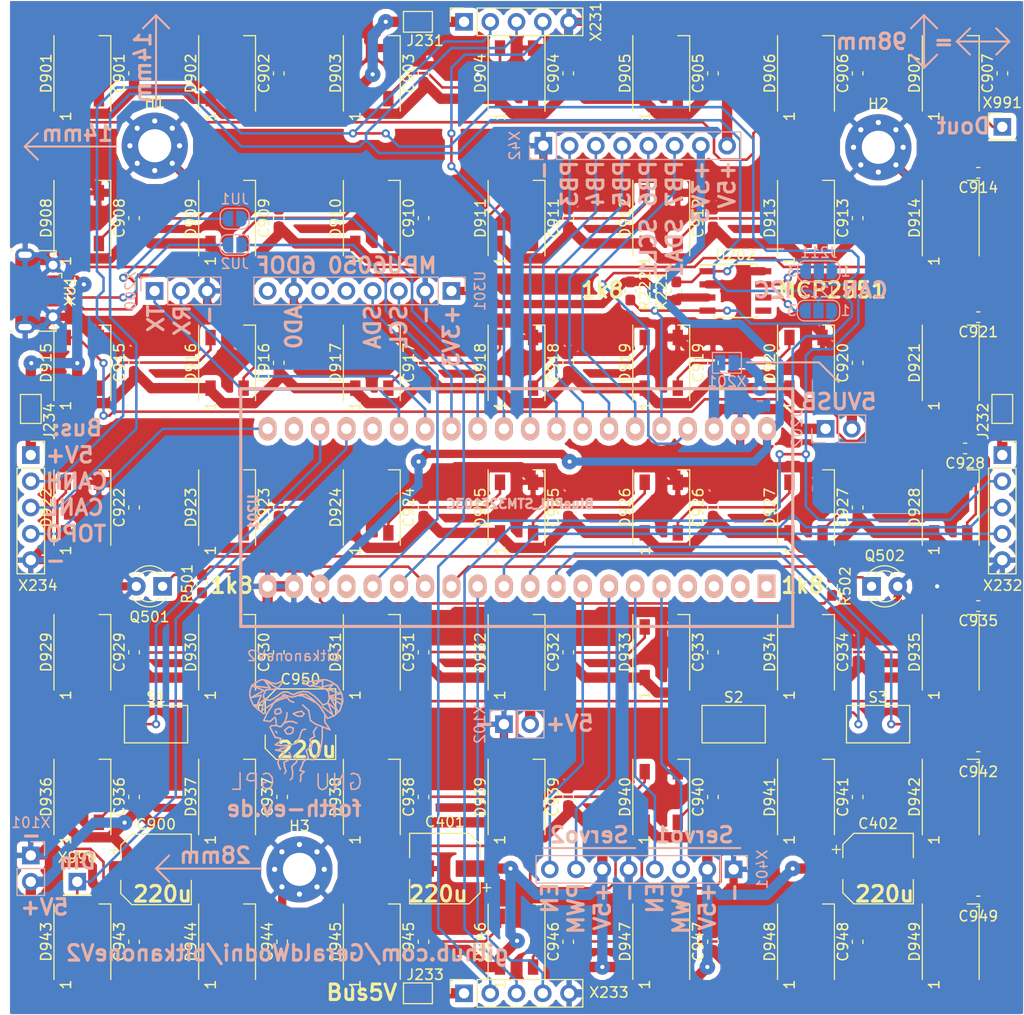
<source format=kicad_pcb>
(kicad_pcb (version 20171130) (host pcbnew 5.0.1+dfsg1-3)
  (title_block (title BitkanoneV2) (date 2018-12-08) (rev 2.0) (company "Forth Gesellschaft e.V. - Gerald Wodni"))
  (layers (0 F.Cu signal) (31 B.Cu signal) (34 B.Paste user) (35 F.Paste user) (36 B.SilkS user) (37 F.SilkS user) (38 B.Mask user) (39 F.Mask user) (44 Edge.Cuts user))
  (net 0 "")
  (net 1 +3V3)
  (net 2 /CANRX)
  (net 3 /CANTX)
  (net 4 GND)
  (net 5 "Net-(D910-Pad2)")
  (net 6 "Net-(D911-Pad2)")
  (net 7 +5V)
  (net 8 "Net-(D901-Pad2)")
  (net 9 "Net-(D901-Pad4)")
  (net 10 "Net-(D902-Pad2)")
  (net 11 "Net-(D909-Pad2)")
  (net 12 "Net-(D908-Pad2)")
  (net 13 "Net-(D908-Pad4)")
  (net 14 /LedGrid/DOUT)
  (net 15 "Net-(D906-Pad2)")
  (net 16 "Net-(D905-Pad2)")
  (net 17 "Net-(D904-Pad2)")
  (net 18 "Net-(D934-Pad2)")
  (net 19 "Net-(D922-Pad4)")
  (net 20 "Net-(D903-Pad2)")
  (net 21 "Net-(D933-Pad2)")
  (net 22 "Net-(D936-Pad4)")
  (net 23 "Net-(D948-Pad2)")
  (net 24 "Net-(D947-Pad2)")
  (net 25 "Net-(D946-Pad2)")
  (net 26 "Net-(D945-Pad2)")
  (net 27 "Net-(D944-Pad2)")
  (net 28 "Net-(D943-Pad2)")
  (net 29 /DIN)
  (net 30 "Net-(D941-Pad2)")
  (net 31 "Net-(D929-Pad4)")
  (net 32 "Net-(D940-Pad2)")
  (net 33 "Net-(D939-Pad2)")
  (net 34 "Net-(D938-Pad2)")
  (net 35 "Net-(D937-Pad2)")
  (net 36 "Net-(D936-Pad2)")
  (net 37 "Net-(D913-Pad2)")
  (net 38 "Net-(D912-Pad2)")
  (net 39 "Net-(D919-Pad2)")
  (net 40 "Net-(D918-Pad2)")
  (net 41 "Net-(D920-Pad2)")
  (net 42 "Net-(D922-Pad2)")
  (net 43 "Net-(D923-Pad2)")
  (net 44 "Net-(D924-Pad2)")
  (net 45 "Net-(D925-Pad2)")
  (net 46 "Net-(D926-Pad2)")
  (net 47 "Net-(D927-Pad2)")
  (net 48 "Net-(D915-Pad4)")
  (net 49 "Net-(D930-Pad2)")
  (net 50 "Net-(D929-Pad2)")
  (net 51 "Net-(D915-Pad2)")
  (net 52 "Net-(D916-Pad2)")
  (net 53 "Net-(D917-Pad2)")
  (net 54 "Net-(D932-Pad2)")
  (net 55 "Net-(D931-Pad2)")
  (net 56 /SENS_SCL)
  (net 57 /SENS_SDA)
  (net 58 /EN2)
  (net 59 /PWM2)
  (net 60 /EN1)
  (net 61 /PWM1)
  (net 62 /TTop)
  (net 63 /TRight)
  (net 64 /TBottom)
  (net 65 /TLeft)
  (net 66 "Net-(U202-Pad5)")
  (net 67 "Net-(J234-Pad2)")
  (net 68 "Net-(J233-Pad2)")
  (net 69 "Net-(J232-Pad2)")
  (net 70 "Net-(J231-Pad2)")
  (net 71 "Net-(U301-Pad8)")
  (net 72 "Net-(U301-Pad6)")
  (net 73 "Net-(U201-Pad1)")
  (net 74 "Net-(U201-Pad2)")
  (net 75 "Net-(U201-Pad3)")
  (net 76 "Net-(U201-Pad4)")
  (net 77 "Net-(U201-Pad17)")
  (net 78 "Net-(J212-Pad3)")
  (net 79 "Net-(J211-Pad3)")
  (net 80 /CANH)
  (net 81 /CANL)
  (net 82 "Net-(U201-Pad22)")
  (net 83 "Net-(U201-Pad25)")
  (net 84 "Net-(S2-Pad2)")
  (net 85 "Net-(S1-Pad2)")
  (net 86 "Net-(S3-Pad2)")
  (net 87 "Net-(U301-Pad5)")
  (net 88 /Photo1)
  (net 89 /Photo2)
  (net 90 /X42_PB3)
  (net 91 /X42_PB4)
  (net 92 /X42_PB5)
  (net 93 /X42_SCL)
  (net 94 /X42_SDA)
  (net 95 "Net-(J202-Pad1)")
  (net 96 /TX1)
  (net 97 /RX1)
  (net 98 /USBD-)
  (net 99 /USBD+)
  (net 100 "Net-(JU1-Pad1)")
  (net 101 "Net-(JU2-Pad1)")
  (module Jumper:SolderJumper-2_P1.3mm_Open_RoundedPad1.0x1.5mm (layer B.Cu) (at 41.7458 43.6)
    (fp_text reference JU2 (at 0 1.8) (layer B.SilkS) (effects (justify mirror)))
    (fp_text value Jumper)
    (pad 2 smd custom (at 0.65 0) (size 1 0.5) (layers B.Cu B.Mask) (net 98 /USBD-) (options (clearance outline) (anchor rect)) (primitives (gr_circle (center 0 -0.25) (end 0.5 -0.25) (width 0)) (gr_circle (center 0 0.25) (end 0.5 0.25) (width 0)) (gr_poly (pts (xy 0 0.75) (xy -0.5 0.75) (xy -0.5 -0.75) (xy 0 -0.75)) (width 0))))
    (pad 1 smd custom (at -0.65 0) (size 1 0.5) (layers B.Cu B.Mask) (net 101 "Net-(JU2-Pad1)") (options (clearance outline) (anchor rect)) (primitives (gr_circle (center 0 -0.25) (end 0.5 -0.25) (width 0)) (gr_circle (center 0 0.25) (end 0.5 0.25) (width 0)) (gr_poly (pts (xy 0 0.75) (xy 0.5 0.75) (xy 0.5 -0.75) (xy 0 -0.75)) (width 0))))
  )
  (module Jumper:SolderJumper-2_P1.3mm_Open_RoundedPad1.0x1.5mm (layer B.Cu) (at 41.7308 41.06)
    (fp_text reference JU1 (at 0 -1.905) (layer B.SilkS) (effects (justify mirror)))
    (fp_text value Jumper)
    (pad 1 smd custom (at -0.65 0) (size 1 0.5) (layers B.Cu B.Mask) (net 100 "Net-(JU1-Pad1)") (options (clearance outline) (anchor rect)) (primitives (gr_circle (center 0 -0.25) (end 0.5 -0.25) (width 0)) (gr_circle (center 0 0.25) (end 0.5 0.25) (width 0)) (gr_poly (pts (xy 0 0.75) (xy 0.5 0.75) (xy 0.5 -0.75) (xy 0 -0.75)) (width 0))))
    (pad 2 smd custom (at 0.65 0) (size 1 0.5) (layers B.Cu B.Mask) (net 99 /USBD+) (options (clearance outline) (anchor rect)) (primitives (gr_circle (center 0 -0.25) (end 0.5 -0.25) (width 0)) (gr_circle (center 0 0.25) (end 0.5 0.25) (width 0)) (gr_poly (pts (xy 0 0.75) (xy -0.5 0.75) (xy -0.5 -0.75) (xy 0 -0.75)) (width 0))))
  )
  (module Connector_USB:USB_Micro-B_Molex-105017-0001 (layer F.Cu) (at 22.6958 48.045 270)
    (fp_text reference XU1 (at 0 -3.1125 270) (layer F.SilkS))
    (fp_text value USB_B_Micro)
    (pad 6 smd rect (at 1 1.2375 270) (size 1.5 1.9) (layers F.Cu F.Paste F.Mask) (net 4 GND))
    (pad 6 thru_hole circle (at -2.5 -1.4625 270) (size 1.45 1.45) (drill 0.85) (layers *.Cu *.Mask) (net 4 GND))
    (pad 2 smd rect (at -0.65 -1.4625 270) (size 0.4 1.35) (layers F.Cu F.Paste F.Mask) (net 101 "Net-(JU2-Pad1)"))
    (pad 1 smd rect (at -1.3 -1.4625 270) (size 0.4 1.35) (layers F.Cu F.Paste F.Mask) (net 7 +5V))
    (pad 5 smd rect (at 1.3 -1.4625 270) (size 0.4 1.35) (layers F.Cu F.Paste F.Mask) (net 4 GND))
    (pad 4 smd rect (at 0.65 -1.4625 270) (size 0.4 1.35) (layers F.Cu F.Paste F.Mask) (net 4 GND))
    (pad 3 smd rect (at 0 -1.4625 270) (size 0.4 1.35) (layers F.Cu F.Paste F.Mask) (net 100 "Net-(JU1-Pad1)"))
    (pad 6 thru_hole circle (at 2.5 -1.4625 270) (size 1.45 1.45) (drill 0.85) (layers *.Cu *.Mask) (net 4 GND))
    (pad 6 smd rect (at -1 1.2375 270) (size 1.5 1.9) (layers F.Cu F.Paste F.Mask) (net 4 GND))
    (pad 6 thru_hole oval (at -3.5 1.2375 90) (size 1.2 1.9) (drill oval 0.6 1.3) (layers *.Cu *.Mask) (net 4 GND))
    (pad 6 thru_hole oval (at 3.5 1.2375 270) (size 1.2 1.9) (drill oval 0.6 1.3) (layers *.Cu *.Mask) (net 4 GND))
    (pad 6 smd rect (at 2.9 1.2375 270) (size 1.2 1.9) (layers F.Cu F.Mask) (net 4 GND))
    (pad 6 smd rect (at -2.9 1.2375 270) (size 1.2 1.9) (layers F.Cu F.Mask) (net 4 GND))
  )
  (module MountingHole:MountingHole_3.2mm_M3_Pad_Via (layer F.Cu) (at 34 34)
    (fp_text reference H1 (at 0 -4.2) (layer F.SilkS))
    (fp_text value MountingHole_Pad)
    (pad 1 thru_hole circle (at 1.697056 -1.697056) (size 0.8 0.8) (drill 0.5) (layers *.Cu *.Mask) (net 4 GND))
    (pad 1 thru_hole circle (at 0 -2.4) (size 0.8 0.8) (drill 0.5) (layers *.Cu *.Mask) (net 4 GND))
    (pad 1 thru_hole circle (at -1.697056 -1.697056) (size 0.8 0.8) (drill 0.5) (layers *.Cu *.Mask) (net 4 GND))
    (pad 1 thru_hole circle (at -2.4 0) (size 0.8 0.8) (drill 0.5) (layers *.Cu *.Mask) (net 4 GND))
    (pad 1 thru_hole circle (at -1.697056 1.697056) (size 0.8 0.8) (drill 0.5) (layers *.Cu *.Mask) (net 4 GND))
    (pad 1 thru_hole circle (at 0 2.4) (size 0.8 0.8) (drill 0.5) (layers *.Cu *.Mask) (net 4 GND))
    (pad 1 thru_hole circle (at 1.697056 1.697056) (size 0.8 0.8) (drill 0.5) (layers *.Cu *.Mask) (net 4 GND))
    (pad 1 thru_hole circle (at 2.4 0) (size 0.8 0.8) (drill 0.5) (layers *.Cu *.Mask) (net 4 GND))
    (pad 1 thru_hole circle (at 0 0) (size 6.4 6.4) (drill 3.2) (layers *.Cu *.Mask) (net 4 GND))
  )
  (module MountingHole:MountingHole_3.2mm_M3_Pad_Via (layer F.Cu) (at 104 34.15)
    (fp_text reference H2 (at 0 -4.2) (layer F.SilkS))
    (fp_text value MountingHole_Pad)
    (pad 1 thru_hole circle (at 0 0) (size 6.4 6.4) (drill 3.2) (layers *.Cu *.Mask) (net 4 GND))
    (pad 1 thru_hole circle (at 2.4 0) (size 0.8 0.8) (drill 0.5) (layers *.Cu *.Mask) (net 4 GND))
    (pad 1 thru_hole circle (at 1.697056 1.697056) (size 0.8 0.8) (drill 0.5) (layers *.Cu *.Mask) (net 4 GND))
    (pad 1 thru_hole circle (at 0 2.4) (size 0.8 0.8) (drill 0.5) (layers *.Cu *.Mask) (net 4 GND))
    (pad 1 thru_hole circle (at -1.697056 1.697056) (size 0.8 0.8) (drill 0.5) (layers *.Cu *.Mask) (net 4 GND))
    (pad 1 thru_hole circle (at -2.4 0) (size 0.8 0.8) (drill 0.5) (layers *.Cu *.Mask) (net 4 GND))
    (pad 1 thru_hole circle (at -1.697056 -1.697056) (size 0.8 0.8) (drill 0.5) (layers *.Cu *.Mask) (net 4 GND))
    (pad 1 thru_hole circle (at 0 -2.4) (size 0.8 0.8) (drill 0.5) (layers *.Cu *.Mask) (net 4 GND))
    (pad 1 thru_hole circle (at 1.697056 -1.697056) (size 0.8 0.8) (drill 0.5) (layers *.Cu *.Mask) (net 4 GND))
  )
  (module MountingHole:MountingHole_3.2mm_M3_Pad_Via (layer F.Cu) (at 48 104)
    (fp_text reference H3 (at 0 -4.2) (layer F.SilkS))
    (fp_text value MountingHole_Pad)
    (pad 1 thru_hole circle (at 1.697056 -1.697056) (size 0.8 0.8) (drill 0.5) (layers *.Cu *.Mask) (net 4 GND))
    (pad 1 thru_hole circle (at 0 -2.4) (size 0.8 0.8) (drill 0.5) (layers *.Cu *.Mask) (net 4 GND))
    (pad 1 thru_hole circle (at -1.697056 -1.697056) (size 0.8 0.8) (drill 0.5) (layers *.Cu *.Mask) (net 4 GND))
    (pad 1 thru_hole circle (at -2.4 0) (size 0.8 0.8) (drill 0.5) (layers *.Cu *.Mask) (net 4 GND))
    (pad 1 thru_hole circle (at -1.697056 1.697056) (size 0.8 0.8) (drill 0.5) (layers *.Cu *.Mask) (net 4 GND))
    (pad 1 thru_hole circle (at 0 2.4) (size 0.8 0.8) (drill 0.5) (layers *.Cu *.Mask) (net 4 GND))
    (pad 1 thru_hole circle (at 1.697056 1.697056) (size 0.8 0.8) (drill 0.5) (layers *.Cu *.Mask) (net 4 GND))
    (pad 1 thru_hole circle (at 2.4 0) (size 0.8 0.8) (drill 0.5) (layers *.Cu *.Mask) (net 4 GND))
    (pad 1 thru_hole circle (at 0 0) (size 6.4 6.4) (drill 3.2) (layers *.Cu *.Mask) (net 4 GND))
  )
  (module Symbol:Symbol_GNU-Logo_SilkscreenTop (layer B.Cu) (at 47.455 89.395 180)
    (fp_text reference bitkanoneV2 (at 0 6.05028 180) (layer B.SilkS) (effects (justify mirror)))
    (fp_text value "GNU Logo")
  )
  (module Capacitor_SMD:CP_Elec_6.3x5.3 (layer F.Cu) (at 48.0958 89.955)
    (fp_text reference C950 (at 0 -4.35) (layer F.SilkS))
    (fp_text value 220u)
    (pad 1 smd rect (at -2.8 0) (size 3.5 1.6) (layers F.Cu F.Paste F.Mask) (net 7 +5V))
    (pad 2 smd rect (at 2.8 0) (size 3.5 1.6) (layers F.Cu F.Paste F.Mask) (net 4 GND))
  )
  (module Connector_PinSocket_2.54mm:PinSocket_1x02_P2.54mm_Vertical (layer B.Cu) (at 98.8958 61.38 270)
    (fp_text reference J202 (at 0 2.77 270) (layer B.SilkS) (effects (justify mirror)))
    (fp_text value 5VUSB)
    (pad 1 thru_hole rect (at 0 0 270) (size 1.7 1.7) (drill 1) (layers *.Cu *.Mask) (net 95 "Net-(J202-Pad1)"))
    (pad 2 thru_hole oval (at 0 -2.54 270) (size 1.7 1.7) (drill 1) (layers *.Cu *.Mask) (net 7 +5V))
  )
  (module Connector_PinHeader_2.54mm:PinHeader_1x02_P2.54mm_Vertical (layer B.Cu) (at 67.7808 89.955 270)
    (fp_text reference X102 (at 0 2.33 270) (layer B.SilkS) (effects (justify mirror)))
    (fp_text value 01x02M)
    (pad 1 thru_hole rect (at 0 0 270) (size 1.7 1.7) (drill 1) (layers *.Cu *.Mask) (net 4 GND))
    (pad 2 thru_hole oval (at 0 -2.54 270) (size 1.7 1.7) (drill 1) (layers *.Cu *.Mask) (net 7 +5V))
  )
  (module Connector_PinSocket_2.54mm:PinSocket_1x08_P2.54mm_Vertical (layer B.Cu) (at 71.5908 33.995001 270)
    (fp_text reference X42 (at 0 2.77 270) (layer B.SilkS) (effects (justify mirror)))
    (fp_text value Conn_01x07_Male)
    (pad 1 thru_hole rect (at 0 0 270) (size 1.7 1.7) (drill 1) (layers *.Cu *.Mask) (net 4 GND))
    (pad 2 thru_hole oval (at 0 -2.54 270) (size 1.7 1.7) (drill 1) (layers *.Cu *.Mask) (net 90 /X42_PB3))
    (pad 3 thru_hole oval (at 0 -5.08 270) (size 1.7 1.7) (drill 1) (layers *.Cu *.Mask) (net 91 /X42_PB4))
    (pad 4 thru_hole oval (at 0 -7.62 270) (size 1.7 1.7) (drill 1) (layers *.Cu *.Mask) (net 92 /X42_PB5))
    (pad 5 thru_hole oval (at 0 -10.16 270) (size 1.7 1.7) (drill 1) (layers *.Cu *.Mask) (net 93 /X42_SCL))
    (pad 6 thru_hole oval (at 0 -12.7 270) (size 1.7 1.7) (drill 1) (layers *.Cu *.Mask) (net 94 /X42_SDA))
    (pad 7 thru_hole oval (at 0 -15.24 270) (size 1.7 1.7) (drill 1) (layers *.Cu *.Mask) (net 1 +3V3))
    (pad 8 thru_hole oval (at 0 -17.78 270) (size 1.7 1.7) (drill 1) (layers *.Cu *.Mask) (net 7 +5V))
  )
  (module LED_THT:LED_D3.0mm (layer F.Cu) (at 103.3408 76.62)
    (fp_text reference Q502 (at 1.27 -2.96) (layer F.SilkS))
    (fp_text value PH_NPN)
    (pad 2 thru_hole circle (at 2.54 0) (size 1.8 1.8) (drill 0.9) (layers *.Cu *.Mask) (net 4 GND))
    (pad 1 thru_hole rect (at 0 0) (size 1.8 1.8) (drill 0.9) (layers *.Cu *.Mask) (net 89 /Photo2))
  )
  (module LED_THT:LED_D3.0mm (layer F.Cu) (at 34.7608 76.62 180)
    (fp_text reference Q501 (at 1.27 -2.96 180) (layer F.SilkS))
    (fp_text value PH_NPN)
    (pad 1 thru_hole rect (at 0 0 180) (size 1.8 1.8) (drill 0.9) (layers *.Cu *.Mask) (net 88 /Photo1))
    (pad 2 thru_hole circle (at 2.54 0 180) (size 1.8 1.8) (drill 0.9) (layers *.Cu *.Mask) (net 4 GND))
  )
  (module Resistor_SMD:R_0603_1608Metric_Pad1.05x0.95mm_HandSolder (layer F.Cu) (at 99.5308 76.62 90)
    (fp_text reference R502 (at 0 1.27 90) (layer F.SilkS))
    (fp_text value 1k8)
    (pad 2 smd roundrect (at 0.875 0 90) (size 1.05 0.95) (layers F.Cu F.Paste F.Mask) (net 89 /Photo2))
    (pad 1 smd roundrect (at -0.875 0 90) (size 1.05 0.95) (layers F.Cu F.Paste F.Mask) (net 1 +3V3))
  )
  (module Resistor_SMD:R_0603_1608Metric_Pad1.05x0.95mm_HandSolder (layer F.Cu) (at 38.5708 76.38 90)
    (fp_text reference R501 (at 0 -1.43 90) (layer F.SilkS))
    (fp_text value 1k8)
    (pad 1 smd roundrect (at -0.875 0 90) (size 1.05 0.95) (layers F.Cu F.Paste F.Mask) (net 1 +3V3))
    (pad 2 smd roundrect (at 0.875 0 90) (size 1.05 0.95) (layers F.Cu F.Paste F.Mask) (net 88 /Photo1))
  )
  (module Button_Switch_SMD:SW_SPST_FSMSM (layer F.Cu) (at 34.1258 89.955 180)
    (fp_text reference S1 (at 0 2.619999 180) (layer F.SilkS))
    (fp_text value SW)
    (pad 1 smd rect (at -4.59 0 180) (size 2.18 1.6) (layers F.Cu F.Paste F.Mask) (net 4 GND))
    (pad 2 smd rect (at 4.59 0 180) (size 2.18 1.6) (layers F.Cu F.Paste F.Mask) (net 85 "Net-(S1-Pad2)"))
  )
  (module Button_Switch_SMD:SW_SPST_FSMSM (layer F.Cu) (at 103.9758 89.955)
    (fp_text reference S3 (at 0 -2.6) (layer F.SilkS))
    (fp_text value SW)
    (pad 1 smd rect (at -4.59 0) (size 2.18 1.6) (layers F.Cu F.Paste F.Mask) (net 4 GND))
    (pad 2 smd rect (at 4.59 0) (size 2.18 1.6) (layers F.Cu F.Paste F.Mask) (net 86 "Net-(S3-Pad2)"))
  )
  (module Button_Switch_SMD:SW_SPST_FSMSM (layer F.Cu) (at 90.0058 89.955)
    (fp_text reference S2 (at 0 -2.6) (layer F.SilkS))
    (fp_text value SW)
    (pad 1 smd rect (at -4.59 0) (size 2.18 1.6) (layers F.Cu F.Paste F.Mask) (net 4 GND))
    (pad 2 smd rect (at 4.59 0) (size 2.18 1.6) (layers F.Cu F.Paste F.Mask) (net 84 "Net-(S2-Pad2)"))
  )
  (module Capacitor_SMD:CP_Elec_6.3x5.3 (layer F.Cu) (at 34.1258 104)
    (fp_text reference C900 (at 0 -4.35) (layer F.SilkS))
    (fp_text value 220u)
    (pad 1 smd rect (at -2.8 0) (size 3.5 1.6) (layers F.Cu F.Paste F.Mask) (net 7 +5V))
    (pad 2 smd rect (at 2.8 0) (size 3.5 1.6) (layers F.Cu F.Paste F.Mask) (net 4 GND))
  )
  (module Connector_PinHeader_2.54mm:PinHeader_1x01_P2.54mm_Vertical (layer F.Cu) (at 115.99 32.17)
    (fp_text reference X991 (at 0 -2.33) (layer F.SilkS))
    (fp_text value Conn_01x01)
    (pad 1 thru_hole rect (at 0 0) (size 1.7 1.7) (drill 1) (layers *.Cu *.Mask) (net 14 /LedGrid/DOUT))
  )
  (module LED_SMD:LED_WS2812B_PLCC4_5.0x5.0mm_P3.2mm (layer F.Cu) (at 111 111 90)
    (fp_text reference D949 (at 0 -3.5 90) (layer F.SilkS))
    (fp_text value WS2812B)
    (fp_text user 1 (at -4.15 -1.6 90) (layer F.SilkS))
    (pad 1 smd rect (at -2.45 -1.6 90) (size 1.5 1) (layers F.Cu F.Paste F.Mask) (net 7 +5V))
    (pad 2 smd rect (at -2.45 1.6 90) (size 1.5 1) (layers F.Cu F.Paste F.Mask) (net 22 "Net-(D936-Pad4)"))
    (pad 4 smd rect (at 2.45 -1.6 90) (size 1.5 1) (layers F.Cu F.Paste F.Mask) (net 23 "Net-(D948-Pad2)"))
    (pad 3 smd rect (at 2.45 1.6 90) (size 1.5 1) (layers F.Cu F.Paste F.Mask) (net 4 GND))
  )
  (module Jumper:SolderJumper-3_P1.3mm_Open_RoundedPad1.0x1.5mm_NumberLabels (layer B.Cu) (at 98.21 49.95 180)
    (fp_text reference J212 (at 0 1.8 180) (layer B.SilkS) (effects (justify mirror)))
    (fp_text value JL23)
    (fp_text user 1 (at -2.6 0 180) (layer B.SilkS) (effects (justify mirror)))
    (fp_text user 3 (at 2.6 0 180) (layer B.SilkS) (effects (justify mirror)))
    (pad 2 smd rect (at 0 0 180) (size 1 1.5) (layers B.Cu B.Mask) (net 81 /CANL))
    (pad 3 smd custom (at 1.3 0 180) (size 1 0.5) (layers B.Cu B.Mask) (net 78 "Net-(J212-Pad3)") (options (clearance outline) (anchor rect)) (primitives (gr_circle (center 0 -0.25) (end 0.5 -0.25) (width 0)) (gr_circle (center 0 0.25) (end 0.5 0.25) (width 0)) (gr_poly (pts (xy -0.55 0.75) (xy 0 0.75) (xy 0 -0.75) (xy -0.55 -0.75)) (width 0))))
    (pad 1 smd custom (at -1.3 0 180) (size 1 0.5) (layers B.Cu B.Mask) (net 2 /CANRX) (options (clearance outline) (anchor rect)) (primitives (gr_circle (center 0 -0.25) (end 0.5 -0.25) (width 0)) (gr_circle (center 0 0.25) (end 0.5 0.25) (width 0)) (gr_poly (pts (xy 0.55 0.75) (xy 0 0.75) (xy 0 -0.75) (xy 0.55 -0.75)) (width 0))))
  )
  (module Jumper:SolderJumper-3_P1.3mm_Open_RoundedPad1.0x1.5mm_NumberLabels (layer B.Cu) (at 98.24 46.14 180)
    (fp_text reference J211 (at 0 1.8 180) (layer B.SilkS) (effects (justify mirror)))
    (fp_text value JH23)
    (fp_text user 3 (at 2.6 0 180) (layer B.SilkS) (effects (justify mirror)))
    (fp_text user 1 (at -2.6 0 180) (layer B.SilkS) (effects (justify mirror)))
    (pad 1 smd custom (at -1.3 0 180) (size 1 0.5) (layers B.Cu B.Mask) (net 3 /CANTX) (options (clearance outline) (anchor rect)) (primitives (gr_circle (center 0 -0.25) (end 0.5 -0.25) (width 0)) (gr_circle (center 0 0.25) (end 0.5 0.25) (width 0)) (gr_poly (pts (xy 0.55 0.75) (xy 0 0.75) (xy 0 -0.75) (xy 0.55 -0.75)) (width 0))))
    (pad 3 smd custom (at 1.3 0 180) (size 1 0.5) (layers B.Cu B.Mask) (net 79 "Net-(J211-Pad3)") (options (clearance outline) (anchor rect)) (primitives (gr_circle (center 0 -0.25) (end 0.5 -0.25) (width 0)) (gr_circle (center 0 0.25) (end 0.5 0.25) (width 0)) (gr_poly (pts (xy -0.55 0.75) (xy 0 0.75) (xy 0 -0.75) (xy -0.55 -0.75)) (width 0))))
    (pad 2 smd rect (at 0 0 180) (size 1 1.5) (layers B.Cu B.Mask) (net 80 /CANH))
  )
  (module BluePill_breakouts:BluePill_STM32F103C_Center_NoPROG (layer B.Cu) (at 69 69 90)
    (fp_text reference U201 (at -0.4572 -25.4762 270) (layer B.SilkS) (effects (font (size 0.889 0.889) (thickness 0.3048)) (justify mirror)))
    (fp_text value BluePill_STM32F103C (at 0.3556 0.3302) (layer B.SilkS) (effects (font (size 0.889 0.889) (thickness 0.22225)) (justify mirror)))
    (pad 40 thru_hole oval (at 7.62 24.2316) (size 1.7272 2.25) (drill 1.016) (layers *.Cu *.Mask B.SilkS) (net 1 +3V3))
    (pad 39 thru_hole oval (at 7.62 21.6408) (size 1.7272 2.25) (drill 1.016) (layers *.Cu *.Mask B.SilkS) (net 4 GND))
    (pad 38 thru_hole oval (at 7.62 19.1008) (size 1.7272 2.25) (drill 1.016) (layers *.Cu *.Mask B.SilkS) (net 95 "Net-(J202-Pad1)"))
    (pad 37 thru_hole oval (at 7.62 16.5608) (size 1.7272 2.25) (drill 1.016) (layers *.Cu *.Mask B.SilkS) (net 3 /CANTX))
    (pad 36 thru_hole oval (at 7.62 14.0208) (size 1.7272 2.25) (drill 1.016) (layers *.Cu *.Mask B.SilkS) (net 2 /CANRX))
    (pad 35 thru_hole oval (at 7.62 11.4808) (size 1.7272 2.25) (drill 1.016) (layers *.Cu *.Mask B.SilkS) (net 94 /X42_SDA))
    (pad 34 thru_hole oval (at 7.62 8.9408) (size 1.7272 2.25) (drill 1.016) (layers *.Cu *.Mask B.SilkS) (net 93 /X42_SCL))
    (pad 33 thru_hole oval (at 7.62 6.4008) (size 1.7272 2.25) (drill 1.016) (layers *.Cu *.Mask B.SilkS) (net 92 /X42_PB5))
    (pad 32 thru_hole oval (at 7.62 3.8608) (size 1.7272 2.25) (drill 1.016) (layers *.Cu *.Mask B.SilkS) (net 91 /X42_PB4))
    (pad 31 thru_hole oval (at 7.62 1.3208) (size 1.7272 2.25) (drill 1.016) (layers *.Cu *.Mask B.SilkS) (net 90 /X42_PB3))
    (pad 30 thru_hole oval (at 7.62 -1.2192) (size 1.7272 2.25) (drill 1.016) (layers *.Cu *.Mask B.SilkS) (net 62 /TTop))
    (pad 29 thru_hole oval (at 7.62 -3.7592) (size 1.7272 2.25) (drill 1.016) (layers *.Cu *.Mask B.SilkS) (net 99 /USBD+))
    (pad 28 thru_hole oval (at 7.62 -6.2992) (size 1.7272 2.25) (drill 1.016) (layers *.Cu *.Mask B.SilkS) (net 98 /USBD-))
    (pad 27 thru_hole oval (at 7.62 -8.8392) (size 1.7272 2.25) (drill 1.016) (layers *.Cu *.Mask B.SilkS) (net 97 /RX1))
    (pad 26 thru_hole oval (at 7.62 -11.3792) (size 1.7272 2.25) (drill 1.016) (layers *.Cu *.Mask B.SilkS) (net 96 /TX1))
    (pad 25 thru_hole oval (at 7.62 -13.9192) (size 1.7272 2.25) (drill 1.016) (layers *.Cu *.Mask B.SilkS) (net 83 "Net-(U201-Pad25)"))
    (pad 24 thru_hole oval (at 7.62 -16.4592) (size 1.7272 2.25) (drill 1.016) (layers *.Cu *.Mask B.SilkS) (net 29 /DIN))
    (pad 23 thru_hole oval (at 7.62 -18.9992) (size 1.7272 2.25) (drill 1.016) (layers *.Cu *.Mask B.SilkS) (net 85 "Net-(S1-Pad2)"))
    (pad 22 thru_hole oval (at 7.62 -21.5392) (size 1.7272 2.25) (drill 1.016) (layers *.Cu *.Mask B.SilkS) (net 82 "Net-(U201-Pad22)"))
    (pad 21 thru_hole oval (at 7.62 -24.0792) (size 1.7272 2.25) (drill 1.016) (layers *.Cu *.Mask B.SilkS) (net 65 /TLeft))
    (pad 20 thru_hole oval (at -7.62 -24.0792 180) (size 1.7272 2.25) (drill 1.016) (layers *.Cu *.Mask B.SilkS) (net 4 GND))
    (pad 19 thru_hole oval (at -7.62 -21.5392 180) (size 1.7272 2.25) (drill 1.016) (layers *.Cu *.Mask B.SilkS) (net 4 GND))
    (pad 18 thru_hole oval (at -7.62 -18.9992 180) (size 1.7272 2.25) (drill 1.016) (layers *.Cu *.Mask B.SilkS) (net 1 +3V3))
    (pad 17 thru_hole oval (at -7.62 -16.4592 180) (size 1.7272 2.25) (drill 1.016) (layers *.Cu *.Mask B.SilkS) (net 77 "Net-(U201-Pad17)"))
    (pad 16 thru_hole oval (at -7.62 -13.9192 180) (size 1.7272 2.25) (drill 1.016) (layers *.Cu *.Mask B.SilkS) (net 57 /SENS_SDA))
    (pad 15 thru_hole oval (at -7.62 -11.3792 180) (size 1.7272 2.25) (drill 1.016) (layers *.Cu *.Mask B.SilkS) (net 56 /SENS_SCL))
    (pad 14 thru_hole oval (at -7.62 -8.8392 180) (size 1.7272 2.25) (drill 1.016) (layers *.Cu *.Mask B.SilkS) (net 88 /Photo1))
    (pad 13 thru_hole oval (at -7.62 -6.2992 180) (size 1.7272 2.25) (drill 1.016) (layers *.Cu *.Mask B.SilkS) (net 89 /Photo2))
    (pad 12 thru_hole oval (at -7.62 -3.7592 180) (size 1.7272 2.25) (drill 1.016) (layers *.Cu *.Mask B.SilkS) (net 64 /TBottom))
    (pad 11 thru_hole oval (at -7.62 -1.2192 180) (size 1.7272 2.25) (drill 1.016) (layers *.Cu *.Mask B.SilkS) (net 63 /TRight))
    (pad 10 thru_hole oval (at -7.62 1.3208 180) (size 1.7272 2.25) (drill 1.016) (layers *.Cu *.Mask B.SilkS) (net 86 "Net-(S3-Pad2)"))
    (pad 9 thru_hole oval (at -7.62 3.8608 180) (size 1.7272 2.25) (drill 1.016) (layers *.Cu *.Mask B.SilkS) (net 84 "Net-(S2-Pad2)"))
    (pad 8 thru_hole oval (at -7.62 6.4008 180) (size 1.7272 2.25) (drill 1.016) (layers *.Cu *.Mask B.SilkS) (net 58 /EN2))
    (pad 7 thru_hole oval (at -7.62 8.9408 180) (size 1.7272 2.25) (drill 1.016) (layers *.Cu *.Mask B.SilkS) (net 59 /PWM2))
    (pad 6 thru_hole oval (at -7.62 11.4808 180) (size 1.7272 2.25) (drill 1.016) (layers *.Cu *.Mask B.SilkS) (net 60 /EN1))
    (pad 5 thru_hole oval (at -7.62 14.0208 180) (size 1.7272 2.25) (drill 1.016) (layers *.Cu *.Mask B.SilkS) (net 61 /PWM1))
    (pad 4 thru_hole oval (at -7.62 16.5608 180) (size 1.7272 2.25) (drill 1.016) (layers *.Cu *.Mask B.SilkS) (net 76 "Net-(U201-Pad4)"))
    (pad 3 thru_hole oval (at -7.62 19.1008 180) (size 1.7272 2.25) (drill 1.016) (layers *.Cu *.Mask B.SilkS) (net 75 "Net-(U201-Pad3)"))
    (pad 2 thru_hole oval (at -7.62 21.6408 180) (size 1.7272 2.25) (drill 1.016) (layers *.Cu *.Mask B.SilkS) (net 74 "Net-(U201-Pad2)"))
    (pad 1 thru_hole rect (at -7.62 24.1808 180) (size 1.7272 2.25) (drill 1.016) (layers *.Cu *.Mask B.SilkS) (net 73 "Net-(U201-Pad1)"))
  )
  (module Capacitor_SMD:CP_Elec_6.3x5.3 (layer F.Cu) (at 103.9758 103.925)
    (fp_text reference C402 (at 0 -4.35) (layer F.SilkS))
    (fp_text value 220u)
    (pad 2 smd rect (at 2.8 0) (size 3.5 1.6) (layers F.Cu F.Paste F.Mask) (net 4 GND))
    (pad 1 smd rect (at -2.8 0) (size 3.5 1.6) (layers F.Cu F.Paste F.Mask) (net 7 +5V))
  )
  (module Capacitor_SMD:CP_Elec_6.3x5.3 (layer F.Cu) (at 62.0658 103.925 180)
    (fp_text reference C401 (at 0 4.524999 180) (layer F.SilkS))
    (fp_text value 220u)
    (pad 1 smd rect (at -2.8 0 180) (size 3.5 1.6) (layers F.Cu F.Paste F.Mask) (net 7 +5V))
    (pad 2 smd rect (at 2.8 0 180) (size 3.5 1.6) (layers F.Cu F.Paste F.Mask) (net 4 GND))
  )
  (module Capacitor_SMD:C_0603_1608Metric (layer F.Cu) (at 32 27 90)
    (fp_text reference C901 (at 0 -1.43 90) (layer F.SilkS))
    (fp_text value 100nF)
    (pad 2 smd roundrect (at 0.7875 0 90) (size 0.875 0.95) (layers F.Cu F.Paste F.Mask) (net 4 GND))
    (pad 1 smd roundrect (at -0.7875 0 90) (size 0.875 0.95) (layers F.Cu F.Paste F.Mask) (net 7 +5V))
  )
  (module Capacitor_SMD:C_0603_1608Metric (layer F.Cu) (at 74 27 90)
    (fp_text reference C904 (at 0 -1.43 90) (layer F.SilkS))
    (fp_text value 100nF)
    (pad 1 smd roundrect (at -0.7875 0 90) (size 0.875 0.95) (layers F.Cu F.Paste F.Mask) (net 7 +5V))
    (pad 2 smd roundrect (at 0.7875 0 90) (size 0.875 0.95) (layers F.Cu F.Paste F.Mask) (net 4 GND))
  )
  (module Capacitor_SMD:C_0603_1608Metric (layer F.Cu) (at 88 27 90)
    (fp_text reference C905 (at 0 -1.43 90) (layer F.SilkS))
    (fp_text value 100nF)
    (pad 2 smd roundrect (at 0.7875 0 90) (size 0.875 0.95) (layers F.Cu F.Paste F.Mask) (net 4 GND))
    (pad 1 smd roundrect (at -0.7875 0 90) (size 0.875 0.95) (layers F.Cu F.Paste F.Mask) (net 7 +5V))
  )
  (module Capacitor_SMD:C_0603_1608Metric (layer F.Cu) (at 102 27 90)
    (fp_text reference C906 (at 0 -1.43 90) (layer F.SilkS))
    (fp_text value 100nF)
    (pad 1 smd roundrect (at -0.7875 0 90) (size 0.875 0.95) (layers F.Cu F.Paste F.Mask) (net 7 +5V))
    (pad 2 smd roundrect (at 0.7875 0 90) (size 0.875 0.95) (layers F.Cu F.Paste F.Mask) (net 4 GND))
  )
  (module Capacitor_SMD:C_0603_1608Metric (layer F.Cu) (at 116 27 90)
    (fp_text reference C907 (at 0 -1.43 90) (layer F.SilkS))
    (fp_text value 100nF)
    (pad 2 smd roundrect (at 0.7875 0 90) (size 0.875 0.95) (layers F.Cu F.Paste F.Mask) (net 4 GND))
    (pad 1 smd roundrect (at -0.7875 0 90) (size 0.875 0.95) (layers F.Cu F.Paste F.Mask) (net 7 +5V))
  )
  (module Capacitor_SMD:C_0603_1608Metric (layer F.Cu) (at 32 41 90)
    (fp_text reference C908 (at 0 -1.43 90) (layer F.SilkS))
    (fp_text value 100nF)
    (pad 1 smd roundrect (at -0.7875 0 90) (size 0.875 0.95) (layers F.Cu F.Paste F.Mask) (net 7 +5V))
    (pad 2 smd roundrect (at 0.7875 0 90) (size 0.875 0.95) (layers F.Cu F.Paste F.Mask) (net 4 GND))
  )
  (module Capacitor_SMD:C_0603_1608Metric (layer F.Cu) (at 46 41 90)
    (fp_text reference C909 (at 0 -1.43 90) (layer F.SilkS))
    (fp_text value 100nF)
    (pad 2 smd roundrect (at 0.7875 0 90) (size 0.875 0.95) (layers F.Cu F.Paste F.Mask) (net 4 GND))
    (pad 1 smd roundrect (at -0.7875 0 90) (size 0.875 0.95) (layers F.Cu F.Paste F.Mask) (net 7 +5V))
  )
  (module Capacitor_SMD:C_0603_1608Metric (layer F.Cu) (at 60 41 90)
    (fp_text reference C910 (at 0 -1.43 90) (layer F.SilkS))
    (fp_text value 100nF)
    (pad 1 smd roundrect (at -0.7875 0 90) (size 0.875 0.95) (layers F.Cu F.Paste F.Mask) (net 7 +5V))
    (pad 2 smd roundrect (at 0.7875 0 90) (size 0.875 0.95) (layers F.Cu F.Paste F.Mask) (net 4 GND))
  )
  (module Capacitor_SMD:C_0603_1608Metric (layer F.Cu) (at 74 41 90)
    (fp_text reference C911 (at 0 -1.43 90) (layer F.SilkS))
    (fp_text value 100nF)
    (pad 2 smd roundrect (at 0.7875 0 90) (size 0.875 0.95) (layers F.Cu F.Paste F.Mask) (net 4 GND))
    (pad 1 smd roundrect (at -0.7875 0 90) (size 0.875 0.95) (layers F.Cu F.Paste F.Mask) (net 7 +5V))
  )
  (module Capacitor_SMD:C_0603_1608Metric (layer F.Cu) (at 102 111 90)
    (fp_text reference C948 (at 0 -1.43 90) (layer F.SilkS))
    (fp_text value 100nF)
    (pad 1 smd roundrect (at -0.7875 0 90) (size 0.875 0.95) (layers F.Cu F.Paste F.Mask) (net 7 +5V))
    (pad 2 smd roundrect (at 0.7875 0 90) (size 0.875 0.95) (layers F.Cu F.Paste F.Mask) (net 4 GND))
  )
  (module Capacitor_SMD:C_0603_1608Metric (layer F.Cu) (at 102 41 90)
    (fp_text reference C913 (at 0 -1.43 90) (layer F.SilkS))
    (fp_text value 100nF)
    (pad 2 smd roundrect (at 0.7875 0 90) (size 0.875 0.95) (layers F.Cu F.Paste F.Mask) (net 4 GND))
    (pad 1 smd roundrect (at -0.7875 0 90) (size 0.875 0.95) (layers F.Cu F.Paste F.Mask) (net 7 +5V))
  )
  (module Capacitor_SMD:C_0603_1608Metric (layer F.Cu) (at 113.665 36.615 180)
    (fp_text reference C914 (at 0 -1.43 180) (layer F.SilkS))
    (fp_text value 100nF)
    (pad 1 smd roundrect (at -0.7875 0 180) (size 0.875 0.95) (layers F.Cu F.Paste F.Mask) (net 7 +5V))
    (pad 2 smd roundrect (at 0.7875 0 180) (size 0.875 0.95) (layers F.Cu F.Paste F.Mask) (net 4 GND))
  )
  (module Capacitor_SMD:C_0603_1608Metric (layer F.Cu) (at 32 55 90)
    (fp_text reference C915 (at 0 -1.43 90) (layer F.SilkS))
    (fp_text value 100nF)
    (pad 2 smd roundrect (at 0.7875 0 90) (size 0.875 0.95) (layers F.Cu F.Paste F.Mask) (net 4 GND))
    (pad 1 smd roundrect (at -0.7875 0 90) (size 0.875 0.95) (layers F.Cu F.Paste F.Mask) (net 7 +5V))
  )
  (module Capacitor_SMD:C_0603_1608Metric (layer F.Cu) (at 46 55 90)
    (fp_text reference C916 (at 0 -1.43 90) (layer F.SilkS))
    (fp_text value 100nF)
    (pad 1 smd roundrect (at -0.7875 0 90) (size 0.875 0.95) (layers F.Cu F.Paste F.Mask) (net 7 +5V))
    (pad 2 smd roundrect (at 0.7875 0 90) (size 0.875 0.95) (layers F.Cu F.Paste F.Mask) (net 4 GND))
  )
  (module Capacitor_SMD:C_0603_1608Metric (layer F.Cu) (at 60 55 90)
    (fp_text reference C917 (at 0 -1.43 90) (layer F.SilkS))
    (fp_text value 100nF)
    (pad 2 smd roundrect (at 0.7875 0 90) (size 0.875 0.95) (layers F.Cu F.Paste F.Mask) (net 4 GND))
    (pad 1 smd roundrect (at -0.7875 0 90) (size 0.875 0.95) (layers F.Cu F.Paste F.Mask) (net 7 +5V))
  )
  (module Capacitor_SMD:C_0603_1608Metric (layer F.Cu) (at 74 55 90)
    (fp_text reference C918 (at 0 -1.43 90) (layer F.SilkS))
    (fp_text value 100nF)
    (pad 1 smd roundrect (at -0.7875 0 90) (size 0.875 0.95) (layers F.Cu F.Paste F.Mask) (net 7 +5V))
    (pad 2 smd roundrect (at 0.7875 0 90) (size 0.875 0.95) (layers F.Cu F.Paste F.Mask) (net 4 GND))
  )
  (module Capacitor_SMD:C_0603_1608Metric (layer F.Cu) (at 88 55 90)
    (fp_text reference C919 (at 0 -1.43 90) (layer F.SilkS))
    (fp_text value 100nF)
    (pad 2 smd roundrect (at 0.7875 0 90) (size 0.875 0.95) (layers F.Cu F.Paste F.Mask) (net 4 GND))
    (pad 1 smd roundrect (at -0.7875 0 90) (size 0.875 0.95) (layers F.Cu F.Paste F.Mask) (net 7 +5V))
  )
  (module Capacitor_SMD:C_0603_1608Metric (layer F.Cu) (at 102 55 90)
    (fp_text reference C920 (at 0 -1.43 90) (layer F.SilkS))
    (fp_text value 100nF)
    (pad 1 smd roundrect (at -0.7875 0 90) (size 0.875 0.95) (layers F.Cu F.Paste F.Mask) (net 7 +5V))
    (pad 2 smd roundrect (at 0.7875 0 90) (size 0.875 0.95) (layers F.Cu F.Paste F.Mask) (net 4 GND))
  )
  (module Capacitor_SMD:C_0603_1608Metric (layer F.Cu) (at 113.665 50.585 180)
    (fp_text reference C921 (at 0 -1.43 180) (layer F.SilkS))
    (fp_text value 100nF)
    (pad 2 smd roundrect (at 0.7875 0 180) (size 0.875 0.95) (layers F.Cu F.Paste F.Mask) (net 4 GND))
    (pad 1 smd roundrect (at -0.7875 0 180) (size 0.875 0.95) (layers F.Cu F.Paste F.Mask) (net 7 +5V))
  )
  (module Capacitor_SMD:C_0603_1608Metric (layer F.Cu) (at 32 69 90)
    (fp_text reference C922 (at 0 -1.43 90) (layer F.SilkS))
    (fp_text value 100nF)
    (pad 1 smd roundrect (at -0.7875 0 90) (size 0.875 0.95) (layers F.Cu F.Paste F.Mask) (net 7 +5V))
    (pad 2 smd roundrect (at 0.7875 0 90) (size 0.875 0.95) (layers F.Cu F.Paste F.Mask) (net 4 GND))
  )
  (module Capacitor_SMD:C_0603_1608Metric (layer F.Cu) (at 46 69 90)
    (fp_text reference C923 (at 0 -1.43 90) (layer F.SilkS))
    (fp_text value 100nF)
    (pad 2 smd roundrect (at 0.7875 0 90) (size 0.875 0.95) (layers F.Cu F.Paste F.Mask) (net 4 GND))
    (pad 1 smd roundrect (at -0.7875 0 90) (size 0.875 0.95) (layers F.Cu F.Paste F.Mask) (net 7 +5V))
  )
  (module Capacitor_SMD:C_0603_1608Metric (layer F.Cu) (at 60 69 90)
    (fp_text reference C924 (at 0 -1.43 90) (layer F.SilkS))
    (fp_text value 100nF)
    (pad 1 smd roundrect (at -0.7875 0 90) (size 0.875 0.95) (layers F.Cu F.Paste F.Mask) (net 7 +5V))
    (pad 2 smd roundrect (at 0.7875 0 90) (size 0.875 0.95) (layers F.Cu F.Paste F.Mask) (net 4 GND))
  )
  (module Capacitor_SMD:C_0603_1608Metric (layer F.Cu) (at 88 41 90)
    (fp_text reference C912 (at 0 -1.43 90) (layer F.SilkS))
    (fp_text value 100nF)
    (pad 2 smd roundrect (at 0.7875 0 90) (size 0.875 0.95) (layers F.Cu F.Paste F.Mask) (net 4 GND))
    (pad 1 smd roundrect (at -0.7875 0 90) (size 0.875 0.95) (layers F.Cu F.Paste F.Mask) (net 7 +5V))
  )
  (module Capacitor_SMD:C_0603_1608Metric (layer F.Cu) (at 46 27 90)
    (fp_text reference C902 (at 0 -1.43 90) (layer F.SilkS))
    (fp_text value 100nF)
    (pad 1 smd roundrect (at -0.7875 0 90) (size 0.875 0.95) (layers F.Cu F.Paste F.Mask) (net 7 +5V))
    (pad 2 smd roundrect (at 0.7875 0 90) (size 0.875 0.95) (layers F.Cu F.Paste F.Mask) (net 4 GND))
  )
  (module Capacitor_SMD:C_0603_1608Metric (layer F.Cu) (at 102 69 90)
    (fp_text reference C927 (at 0 -1.43 90) (layer F.SilkS))
    (fp_text value 100nF)
    (pad 2 smd roundrect (at 0.7875 0 90) (size 0.875 0.95) (layers F.Cu F.Paste F.Mask) (net 4 GND))
    (pad 1 smd roundrect (at -0.7875 0 90) (size 0.875 0.95) (layers F.Cu F.Paste F.Mask) (net 7 +5V))
  )
  (module Capacitor_SMD:C_0603_1608Metric (layer F.Cu) (at 112.395 63.285 180)
    (fp_text reference C928 (at 0 -1.43 180) (layer F.SilkS))
    (fp_text value 100nF)
    (pad 1 smd roundrect (at -0.7875 0 180) (size 0.875 0.95) (layers F.Cu F.Paste F.Mask) (net 7 +5V))
    (pad 2 smd roundrect (at 0.7875 0 180) (size 0.875 0.95) (layers F.Cu F.Paste F.Mask) (net 4 GND))
  )
  (module Capacitor_SMD:C_0603_1608Metric (layer F.Cu) (at 32 83 90)
    (fp_text reference C929 (at 0 -1.43 90) (layer F.SilkS))
    (fp_text value 100nF)
    (pad 2 smd roundrect (at 0.7875 0 90) (size 0.875 0.95) (layers F.Cu F.Paste F.Mask) (net 4 GND))
    (pad 1 smd roundrect (at -0.7875 0 90) (size 0.875 0.95) (layers F.Cu F.Paste F.Mask) (net 7 +5V))
  )
  (module Capacitor_SMD:C_0603_1608Metric (layer F.Cu) (at 46 83 90)
    (fp_text reference C930 (at 0 -1.43 90) (layer F.SilkS))
    (fp_text value 100nF)
    (pad 1 smd roundrect (at -0.7875 0 90) (size 0.875 0.95) (layers F.Cu F.Paste F.Mask) (net 7 +5V))
    (pad 2 smd roundrect (at 0.7875 0 90) (size 0.875 0.95) (layers F.Cu F.Paste F.Mask) (net 4 GND))
  )
  (module Capacitor_SMD:C_0603_1608Metric (layer F.Cu) (at 60 83 90)
    (fp_text reference C931 (at 0 -1.43 90) (layer F.SilkS))
    (fp_text value 100nF)
    (pad 2 smd roundrect (at 0.7875 0 90) (size 0.875 0.95) (layers F.Cu F.Paste F.Mask) (net 4 GND))
    (pad 1 smd roundrect (at -0.7875 0 90) (size 0.875 0.95) (layers F.Cu F.Paste F.Mask) (net 7 +5V))
  )
  (module Capacitor_SMD:C_0603_1608Metric (layer F.Cu) (at 74 83 90)
    (fp_text reference C932 (at 0 -1.43 90) (layer F.SilkS))
    (fp_text value 100nF)
    (pad 1 smd roundrect (at -0.7875 0 90) (size 0.875 0.95) (layers F.Cu F.Paste F.Mask) (net 7 +5V))
    (pad 2 smd roundrect (at 0.7875 0 90) (size 0.875 0.95) (layers F.Cu F.Paste F.Mask) (net 4 GND))
  )
  (module Capacitor_SMD:C_0603_1608Metric (layer F.Cu) (at 88 83 90)
    (fp_text reference C933 (at 0 -1.43 90) (layer F.SilkS))
    (fp_text value 100nF)
    (pad 2 smd roundrect (at 0.7875 0 90) (size 0.875 0.95) (layers F.Cu F.Paste F.Mask) (net 4 GND))
    (pad 1 smd roundrect (at -0.7875 0 90) (size 0.875 0.95) (layers F.Cu F.Paste F.Mask) (net 7 +5V))
  )
  (module Capacitor_SMD:C_0603_1608Metric (layer F.Cu) (at 102 83 90)
    (fp_text reference C934 (at 0 -1.43 90) (layer F.SilkS))
    (fp_text value 100nF)
    (pad 1 smd roundrect (at -0.7875 0 90) (size 0.875 0.95) (layers F.Cu F.Paste F.Mask) (net 7 +5V))
    (pad 2 smd roundrect (at 0.7875 0 90) (size 0.875 0.95) (layers F.Cu F.Paste F.Mask) (net 4 GND))
  )
  (module Capacitor_SMD:C_0603_1608Metric (layer F.Cu) (at 113.665 78.525 180)
    (fp_text reference C935 (at 0 -1.43 180) (layer F.SilkS))
    (fp_text value 100nF)
    (pad 2 smd roundrect (at 0.7875 0 180) (size 0.875 0.95) (layers F.Cu F.Paste F.Mask) (net 4 GND))
    (pad 1 smd roundrect (at -0.7875 0 180) (size 0.875 0.95) (layers F.Cu F.Paste F.Mask) (net 7 +5V))
  )
  (module Capacitor_SMD:C_0603_1608Metric (layer F.Cu) (at 32 97 90)
    (fp_text reference C936 (at 0 -1.43 90) (layer F.SilkS))
    (fp_text value 100nF)
    (pad 1 smd roundrect (at -0.7875 0 90) (size 0.875 0.95) (layers F.Cu F.Paste F.Mask) (net 7 +5V))
    (pad 2 smd roundrect (at 0.7875 0 90) (size 0.875 0.95) (layers F.Cu F.Paste F.Mask) (net 4 GND))
  )
  (module Capacitor_SMD:C_0603_1608Metric (layer F.Cu) (at 46.33 97 90)
    (fp_text reference C937 (at 0 -1.43 90) (layer F.SilkS))
    (fp_text value 100nF)
    (pad 2 smd roundrect (at 0.7875 0 90) (size 0.875 0.95) (layers F.Cu F.Paste F.Mask) (net 4 GND))
    (pad 1 smd roundrect (at -0.7875 0 90) (size 0.875 0.95) (layers F.Cu F.Paste F.Mask) (net 7 +5V))
  )
  (module Capacitor_SMD:C_0603_1608Metric (layer F.Cu) (at 60 97 90)
    (fp_text reference C938 (at 0 -1.43 90) (layer F.SilkS))
    (fp_text value 100nF)
    (pad 1 smd roundrect (at -0.7875 0 90) (size 0.875 0.95) (layers F.Cu F.Paste F.Mask) (net 7 +5V))
    (pad 2 smd roundrect (at 0.7875 0 90) (size 0.875 0.95) (layers F.Cu F.Paste F.Mask) (net 4 GND))
  )
  (module Capacitor_SMD:C_0603_1608Metric (layer F.Cu) (at 74 69 90)
    (fp_text reference C925 (at 0 -1.43 90) (layer F.SilkS))
    (fp_text value 100nF)
    (pad 2 smd roundrect (at 0.7875 0 90) (size 0.875 0.95) (layers F.Cu F.Paste F.Mask) (net 4 GND))
    (pad 1 smd roundrect (at -0.7875 0 90) (size 0.875 0.95) (layers F.Cu F.Paste F.Mask) (net 7 +5V))
  )
  (module Capacitor_SMD:C_0603_1608Metric (layer F.Cu) (at 113.665 107.1 180)
    (fp_text reference C949 (at 0 -1.43 180) (layer F.SilkS))
    (fp_text value 100nF)
    (pad 1 smd roundrect (at -0.7875 0 180) (size 0.875 0.95) (layers F.Cu F.Paste F.Mask) (net 7 +5V))
    (pad 2 smd roundrect (at 0.7875 0 180) (size 0.875 0.95) (layers F.Cu F.Paste F.Mask) (net 4 GND))
  )
  (module Capacitor_SMD:C_0603_1608Metric (layer F.Cu) (at 88 69 90)
    (fp_text reference C926 (at 0 -1.43 90) (layer F.SilkS))
    (fp_text value 100nF)
    (pad 2 smd roundrect (at 0.7875 0 90) (size 0.875 0.95) (layers F.Cu F.Paste F.Mask) (net 4 GND))
    (pad 1 smd roundrect (at -0.7875 0 90) (size 0.875 0.95) (layers F.Cu F.Paste F.Mask) (net 7 +5V))
  )
  (module Capacitor_SMD:C_0603_1608Metric (layer F.Cu) (at 88 111 90)
    (fp_text reference C947 (at 0 -1.43 90) (layer F.SilkS))
    (fp_text value 100nF)
    (pad 1 smd roundrect (at -0.7875 0 90) (size 0.875 0.95) (layers F.Cu F.Paste F.Mask) (net 7 +5V))
    (pad 2 smd roundrect (at 0.7875 0 90) (size 0.875 0.95) (layers F.Cu F.Paste F.Mask) (net 4 GND))
  )
  (module Capacitor_SMD:C_0603_1608Metric (layer F.Cu) (at 74 111 90)
    (fp_text reference C946 (at 0 -1.43 90) (layer F.SilkS))
    (fp_text value 100nF)
    (pad 2 smd roundrect (at 0.7875 0 90) (size 0.875 0.95) (layers F.Cu F.Paste F.Mask) (net 4 GND))
    (pad 1 smd roundrect (at -0.7875 0 90) (size 0.875 0.95) (layers F.Cu F.Paste F.Mask) (net 7 +5V))
  )
  (module Capacitor_SMD:C_0603_1608Metric (layer F.Cu) (at 60 111 90)
    (fp_text reference C945 (at 0 -1.43 90) (layer F.SilkS))
    (fp_text value 100nF)
    (pad 1 smd roundrect (at -0.7875 0 90) (size 0.875 0.95) (layers F.Cu F.Paste F.Mask) (net 7 +5V))
    (pad 2 smd roundrect (at 0.7875 0 90) (size 0.875 0.95) (layers F.Cu F.Paste F.Mask) (net 4 GND))
  )
  (module Capacitor_SMD:C_0603_1608Metric (layer F.Cu) (at 46.33 111 90)
    (fp_text reference C944 (at 0 -1.43 90) (layer F.SilkS))
    (fp_text value 100nF)
    (pad 2 smd roundrect (at 0.7875 0 90) (size 0.875 0.95) (layers F.Cu F.Paste F.Mask) (net 4 GND))
    (pad 1 smd roundrect (at -0.7875 0 90) (size 0.875 0.95) (layers F.Cu F.Paste F.Mask) (net 7 +5V))
  )
  (module Capacitor_SMD:C_0603_1608Metric (layer F.Cu) (at 32 111 90)
    (fp_text reference C943 (at 0 -1.43 90) (layer F.SilkS))
    (fp_text value 100nF)
    (pad 1 smd roundrect (at -0.7875 0 90) (size 0.875 0.95) (layers F.Cu F.Paste F.Mask) (net 7 +5V))
    (pad 2 smd roundrect (at 0.7875 0 90) (size 0.875 0.95) (layers F.Cu F.Paste F.Mask) (net 4 GND))
  )
  (module Capacitor_SMD:C_0603_1608Metric (layer F.Cu) (at 113.665 93.13 180)
    (fp_text reference C942 (at 0 -1.43 180) (layer F.SilkS))
    (fp_text value 100nF)
    (pad 2 smd roundrect (at 0.7875 0 180) (size 0.875 0.95) (layers F.Cu F.Paste F.Mask) (net 4 GND))
    (pad 1 smd roundrect (at -0.7875 0 180) (size 0.875 0.95) (layers F.Cu F.Paste F.Mask) (net 7 +5V))
  )
  (module Capacitor_SMD:C_0603_1608Metric (layer F.Cu) (at 102 97 90)
    (fp_text reference C941 (at 0 -1.43 90) (layer F.SilkS))
    (fp_text value 100nF)
    (pad 1 smd roundrect (at -0.7875 0 90) (size 0.875 0.95) (layers F.Cu F.Paste F.Mask) (net 7 +5V))
    (pad 2 smd roundrect (at 0.7875 0 90) (size 0.875 0.95) (layers F.Cu F.Paste F.Mask) (net 4 GND))
  )
  (module Capacitor_SMD:C_0603_1608Metric (layer F.Cu) (at 88 97 90)
    (fp_text reference C940 (at 0 -1.43 90) (layer F.SilkS))
    (fp_text value 100nF)
    (pad 2 smd roundrect (at 0.7875 0 90) (size 0.875 0.95) (layers F.Cu F.Paste F.Mask) (net 4 GND))
    (pad 1 smd roundrect (at -0.7875 0 90) (size 0.875 0.95) (layers F.Cu F.Paste F.Mask) (net 7 +5V))
  )
  (module Capacitor_SMD:C_0603_1608Metric (layer F.Cu) (at 74 97 90)
    (fp_text reference C939 (at 0 -1.43 90) (layer F.SilkS))
    (fp_text value 100nF)
    (pad 1 smd roundrect (at -0.7875 0 90) (size 0.875 0.95) (layers F.Cu F.Paste F.Mask) (net 7 +5V))
    (pad 2 smd roundrect (at 0.7875 0 90) (size 0.875 0.95) (layers F.Cu F.Paste F.Mask) (net 4 GND))
  )
  (module Connector_PinHeader_2.54mm:PinHeader_1x02_P2.54mm_Vertical (layer B.Cu) (at 22.01 102.655 180)
    (fp_text reference X101 (at 0 3.175 180) (layer B.SilkS) (effects (justify mirror)))
    (fp_text value 01x02M)
    (pad 1 thru_hole rect (at 0 0 180) (size 1.7 1.7) (drill 1) (layers *.Cu *.Mask) (net 4 GND))
    (pad 2 thru_hole oval (at 0 -2.54 180) (size 1.7 1.7) (drill 1) (layers *.Cu *.Mask) (net 7 +5V))
  )
  (module Connector_PinHeader_2.54mm:PinHeader_1x03_P2.54mm_Vertical (layer B.Cu) (at 33.985 48.045 270)
    (fp_text reference X200 (at 0 2.33 270) (layer B.SilkS) (effects (justify mirror)))
    (fp_text value 01x03M)
    (pad 1 thru_hole rect (at 0 0 270) (size 1.7 1.7) (drill 1) (layers *.Cu *.Mask) (net 96 /TX1))
    (pad 2 thru_hole oval (at 0 -2.54 270) (size 1.7 1.7) (drill 1) (layers *.Cu *.Mask) (net 97 /RX1))
    (pad 3 thru_hole oval (at 0 -5.08 270) (size 1.7 1.7) (drill 1) (layers *.Cu *.Mask) (net 4 GND))
  )
  (module Connector_PinSocket_2.54mm:PinSocket_1x05_P2.54mm_Vertical (layer F.Cu) (at 63.92 115.99 90)
    (fp_text reference X233 (at 0.079999 14.0208 180) (layer F.SilkS))
    (fp_text value Bus)
    (pad 5 thru_hole oval (at 0 10.16 90) (size 1.7 1.7) (drill 1) (layers *.Cu *.Mask) (net 4 GND))
    (pad 4 thru_hole oval (at 0 7.62 90) (size 1.7 1.7) (drill 1) (layers *.Cu *.Mask) (net 64 /TBottom))
    (pad 3 thru_hole oval (at 0 5.08 90) (size 1.7 1.7) (drill 1) (layers *.Cu *.Mask) (net 81 /CANL))
    (pad 2 thru_hole oval (at 0 2.54 90) (size 1.7 1.7) (drill 1) (layers *.Cu *.Mask) (net 80 /CANH))
    (pad 1 thru_hole rect (at 0 0 90) (size 1.7 1.7) (drill 1) (layers *.Cu *.Mask) (net 68 "Net-(J233-Pad2)"))
  )
  (module Connector_PinSocket_2.54mm:PinSocket_1x05_P2.54mm_Vertical (layer F.Cu) (at 115.99 63.92)
    (fp_text reference X232 (at 0.0508 12.620001) (layer F.SilkS))
    (fp_text value Bus)
    (pad 1 thru_hole rect (at 0 0) (size 1.7 1.7) (drill 1) (layers *.Cu *.Mask) (net 69 "Net-(J232-Pad2)"))
    (pad 2 thru_hole oval (at 0 2.54) (size 1.7 1.7) (drill 1) (layers *.Cu *.Mask) (net 80 /CANH))
    (pad 3 thru_hole oval (at 0 5.08) (size 1.7 1.7) (drill 1) (layers *.Cu *.Mask) (net 81 /CANL))
    (pad 4 thru_hole oval (at 0 7.62) (size 1.7 1.7) (drill 1) (layers *.Cu *.Mask) (net 63 /TRight))
    (pad 5 thru_hole oval (at 0 10.16) (size 1.7 1.7) (drill 1) (layers *.Cu *.Mask) (net 4 GND))
  )
  (module Connector_PinSocket_2.54mm:PinSocket_1x05_P2.54mm_Vertical (layer F.Cu) (at 22.01 63.92)
    (fp_text reference X234 (at 0.6858 12.620001) (layer F.SilkS))
    (fp_text value Bus)
    (pad 5 thru_hole oval (at 0 10.16) (size 1.7 1.7) (drill 1) (layers *.Cu *.Mask) (net 4 GND))
    (pad 4 thru_hole oval (at 0 7.62) (size 1.7 1.7) (drill 1) (layers *.Cu *.Mask) (net 65 /TLeft))
    (pad 3 thru_hole oval (at 0 5.08) (size 1.7 1.7) (drill 1) (layers *.Cu *.Mask) (net 81 /CANL))
    (pad 2 thru_hole oval (at 0 2.54) (size 1.7 1.7) (drill 1) (layers *.Cu *.Mask) (net 80 /CANH))
    (pad 1 thru_hole rect (at 0 0) (size 1.7 1.7) (drill 1) (layers *.Cu *.Mask) (net 67 "Net-(J234-Pad2)"))
  )
  (module Connector_PinSocket_2.54mm:PinSocket_1x05_P2.54mm_Vertical (layer F.Cu) (at 63.92 22.01 90)
    (fp_text reference X231 (at 0 12.7508 90) (layer F.SilkS))
    (fp_text value Bus)
    (pad 1 thru_hole rect (at 0 0 90) (size 1.7 1.7) (drill 1) (layers *.Cu *.Mask) (net 70 "Net-(J231-Pad2)"))
    (pad 2 thru_hole oval (at 0 2.54 90) (size 1.7 1.7) (drill 1) (layers *.Cu *.Mask) (net 80 /CANH))
    (pad 3 thru_hole oval (at 0 5.08 90) (size 1.7 1.7) (drill 1) (layers *.Cu *.Mask) (net 81 /CANL))
    (pad 4 thru_hole oval (at 0 7.62 90) (size 1.7 1.7) (drill 1) (layers *.Cu *.Mask) (net 62 /TTop))
    (pad 5 thru_hole oval (at 0 10.16 90) (size 1.7 1.7) (drill 1) (layers *.Cu *.Mask) (net 4 GND))
  )
  (module Connector_PinSocket_2.54mm:PinSocket_1x08_P2.54mm_Vertical (layer B.Cu) (at 62.7008 48.045 90)
    (fp_text reference U301 (at 0 2.77 90) (layer B.SilkS) (effects (justify mirror)))
    (fp_text value 6DOF)
    (pad 8 thru_hole oval (at 0 -17.78 90) (size 1.7 1.7) (drill 1) (layers *.Cu *.Mask) (net 71 "Net-(U301-Pad8)"))
    (pad 7 thru_hole oval (at 0 -15.24 90) (size 1.7 1.7) (drill 1) (layers *.Cu *.Mask) (net 4 GND))
    (pad 6 thru_hole oval (at 0 -12.7 90) (size 1.7 1.7) (drill 1) (layers *.Cu *.Mask) (net 72 "Net-(U301-Pad6)"))
    (pad 5 thru_hole oval (at 0 -10.16 90) (size 1.7 1.7) (drill 1) (layers *.Cu *.Mask) (net 87 "Net-(U301-Pad5)"))
    (pad 4 thru_hole oval (at 0 -7.62 90) (size 1.7 1.7) (drill 1) (layers *.Cu *.Mask) (net 57 /SENS_SDA))
    (pad 3 thru_hole oval (at 0 -5.08 90) (size 1.7 1.7) (drill 1) (layers *.Cu *.Mask) (net 56 /SENS_SCL))
    (pad 2 thru_hole oval (at 0 -2.54 90) (size 1.7 1.7) (drill 1) (layers *.Cu *.Mask) (net 4 GND))
    (pad 1 thru_hole rect (at 0 0 90) (size 1.7 1.7) (drill 1) (layers *.Cu *.Mask) (net 1 +3V3))
  )
  (module Connector_PinSocket_2.54mm:PinSocket_1x08_P2.54mm_Vertical (layer B.Cu) (at 90 104 90)
    (fp_text reference X401 (at 0 2.77 90) (layer B.SilkS) (effects (justify mirror)))
    (fp_text value MotorCon)
    (pad 1 thru_hole rect (at 0 0 90) (size 1.7 1.7) (drill 1) (layers *.Cu *.Mask) (net 4 GND))
    (pad 2 thru_hole oval (at 0 -2.54 90) (size 1.7 1.7) (drill 1) (layers *.Cu *.Mask) (net 7 +5V))
    (pad 3 thru_hole oval (at 0 -5.08 90) (size 1.7 1.7) (drill 1) (layers *.Cu *.Mask) (net 61 /PWM1))
    (pad 4 thru_hole oval (at 0 -7.62 90) (size 1.7 1.7) (drill 1) (layers *.Cu *.Mask) (net 60 /EN1))
    (pad 5 thru_hole oval (at 0 -10.16 90) (size 1.7 1.7) (drill 1) (layers *.Cu *.Mask) (net 4 GND))
    (pad 6 thru_hole oval (at 0 -12.7 90) (size 1.7 1.7) (drill 1) (layers *.Cu *.Mask) (net 7 +5V))
    (pad 7 thru_hole oval (at 0 -15.24 90) (size 1.7 1.7) (drill 1) (layers *.Cu *.Mask) (net 59 /PWM2))
    (pad 8 thru_hole oval (at 0 -17.78 90) (size 1.7 1.7) (drill 1) (layers *.Cu *.Mask) (net 58 /EN2))
  )
  (module Jumper:SolderJumper-2_P1.3mm_Open_Pad1.0x1.5mm (layer F.Cu) (at 59.46 22.01)
    (fp_text reference J231 (at 0.7008 1.825001) (layer F.SilkS))
    (fp_text value Jumper)
    (pad 2 smd rect (at 0.65 0) (size 1 1.5) (layers F.Cu F.Mask) (net 70 "Net-(J231-Pad2)"))
    (pad 1 smd rect (at -0.65 0) (size 1 1.5) (layers F.Cu F.Mask) (net 7 +5V))
  )
  (module Jumper:SolderJumper-2_P1.3mm_Open_Pad1.0x1.5mm (layer F.Cu) (at 115.99 59.46 270)
    (fp_text reference J232 (at 1.205001 1.8542 270) (layer F.SilkS))
    (fp_text value Jumper)
    (pad 1 smd rect (at -0.65 0 270) (size 1 1.5) (layers F.Cu F.Mask) (net 7 +5V))
    (pad 2 smd rect (at 0.65 0 270) (size 1 1.5) (layers F.Cu F.Mask) (net 69 "Net-(J232-Pad2)"))
  )
  (module Jumper:SolderJumper-2_P1.3mm_Open_Pad1.0x1.5mm (layer F.Cu) (at 59.46 115.99)
    (fp_text reference J233 (at 0.7008 -1.8) (layer F.SilkS))
    (fp_text value Jumper)
    (pad 2 smd rect (at 0.65 0) (size 1 1.5) (layers F.Cu F.Mask) (net 68 "Net-(J233-Pad2)"))
    (pad 1 smd rect (at -0.65 0) (size 1 1.5) (layers F.Cu F.Mask) (net 7 +5V))
  )
  (module Jumper:SolderJumper-2_P1.3mm_Open_Pad1.0x1.5mm (layer F.Cu) (at 22.01 59.46 270)
    (fp_text reference J234 (at 1.205001 -1.8 270) (layer F.SilkS))
    (fp_text value Jumper)
    (pad 1 smd rect (at -0.65 0 270) (size 1 1.5) (layers F.Cu F.Mask) (net 7 +5V))
    (pad 2 smd rect (at 0.65 0 270) (size 1 1.5) (layers F.Cu F.Mask) (net 67 "Net-(J234-Pad2)"))
  )
  (module Jumper:SolderJumper-2_P1.3mm_Open_Pad1.0x1.5mm (layer B.Cu) (at 89.35 55)
    (fp_text reference X201 (at 0 1.8) (layer B.SilkS) (effects (justify mirror)))
    (fp_text value 5VUSB)
    (pad 2 smd rect (at 0.65 0) (size 1 1.5) (layers B.Cu B.Mask) (net 7 +5V))
    (pad 1 smd rect (at -0.65 0) (size 1 1.5) (layers B.Cu B.Mask) (net 95 "Net-(J202-Pad1)"))
  )
  (module Package_SO:SOIC-8_3.9x4.9mm_P1.27mm (layer F.Cu) (at 90.17 48.045)
    (fp_text reference U202 (at 0 -3.5) (layer F.SilkS))
    (fp_text value MCP2551-I-SN)
    (pad 1 smd rect (at -2.7 -1.905) (size 1.55 0.6) (layers F.Cu F.Paste F.Mask) (net 3 /CANTX))
    (pad 2 smd rect (at -2.7 -0.635) (size 1.55 0.6) (layers F.Cu F.Paste F.Mask) (net 4 GND))
    (pad 3 smd rect (at -2.7 0.635) (size 1.55 0.6) (layers F.Cu F.Paste F.Mask) (net 1 +3V3))
    (pad 4 smd rect (at -2.7 1.905) (size 1.55 0.6) (layers F.Cu F.Paste F.Mask) (net 2 /CANRX))
    (pad 5 smd rect (at 2.7 1.905) (size 1.55 0.6) (layers F.Cu F.Paste F.Mask) (net 66 "Net-(U202-Pad5)"))
    (pad 6 smd rect (at 2.7 0.635) (size 1.55 0.6) (layers F.Cu F.Paste F.Mask) (net 78 "Net-(J212-Pad3)"))
    (pad 7 smd rect (at 2.7 -0.635) (size 1.55 0.6) (layers F.Cu F.Paste F.Mask) (net 79 "Net-(J211-Pad3)"))
    (pad 8 smd rect (at 2.7 -1.905) (size 1.55 0.6) (layers F.Cu F.Paste F.Mask) (net 4 GND))
  )
  (module Resistor_SMD:R_0603_1608Metric_Pad1.05x0.95mm_HandSolder (layer F.Cu) (at 84.455 48.045 90)
    (fp_text reference R221 (at 0 -1.43 90) (layer F.SilkS))
    (fp_text value 1k8)
    (pad 2 smd roundrect (at 0.875 0 90) (size 1.05 0.95) (layers F.Cu F.Paste F.Mask) (net 3 /CANTX))
    (pad 1 smd roundrect (at -0.875 0 90) (size 1.05 0.95) (layers F.Cu F.Paste F.Mask) (net 1 +3V3))
  )
  (module Resistor_SMD:R_0603_1608Metric_Pad1.05x0.95mm_HandSolder (layer F.Cu) (at 80.01 48.045 270)
    (fp_text reference R222 (at 0 -1.43 270) (layer F.SilkS))
    (fp_text value 1k8)
    (pad 1 smd roundrect (at -0.875 0 270) (size 1.05 0.95) (layers F.Cu F.Paste F.Mask) (net 1 +3V3))
    (pad 2 smd roundrect (at 0.875 0 270) (size 1.05 0.95) (layers F.Cu F.Paste F.Mask) (net 2 /CANRX))
  )
  (module Capacitor_SMD:C_0603_1608Metric (layer F.Cu) (at 60 27 90)
    (fp_text reference C903 (at 0 -1.43 90) (layer F.SilkS))
    (fp_text value 100nF)
    (pad 1 smd roundrect (at -0.7875 0 90) (size 0.875 0.95) (layers F.Cu F.Paste F.Mask) (net 7 +5V))
    (pad 2 smd roundrect (at 0.7875 0 90) (size 0.875 0.95) (layers F.Cu F.Paste F.Mask) (net 4 GND))
  )
  (module Connector_PinHeader_2.54mm:PinHeader_1x01_P2.54mm_Vertical (layer F.Cu) (at 26.5058 105.195)
    (fp_text reference X990 (at 0 -2.33) (layer F.SilkS))
    (fp_text value Conn_01x01)
    (pad 1 thru_hole rect (at 0 0) (size 1.7 1.7) (drill 1) (layers *.Cu *.Mask) (net 29 /DIN))
  )
  (module LED_SMD:LED_WS2812B_PLCC4_5.0x5.0mm_P3.2mm (layer F.Cu) (at 27 83 90)
    (fp_text reference D929 (at 0 -3.5 90) (layer F.SilkS))
    (fp_text value WS2812B)
    (fp_text user 1 (at -4.15 -1.6 90) (layer F.SilkS))
    (pad 3 smd rect (at 2.45 1.6 90) (size 1.5 1) (layers F.Cu F.Paste F.Mask) (net 4 GND))
    (pad 4 smd rect (at 2.45 -1.6 90) (size 1.5 1) (layers F.Cu F.Paste F.Mask) (net 31 "Net-(D929-Pad4)"))
    (pad 2 smd rect (at -2.45 1.6 90) (size 1.5 1) (layers F.Cu F.Paste F.Mask) (net 50 "Net-(D929-Pad2)"))
    (pad 1 smd rect (at -2.45 -1.6 90) (size 1.5 1) (layers F.Cu F.Paste F.Mask) (net 7 +5V))
  )
  (module LED_SMD:LED_WS2812B_PLCC4_5.0x5.0mm_P3.2mm (layer F.Cu) (at 55 83 90)
    (fp_text reference D931 (at 0 -3.5 90) (layer F.SilkS))
    (fp_text value WS2812B)
    (fp_text user 1 (at -4.15 -1.6 90) (layer F.SilkS))
    (pad 1 smd rect (at -2.45 -1.6 90) (size 1.5 1) (layers F.Cu F.Paste F.Mask) (net 7 +5V))
    (pad 2 smd rect (at -2.45 1.6 90) (size 1.5 1) (layers F.Cu F.Paste F.Mask) (net 55 "Net-(D931-Pad2)"))
    (pad 4 smd rect (at 2.45 -1.6 90) (size 1.5 1) (layers F.Cu F.Paste F.Mask) (net 49 "Net-(D930-Pad2)"))
    (pad 3 smd rect (at 2.45 1.6 90) (size 1.5 1) (layers F.Cu F.Paste F.Mask) (net 4 GND))
  )
  (module LED_SMD:LED_WS2812B_PLCC4_5.0x5.0mm_P3.2mm (layer F.Cu) (at 69 83 90)
    (fp_text reference D932 (at 0 -3.5 90) (layer F.SilkS))
    (fp_text value WS2812B)
    (fp_text user 1 (at -4.15 -1.6 90) (layer F.SilkS))
    (pad 3 smd rect (at 2.45 1.6 90) (size 1.5 1) (layers F.Cu F.Paste F.Mask) (net 4 GND))
    (pad 4 smd rect (at 2.45 -1.6 90) (size 1.5 1) (layers F.Cu F.Paste F.Mask) (net 55 "Net-(D931-Pad2)"))
    (pad 2 smd rect (at -2.45 1.6 90) (size 1.5 1) (layers F.Cu F.Paste F.Mask) (net 54 "Net-(D932-Pad2)"))
    (pad 1 smd rect (at -2.45 -1.6 90) (size 1.5 1) (layers F.Cu F.Paste F.Mask) (net 7 +5V))
  )
  (module LED_SMD:LED_WS2812B_PLCC4_5.0x5.0mm_P3.2mm (layer F.Cu) (at 83 83 90)
    (fp_text reference D933 (at 0 -3.5 90) (layer F.SilkS))
    (fp_text value WS2812B)
    (fp_text user 1 (at -4.15 -1.6 90) (layer F.SilkS))
    (pad 1 smd rect (at -2.45 -1.6 90) (size 1.5 1) (layers F.Cu F.Paste F.Mask) (net 7 +5V))
    (pad 2 smd rect (at -2.45 1.6 90) (size 1.5 1) (layers F.Cu F.Paste F.Mask) (net 21 "Net-(D933-Pad2)"))
    (pad 4 smd rect (at 2.45 -1.6 90) (size 1.5 1) (layers F.Cu F.Paste F.Mask) (net 54 "Net-(D932-Pad2)"))
    (pad 3 smd rect (at 2.45 1.6 90) (size 1.5 1) (layers F.Cu F.Paste F.Mask) (net 4 GND))
  )
  (module LED_SMD:LED_WS2812B_PLCC4_5.0x5.0mm_P3.2mm (layer F.Cu) (at 55 41 90)
    (fp_text reference D910 (at 0 -3.5 90) (layer F.SilkS))
    (fp_text value WS2812B)
    (fp_text user 1 (at -4.15 -1.6 90) (layer F.SilkS))
    (pad 3 smd rect (at 2.45 1.6 90) (size 1.5 1) (layers F.Cu F.Paste F.Mask) (net 4 GND))
    (pad 4 smd rect (at 2.45 -1.6 90) (size 1.5 1) (layers F.Cu F.Paste F.Mask) (net 11 "Net-(D909-Pad2)"))
    (pad 2 smd rect (at -2.45 1.6 90) (size 1.5 1) (layers F.Cu F.Paste F.Mask) (net 5 "Net-(D910-Pad2)"))
    (pad 1 smd rect (at -2.45 -1.6 90) (size 1.5 1) (layers F.Cu F.Paste F.Mask) (net 7 +5V))
  )
  (module LED_SMD:LED_WS2812B_PLCC4_5.0x5.0mm_P3.2mm (layer F.Cu) (at 69 55 90)
    (fp_text reference D918 (at 0 -3.5 90) (layer F.SilkS))
    (fp_text value WS2812B)
    (fp_text user 1 (at -4.15 -1.6 90) (layer F.SilkS))
    (pad 1 smd rect (at -2.45 -1.6 90) (size 1.5 1) (layers F.Cu F.Paste F.Mask) (net 7 +5V))
    (pad 2 smd rect (at -2.45 1.6 90) (size 1.5 1) (layers F.Cu F.Paste F.Mask) (net 40 "Net-(D918-Pad2)"))
    (pad 4 smd rect (at 2.45 -1.6 90) (size 1.5 1) (layers F.Cu F.Paste F.Mask) (net 53 "Net-(D917-Pad2)"))
    (pad 3 smd rect (at 2.45 1.6 90) (size 1.5 1) (layers F.Cu F.Paste F.Mask) (net 4 GND))
  )
  (module LED_SMD:LED_WS2812B_PLCC4_5.0x5.0mm_P3.2mm (layer F.Cu) (at 55 55 90)
    (fp_text reference D917 (at 0 -3.5 90) (layer F.SilkS))
    (fp_text value WS2812B)
    (fp_text user 1 (at -4.15 -1.6 90) (layer F.SilkS))
    (pad 3 smd rect (at 2.45 1.6 90) (size 1.5 1) (layers F.Cu F.Paste F.Mask) (net 4 GND))
    (pad 4 smd rect (at 2.45 -1.6 90) (size 1.5 1) (layers F.Cu F.Paste F.Mask) (net 52 "Net-(D916-Pad2)"))
    (pad 2 smd rect (at -2.45 1.6 90) (size 1.5 1) (layers F.Cu F.Paste F.Mask) (net 53 "Net-(D917-Pad2)"))
    (pad 1 smd rect (at -2.45 -1.6 90) (size 1.5 1) (layers F.Cu F.Paste F.Mask) (net 7 +5V))
  )
  (module LED_SMD:LED_WS2812B_PLCC4_5.0x5.0mm_P3.2mm (layer F.Cu) (at 41 55 90)
    (fp_text reference D916 (at 0 -3.5 90) (layer F.SilkS))
    (fp_text value WS2812B)
    (fp_text user 1 (at -4.15 -1.6 90) (layer F.SilkS))
    (pad 1 smd rect (at -2.45 -1.6 90) (size 1.5 1) (layers F.Cu F.Paste F.Mask) (net 7 +5V))
    (pad 2 smd rect (at -2.45 1.6 90) (size 1.5 1) (layers F.Cu F.Paste F.Mask) (net 52 "Net-(D916-Pad2)"))
    (pad 4 smd rect (at 2.45 -1.6 90) (size 1.5 1) (layers F.Cu F.Paste F.Mask) (net 51 "Net-(D915-Pad2)"))
    (pad 3 smd rect (at 2.45 1.6 90) (size 1.5 1) (layers F.Cu F.Paste F.Mask) (net 4 GND))
  )
  (module LED_SMD:LED_WS2812B_PLCC4_5.0x5.0mm_P3.2mm (layer F.Cu) (at 27 55 90)
    (fp_text reference D915 (at 0 -3.5 90) (layer F.SilkS))
    (fp_text value WS2812B)
    (fp_text user 1 (at -4.15 -1.6 90) (layer F.SilkS))
    (pad 3 smd rect (at 2.45 1.6 90) (size 1.5 1) (layers F.Cu F.Paste F.Mask) (net 4 GND))
    (pad 4 smd rect (at 2.45 -1.6 90) (size 1.5 1) (layers F.Cu F.Paste F.Mask) (net 48 "Net-(D915-Pad4)"))
    (pad 2 smd rect (at -2.45 1.6 90) (size 1.5 1) (layers F.Cu F.Paste F.Mask) (net 51 "Net-(D915-Pad2)"))
    (pad 1 smd rect (at -2.45 -1.6 90) (size 1.5 1) (layers F.Cu F.Paste F.Mask) (net 7 +5V))
  )
  (module LED_SMD:LED_WS2812B_PLCC4_5.0x5.0mm_P3.2mm (layer F.Cu) (at 111 41 90)
    (fp_text reference D914 (at 0 -3.5 90) (layer F.SilkS))
    (fp_text value WS2812B)
    (fp_text user 1 (at -4.15 -1.6 90) (layer F.SilkS))
    (pad 1 smd rect (at -2.45 -1.6 90) (size 1.5 1) (layers F.Cu F.Paste F.Mask) (net 7 +5V))
    (pad 2 smd rect (at -2.45 1.6 90) (size 1.5 1) (layers F.Cu F.Paste F.Mask) (net 9 "Net-(D901-Pad4)"))
    (pad 4 smd rect (at 2.45 -1.6 90) (size 1.5 1) (layers F.Cu F.Paste F.Mask) (net 37 "Net-(D913-Pad2)"))
    (pad 3 smd rect (at 2.45 1.6 90) (size 1.5 1) (layers F.Cu F.Paste F.Mask) (net 4 GND))
  )
  (module LED_SMD:LED_WS2812B_PLCC4_5.0x5.0mm_P3.2mm (layer F.Cu) (at 83 41 90)
    (fp_text reference D912 (at 0 -3.5 90) (layer F.SilkS))
    (fp_text value WS2812B)
    (fp_text user 1 (at -4.15 -1.6 90) (layer F.SilkS))
    (pad 3 smd rect (at 2.45 1.6 90) (size 1.5 1) (layers F.Cu F.Paste F.Mask) (net 4 GND))
    (pad 4 smd rect (at 2.45 -1.6 90) (size 1.5 1) (layers F.Cu F.Paste F.Mask) (net 6 "Net-(D911-Pad2)"))
    (pad 2 smd rect (at -2.45 1.6 90) (size 1.5 1) (layers F.Cu F.Paste F.Mask) (net 38 "Net-(D912-Pad2)"))
    (pad 1 smd rect (at -2.45 -1.6 90) (size 1.5 1) (layers F.Cu F.Paste F.Mask) (net 7 +5V))
  )
  (module LED_SMD:LED_WS2812B_PLCC4_5.0x5.0mm_P3.2mm (layer F.Cu) (at 41 83 90)
    (fp_text reference D930 (at 0 -3.5 90) (layer F.SilkS))
    (fp_text value WS2812B)
    (fp_text user 1 (at -4.15 -1.6 90) (layer F.SilkS))
    (pad 1 smd rect (at -2.45 -1.6 90) (size 1.5 1) (layers F.Cu F.Paste F.Mask) (net 7 +5V))
    (pad 2 smd rect (at -2.45 1.6 90) (size 1.5 1) (layers F.Cu F.Paste F.Mask) (net 49 "Net-(D930-Pad2)"))
    (pad 4 smd rect (at 2.45 -1.6 90) (size 1.5 1) (layers F.Cu F.Paste F.Mask) (net 50 "Net-(D929-Pad2)"))
    (pad 3 smd rect (at 2.45 1.6 90) (size 1.5 1) (layers F.Cu F.Paste F.Mask) (net 4 GND))
  )
  (module LED_SMD:LED_WS2812B_PLCC4_5.0x5.0mm_P3.2mm (layer F.Cu) (at 111 69 90)
    (fp_text reference D928 (at 0 -3.5 90) (layer F.SilkS))
    (fp_text value WS2812B)
    (fp_text user 1 (at -4.15 -1.6 90) (layer F.SilkS))
    (pad 3 smd rect (at 2.45 1.6 90) (size 1.5 1) (layers F.Cu F.Paste F.Mask) (net 4 GND))
    (pad 4 smd rect (at 2.45 -1.6 90) (size 1.5 1) (layers F.Cu F.Paste F.Mask) (net 47 "Net-(D927-Pad2)"))
    (pad 2 smd rect (at -2.45 1.6 90) (size 1.5 1) (layers F.Cu F.Paste F.Mask) (net 48 "Net-(D915-Pad4)"))
    (pad 1 smd rect (at -2.45 -1.6 90) (size 1.5 1) (layers F.Cu F.Paste F.Mask) (net 7 +5V))
  )
  (module LED_SMD:LED_WS2812B_PLCC4_5.0x5.0mm_P3.2mm (layer F.Cu) (at 97 69 90)
    (fp_text reference D927 (at 0 -3.5 90) (layer F.SilkS))
    (fp_text value WS2812B)
    (fp_text user 1 (at -4.15 -1.6 90) (layer F.SilkS))
    (pad 1 smd rect (at -2.45 -1.6 90) (size 1.5 1) (layers F.Cu F.Paste F.Mask) (net 7 +5V))
    (pad 2 smd rect (at -2.45 1.6 90) (size 1.5 1) (layers F.Cu F.Paste F.Mask) (net 47 "Net-(D927-Pad2)"))
    (pad 4 smd rect (at 2.45 -1.6 90) (size 1.5 1) (layers F.Cu F.Paste F.Mask) (net 46 "Net-(D926-Pad2)"))
    (pad 3 smd rect (at 2.45 1.6 90) (size 1.5 1) (layers F.Cu F.Paste F.Mask) (net 4 GND))
  )
  (module LED_SMD:LED_WS2812B_PLCC4_5.0x5.0mm_P3.2mm (layer F.Cu) (at 83 69 90)
    (fp_text reference D926 (at 0 -3.5 90) (layer F.SilkS))
    (fp_text value WS2812B)
    (fp_text user 1 (at -4.15 -1.6 90) (layer F.SilkS))
    (pad 3 smd rect (at 2.45 1.6 90) (size 1.5 1) (layers F.Cu F.Paste F.Mask) (net 4 GND))
    (pad 4 smd rect (at 2.45 -1.6 90) (size 1.5 1) (layers F.Cu F.Paste F.Mask) (net 45 "Net-(D925-Pad2)"))
    (pad 2 smd rect (at -2.45 1.6 90) (size 1.5 1) (layers F.Cu F.Paste F.Mask) (net 46 "Net-(D926-Pad2)"))
    (pad 1 smd rect (at -2.45 -1.6 90) (size 1.5 1) (layers F.Cu F.Paste F.Mask) (net 7 +5V))
  )
  (module LED_SMD:LED_WS2812B_PLCC4_5.0x5.0mm_P3.2mm (layer F.Cu) (at 69 69 90)
    (fp_text reference D925 (at 0 -3.5 90) (layer F.SilkS))
    (fp_text value WS2812B)
    (fp_text user 1 (at -4.15 -1.6 90) (layer F.SilkS))
    (pad 1 smd rect (at -2.45 -1.6 90) (size 1.5 1) (layers F.Cu F.Paste F.Mask) (net 7 +5V))
    (pad 2 smd rect (at -2.45 1.6 90) (size 1.5 1) (layers F.Cu F.Paste F.Mask) (net 45 "Net-(D925-Pad2)"))
    (pad 4 smd rect (at 2.45 -1.6 90) (size 1.5 1) (layers F.Cu F.Paste F.Mask) (net 44 "Net-(D924-Pad2)"))
    (pad 3 smd rect (at 2.45 1.6 90) (size 1.5 1) (layers F.Cu F.Paste F.Mask) (net 4 GND))
  )
  (module LED_SMD:LED_WS2812B_PLCC4_5.0x5.0mm_P3.2mm (layer F.Cu) (at 55 69 90)
    (fp_text reference D924 (at 0 -3.5 90) (layer F.SilkS))
    (fp_text value WS2812B)
    (fp_text user 1 (at -4.15 -1.6 90) (layer F.SilkS))
    (pad 3 smd rect (at 2.45 1.6 90) (size 1.5 1) (layers F.Cu F.Paste F.Mask) (net 4 GND))
    (pad 4 smd rect (at 2.45 -1.6 90) (size 1.5 1) (layers F.Cu F.Paste F.Mask) (net 43 "Net-(D923-Pad2)"))
    (pad 2 smd rect (at -2.45 1.6 90) (size 1.5 1) (layers F.Cu F.Paste F.Mask) (net 44 "Net-(D924-Pad2)"))
    (pad 1 smd rect (at -2.45 -1.6 90) (size 1.5 1) (layers F.Cu F.Paste F.Mask) (net 7 +5V))
  )
  (module LED_SMD:LED_WS2812B_PLCC4_5.0x5.0mm_P3.2mm (layer F.Cu) (at 41 69 90)
    (fp_text reference D923 (at 0 -3.5 90) (layer F.SilkS))
    (fp_text value WS2812B)
    (fp_text user 1 (at -4.15 -1.6 90) (layer F.SilkS))
    (pad 1 smd rect (at -2.45 -1.6 90) (size 1.5 1) (layers F.Cu F.Paste F.Mask) (net 7 +5V))
    (pad 2 smd rect (at -2.45 1.6 90) (size 1.5 1) (layers F.Cu F.Paste F.Mask) (net 43 "Net-(D923-Pad2)"))
    (pad 4 smd rect (at 2.45 -1.6 90) (size 1.5 1) (layers F.Cu F.Paste F.Mask) (net 42 "Net-(D922-Pad2)"))
    (pad 3 smd rect (at 2.45 1.6 90) (size 1.5 1) (layers F.Cu F.Paste F.Mask) (net 4 GND))
  )
  (module LED_SMD:LED_WS2812B_PLCC4_5.0x5.0mm_P3.2mm (layer F.Cu) (at 27 69 90)
    (fp_text reference D922 (at 0 -3.5 90) (layer F.SilkS))
    (fp_text value WS2812B)
    (fp_text user 1 (at -4.15 -1.6 90) (layer F.SilkS))
    (pad 3 smd rect (at 2.45 1.6 90) (size 1.5 1) (layers F.Cu F.Paste F.Mask) (net 4 GND))
    (pad 4 smd rect (at 2.45 -1.6 90) (size 1.5 1) (layers F.Cu F.Paste F.Mask) (net 19 "Net-(D922-Pad4)"))
    (pad 2 smd rect (at -2.45 1.6 90) (size 1.5 1) (layers F.Cu F.Paste F.Mask) (net 42 "Net-(D922-Pad2)"))
    (pad 1 smd rect (at -2.45 -1.6 90) (size 1.5 1) (layers F.Cu F.Paste F.Mask) (net 7 +5V))
  )
  (module LED_SMD:LED_WS2812B_PLCC4_5.0x5.0mm_P3.2mm (layer F.Cu) (at 111 55 90)
    (fp_text reference D921 (at 0 -3.5 90) (layer F.SilkS))
    (fp_text value WS2812B)
    (fp_text user 1 (at -4.15 -1.6 90) (layer F.SilkS))
    (pad 1 smd rect (at -2.45 -1.6 90) (size 1.5 1) (layers F.Cu F.Paste F.Mask) (net 7 +5V))
    (pad 2 smd rect (at -2.45 1.6 90) (size 1.5 1) (layers F.Cu F.Paste F.Mask) (net 13 "Net-(D908-Pad4)"))
    (pad 4 smd rect (at 2.45 -1.6 90) (size 1.5 1) (layers F.Cu F.Paste F.Mask) (net 41 "Net-(D920-Pad2)"))
    (pad 3 smd rect (at 2.45 1.6 90) (size 1.5 1) (layers F.Cu F.Paste F.Mask) (net 4 GND))
  )
  (module LED_SMD:LED_WS2812B_PLCC4_5.0x5.0mm_P3.2mm (layer F.Cu) (at 97 55 90)
    (fp_text reference D920 (at 0 -3.5 90) (layer F.SilkS))
    (fp_text value WS2812B)
    (fp_text user 1 (at -4.15 -1.6 90) (layer F.SilkS))
    (pad 3 smd rect (at 2.45 1.6 90) (size 1.5 1) (layers F.Cu F.Paste F.Mask) (net 4 GND))
    (pad 4 smd rect (at 2.45 -1.6 90) (size 1.5 1) (layers F.Cu F.Paste F.Mask) (net 39 "Net-(D919-Pad2)"))
    (pad 2 smd rect (at -2.45 1.6 90) (size 1.5 1) (layers F.Cu F.Paste F.Mask) (net 41 "Net-(D920-Pad2)"))
    (pad 1 smd rect (at -2.45 -1.6 90) (size 1.5 1) (layers F.Cu F.Paste F.Mask) (net 7 +5V))
  )
  (module LED_SMD:LED_WS2812B_PLCC4_5.0x5.0mm_P3.2mm (layer F.Cu) (at 83 55 90)
    (fp_text reference D919 (at 0 -3.5 90) (layer F.SilkS))
    (fp_text value WS2812B)
    (fp_text user 1 (at -4.15 -1.6 90) (layer F.SilkS))
    (pad 1 smd rect (at -2.45 -1.6 90) (size 1.5 1) (layers F.Cu F.Paste F.Mask) (net 7 +5V))
    (pad 2 smd rect (at -2.45 1.6 90) (size 1.5 1) (layers F.Cu F.Paste F.Mask) (net 39 "Net-(D919-Pad2)"))
    (pad 4 smd rect (at 2.45 -1.6 90) (size 1.5 1) (layers F.Cu F.Paste F.Mask) (net 40 "Net-(D918-Pad2)"))
    (pad 3 smd rect (at 2.45 1.6 90) (size 1.5 1) (layers F.Cu F.Paste F.Mask) (net 4 GND))
  )
  (module LED_SMD:LED_WS2812B_PLCC4_5.0x5.0mm_P3.2mm (layer F.Cu) (at 69 27 90)
    (fp_text reference D904 (at 0 -3.5 90) (layer F.SilkS))
    (fp_text value WS2812B)
    (fp_text user 1 (at -4.15 -1.6 90) (layer F.SilkS))
    (pad 3 smd rect (at 2.45 1.6 90) (size 1.5 1) (layers F.Cu F.Paste F.Mask) (net 4 GND))
    (pad 4 smd rect (at 2.45 -1.6 90) (size 1.5 1) (layers F.Cu F.Paste F.Mask) (net 20 "Net-(D903-Pad2)"))
    (pad 2 smd rect (at -2.45 1.6 90) (size 1.5 1) (layers F.Cu F.Paste F.Mask) (net 17 "Net-(D904-Pad2)"))
    (pad 1 smd rect (at -2.45 -1.6 90) (size 1.5 1) (layers F.Cu F.Paste F.Mask) (net 7 +5V))
  )
  (module LED_SMD:LED_WS2812B_PLCC4_5.0x5.0mm_P3.2mm (layer F.Cu) (at 97 41 90)
    (fp_text reference D913 (at 0 -3.5 90) (layer F.SilkS))
    (fp_text value WS2812B)
    (fp_text user 1 (at -4.15 -1.6 90) (layer F.SilkS))
    (pad 1 smd rect (at -2.45 -1.6 90) (size 1.5 1) (layers F.Cu F.Paste F.Mask) (net 7 +5V))
    (pad 2 smd rect (at -2.45 1.6 90) (size 1.5 1) (layers F.Cu F.Paste F.Mask) (net 37 "Net-(D913-Pad2)"))
    (pad 4 smd rect (at 2.45 -1.6 90) (size 1.5 1) (layers F.Cu F.Paste F.Mask) (net 38 "Net-(D912-Pad2)"))
    (pad 3 smd rect (at 2.45 1.6 90) (size 1.5 1) (layers F.Cu F.Paste F.Mask) (net 4 GND))
  )
  (module LED_SMD:LED_WS2812B_PLCC4_5.0x5.0mm_P3.2mm (layer F.Cu) (at 27 97 90)
    (fp_text reference D936 (at 0 -3.5 90) (layer F.SilkS))
    (fp_text value WS2812B)
    (fp_text user 1 (at -4.15 -1.6 90) (layer F.SilkS))
    (pad 3 smd rect (at 2.45 1.6 90) (size 1.5 1) (layers F.Cu F.Paste F.Mask) (net 4 GND))
    (pad 4 smd rect (at 2.45 -1.6 90) (size 1.5 1) (layers F.Cu F.Paste F.Mask) (net 22 "Net-(D936-Pad4)"))
    (pad 2 smd rect (at -2.45 1.6 90) (size 1.5 1) (layers F.Cu F.Paste F.Mask) (net 36 "Net-(D936-Pad2)"))
    (pad 1 smd rect (at -2.45 -1.6 90) (size 1.5 1) (layers F.Cu F.Paste F.Mask) (net 7 +5V))
  )
  (module LED_SMD:LED_WS2812B_PLCC4_5.0x5.0mm_P3.2mm (layer F.Cu) (at 41 97 90)
    (fp_text reference D937 (at 0 -3.5 90) (layer F.SilkS))
    (fp_text value WS2812B)
    (fp_text user 1 (at -4.15 -1.6 90) (layer F.SilkS))
    (pad 1 smd rect (at -2.45 -1.6 90) (size 1.5 1) (layers F.Cu F.Paste F.Mask) (net 7 +5V))
    (pad 2 smd rect (at -2.45 1.6 90) (size 1.5 1) (layers F.Cu F.Paste F.Mask) (net 35 "Net-(D937-Pad2)"))
    (pad 4 smd rect (at 2.45 -1.6 90) (size 1.5 1) (layers F.Cu F.Paste F.Mask) (net 36 "Net-(D936-Pad2)"))
    (pad 3 smd rect (at 2.45 1.6 90) (size 1.5 1) (layers F.Cu F.Paste F.Mask) (net 4 GND))
  )
  (module LED_SMD:LED_WS2812B_PLCC4_5.0x5.0mm_P3.2mm (layer F.Cu) (at 55 97 90)
    (fp_text reference D938 (at 0 -3.5 90) (layer F.SilkS))
    (fp_text value WS2812B)
    (fp_text user 1 (at -4.15 -1.6 90) (layer F.SilkS))
    (pad 3 smd rect (at 2.45 1.6 90) (size 1.5 1) (layers F.Cu F.Paste F.Mask) (net 4 GND))
    (pad 4 smd rect (at 2.45 -1.6 90) (size 1.5 1) (layers F.Cu F.Paste F.Mask) (net 35 "Net-(D937-Pad2)"))
    (pad 2 smd rect (at -2.45 1.6 90) (size 1.5 1) (layers F.Cu F.Paste F.Mask) (net 34 "Net-(D938-Pad2)"))
    (pad 1 smd rect (at -2.45 -1.6 90) (size 1.5 1) (layers F.Cu F.Paste F.Mask) (net 7 +5V))
  )
  (module LED_SMD:LED_WS2812B_PLCC4_5.0x5.0mm_P3.2mm (layer F.Cu) (at 69 97 90)
    (fp_text reference D939 (at 0 -3.5 90) (layer F.SilkS))
    (fp_text value WS2812B)
    (fp_text user 1 (at -4.15 -1.6 90) (layer F.SilkS))
    (pad 1 smd rect (at -2.45 -1.6 90) (size 1.5 1) (layers F.Cu F.Paste F.Mask) (net 7 +5V))
    (pad 2 smd rect (at -2.45 1.6 90) (size 1.5 1) (layers F.Cu F.Paste F.Mask) (net 33 "Net-(D939-Pad2)"))
    (pad 4 smd rect (at 2.45 -1.6 90) (size 1.5 1) (layers F.Cu F.Paste F.Mask) (net 34 "Net-(D938-Pad2)"))
    (pad 3 smd rect (at 2.45 1.6 90) (size 1.5 1) (layers F.Cu F.Paste F.Mask) (net 4 GND))
  )
  (module LED_SMD:LED_WS2812B_PLCC4_5.0x5.0mm_P3.2mm (layer F.Cu) (at 83 97 90)
    (fp_text reference D940 (at 0 -3.5 90) (layer F.SilkS))
    (fp_text value WS2812B)
    (fp_text user 1 (at -4.15 -1.6 90) (layer F.SilkS))
    (pad 3 smd rect (at 2.45 1.6 90) (size 1.5 1) (layers F.Cu F.Paste F.Mask) (net 4 GND))
    (pad 4 smd rect (at 2.45 -1.6 90) (size 1.5 1) (layers F.Cu F.Paste F.Mask) (net 33 "Net-(D939-Pad2)"))
    (pad 2 smd rect (at -2.45 1.6 90) (size 1.5 1) (layers F.Cu F.Paste F.Mask) (net 32 "Net-(D940-Pad2)"))
    (pad 1 smd rect (at -2.45 -1.6 90) (size 1.5 1) (layers F.Cu F.Paste F.Mask) (net 7 +5V))
  )
  (module LED_SMD:LED_WS2812B_PLCC4_5.0x5.0mm_P3.2mm (layer F.Cu) (at 97 97 90)
    (fp_text reference D941 (at 0 -3.5 90) (layer F.SilkS))
    (fp_text value WS2812B)
    (fp_text user 1 (at -4.15 -1.6 90) (layer F.SilkS))
    (pad 1 smd rect (at -2.45 -1.6 90) (size 1.5 1) (layers F.Cu F.Paste F.Mask) (net 7 +5V))
    (pad 2 smd rect (at -2.45 1.6 90) (size 1.5 1) (layers F.Cu F.Paste F.Mask) (net 30 "Net-(D941-Pad2)"))
    (pad 4 smd rect (at 2.45 -1.6 90) (size 1.5 1) (layers F.Cu F.Paste F.Mask) (net 32 "Net-(D940-Pad2)"))
    (pad 3 smd rect (at 2.45 1.6 90) (size 1.5 1) (layers F.Cu F.Paste F.Mask) (net 4 GND))
  )
  (module LED_SMD:LED_WS2812B_PLCC4_5.0x5.0mm_P3.2mm (layer F.Cu) (at 111 97 90)
    (fp_text reference D942 (at 0 -3.5 90) (layer F.SilkS))
    (fp_text value WS2812B)
    (fp_text user 1 (at -4.15 -1.6 90) (layer F.SilkS))
    (pad 3 smd rect (at 2.45 1.6 90) (size 1.5 1) (layers F.Cu F.Paste F.Mask) (net 4 GND))
    (pad 4 smd rect (at 2.45 -1.6 90) (size 1.5 1) (layers F.Cu F.Paste F.Mask) (net 30 "Net-(D941-Pad2)"))
    (pad 2 smd rect (at -2.45 1.6 90) (size 1.5 1) (layers F.Cu F.Paste F.Mask) (net 31 "Net-(D929-Pad4)"))
    (pad 1 smd rect (at -2.45 -1.6 90) (size 1.5 1) (layers F.Cu F.Paste F.Mask) (net 7 +5V))
  )
  (module LED_SMD:LED_WS2812B_PLCC4_5.0x5.0mm_P3.2mm (layer F.Cu) (at 27 111 90)
    (fp_text reference D943 (at 0 -3.5 90) (layer F.SilkS))
    (fp_text value WS2812B)
    (fp_text user 1 (at -4.15 -1.6 90) (layer F.SilkS))
    (pad 1 smd rect (at -2.45 -1.6 90) (size 1.5 1) (layers F.Cu F.Paste F.Mask) (net 7 +5V))
    (pad 2 smd rect (at -2.45 1.6 90) (size 1.5 1) (layers F.Cu F.Paste F.Mask) (net 28 "Net-(D943-Pad2)"))
    (pad 4 smd rect (at 2.45 -1.6 90) (size 1.5 1) (layers F.Cu F.Paste F.Mask) (net 29 /DIN))
    (pad 3 smd rect (at 2.45 1.6 90) (size 1.5 1) (layers F.Cu F.Paste F.Mask) (net 4 GND))
  )
  (module LED_SMD:LED_WS2812B_PLCC4_5.0x5.0mm_P3.2mm (layer F.Cu) (at 41 111 90)
    (fp_text reference D944 (at 0 -3.5 90) (layer F.SilkS))
    (fp_text value WS2812B)
    (fp_text user 1 (at -4.15 -1.6 90) (layer F.SilkS))
    (pad 3 smd rect (at 2.45 1.6 90) (size 1.5 1) (layers F.Cu F.Paste F.Mask) (net 4 GND))
    (pad 4 smd rect (at 2.45 -1.6 90) (size 1.5 1) (layers F.Cu F.Paste F.Mask) (net 28 "Net-(D943-Pad2)"))
    (pad 2 smd rect (at -2.45 1.6 90) (size 1.5 1) (layers F.Cu F.Paste F.Mask) (net 27 "Net-(D944-Pad2)"))
    (pad 1 smd rect (at -2.45 -1.6 90) (size 1.5 1) (layers F.Cu F.Paste F.Mask) (net 7 +5V))
  )
  (module LED_SMD:LED_WS2812B_PLCC4_5.0x5.0mm_P3.2mm (layer F.Cu) (at 55 111 90)
    (fp_text reference D945 (at 0 -3.5 90) (layer F.SilkS))
    (fp_text value WS2812B)
    (fp_text user 1 (at -4.15 -1.6 90) (layer F.SilkS))
    (pad 1 smd rect (at -2.45 -1.6 90) (size 1.5 1) (layers F.Cu F.Paste F.Mask) (net 7 +5V))
    (pad 2 smd rect (at -2.45 1.6 90) (size 1.5 1) (layers F.Cu F.Paste F.Mask) (net 26 "Net-(D945-Pad2)"))
    (pad 4 smd rect (at 2.45 -1.6 90) (size 1.5 1) (layers F.Cu F.Paste F.Mask) (net 27 "Net-(D944-Pad2)"))
    (pad 3 smd rect (at 2.45 1.6 90) (size 1.5 1) (layers F.Cu F.Paste F.Mask) (net 4 GND))
  )
  (module LED_SMD:LED_WS2812B_PLCC4_5.0x5.0mm_P3.2mm (layer F.Cu) (at 69 111 90)
    (fp_text reference D946 (at 0 -3.5 90) (layer F.SilkS))
    (fp_text value WS2812B)
    (fp_text user 1 (at -4.15 -1.6 90) (layer F.SilkS))
    (pad 3 smd rect (at 2.45 1.6 90) (size 1.5 1) (layers F.Cu F.Paste F.Mask) (net 4 GND))
    (pad 4 smd rect (at 2.45 -1.6 90) (size 1.5 1) (layers F.Cu F.Paste F.Mask) (net 26 "Net-(D945-Pad2)"))
    (pad 2 smd rect (at -2.45 1.6 90) (size 1.5 1) (layers F.Cu F.Paste F.Mask) (net 25 "Net-(D946-Pad2)"))
    (pad 1 smd rect (at -2.45 -1.6 90) (size 1.5 1) (layers F.Cu F.Paste F.Mask) (net 7 +5V))
  )
  (module LED_SMD:LED_WS2812B_PLCC4_5.0x5.0mm_P3.2mm (layer F.Cu) (at 83 111 90)
    (fp_text reference D947 (at 0 -3.5 90) (layer F.SilkS))
    (fp_text value WS2812B)
    (fp_text user 1 (at -4.15 -1.6 90) (layer F.SilkS))
    (pad 1 smd rect (at -2.45 -1.6 90) (size 1.5 1) (layers F.Cu F.Paste F.Mask) (net 7 +5V))
    (pad 2 smd rect (at -2.45 1.6 90) (size 1.5 1) (layers F.Cu F.Paste F.Mask) (net 24 "Net-(D947-Pad2)"))
    (pad 4 smd rect (at 2.45 -1.6 90) (size 1.5 1) (layers F.Cu F.Paste F.Mask) (net 25 "Net-(D946-Pad2)"))
    (pad 3 smd rect (at 2.45 1.6 90) (size 1.5 1) (layers F.Cu F.Paste F.Mask) (net 4 GND))
  )
  (module LED_SMD:LED_WS2812B_PLCC4_5.0x5.0mm_P3.2mm (layer F.Cu) (at 97 111 90)
    (fp_text reference D948 (at 0 -3.5 90) (layer F.SilkS))
    (fp_text value WS2812B)
    (fp_text user 1 (at -4.15 -1.6 90) (layer F.SilkS))
    (pad 3 smd rect (at 2.45 1.6 90) (size 1.5 1) (layers F.Cu F.Paste F.Mask) (net 4 GND))
    (pad 4 smd rect (at 2.45 -1.6 90) (size 1.5 1) (layers F.Cu F.Paste F.Mask) (net 24 "Net-(D947-Pad2)"))
    (pad 2 smd rect (at -2.45 1.6 90) (size 1.5 1) (layers F.Cu F.Paste F.Mask) (net 23 "Net-(D948-Pad2)"))
    (pad 1 smd rect (at -2.45 -1.6 90) (size 1.5 1) (layers F.Cu F.Paste F.Mask) (net 7 +5V))
  )
  (module LED_SMD:LED_WS2812B_PLCC4_5.0x5.0mm_P3.2mm (layer F.Cu) (at 97 83 90)
    (fp_text reference D934 (at 0 -3.5 90) (layer F.SilkS))
    (fp_text value WS2812B)
    (fp_text user 1 (at -4.15 -1.6 90) (layer F.SilkS))
    (pad 3 smd rect (at 2.45 1.6 90) (size 1.5 1) (layers F.Cu F.Paste F.Mask) (net 4 GND))
    (pad 4 smd rect (at 2.45 -1.6 90) (size 1.5 1) (layers F.Cu F.Paste F.Mask) (net 21 "Net-(D933-Pad2)"))
    (pad 2 smd rect (at -2.45 1.6 90) (size 1.5 1) (layers F.Cu F.Paste F.Mask) (net 18 "Net-(D934-Pad2)"))
    (pad 1 smd rect (at -2.45 -1.6 90) (size 1.5 1) (layers F.Cu F.Paste F.Mask) (net 7 +5V))
  )
  (module LED_SMD:LED_WS2812B_PLCC4_5.0x5.0mm_P3.2mm (layer F.Cu) (at 55 27 90)
    (fp_text reference D903 (at 0 -3.5 90) (layer F.SilkS))
    (fp_text value WS2812B)
    (fp_text user 1 (at -4.15 -1.6 90) (layer F.SilkS))
    (pad 1 smd rect (at -2.45 -1.6 90) (size 1.5 1) (layers F.Cu F.Paste F.Mask) (net 7 +5V))
    (pad 2 smd rect (at -2.45 1.6 90) (size 1.5 1) (layers F.Cu F.Paste F.Mask) (net 20 "Net-(D903-Pad2)"))
    (pad 4 smd rect (at 2.45 -1.6 90) (size 1.5 1) (layers F.Cu F.Paste F.Mask) (net 10 "Net-(D902-Pad2)"))
    (pad 3 smd rect (at 2.45 1.6 90) (size 1.5 1) (layers F.Cu F.Paste F.Mask) (net 4 GND))
  )
  (module LED_SMD:LED_WS2812B_PLCC4_5.0x5.0mm_P3.2mm (layer F.Cu) (at 111 83 90)
    (fp_text reference D935 (at 0 -3.5 90) (layer F.SilkS))
    (fp_text value WS2812B)
    (fp_text user 1 (at -4.15 -1.6 90) (layer F.SilkS))
    (pad 3 smd rect (at 2.45 1.6 90) (size 1.5 1) (layers F.Cu F.Paste F.Mask) (net 4 GND))
    (pad 4 smd rect (at 2.45 -1.6 90) (size 1.5 1) (layers F.Cu F.Paste F.Mask) (net 18 "Net-(D934-Pad2)"))
    (pad 2 smd rect (at -2.45 1.6 90) (size 1.5 1) (layers F.Cu F.Paste F.Mask) (net 19 "Net-(D922-Pad4)"))
    (pad 1 smd rect (at -2.45 -1.6 90) (size 1.5 1) (layers F.Cu F.Paste F.Mask) (net 7 +5V))
  )
  (module LED_SMD:LED_WS2812B_PLCC4_5.0x5.0mm_P3.2mm (layer F.Cu) (at 83 27 90)
    (fp_text reference D905 (at 0 -3.5 90) (layer F.SilkS))
    (fp_text value WS2812B)
    (fp_text user 1 (at -4.15 -1.6 90) (layer F.SilkS))
    (pad 1 smd rect (at -2.45 -1.6 90) (size 1.5 1) (layers F.Cu F.Paste F.Mask) (net 7 +5V))
    (pad 2 smd rect (at -2.45 1.6 90) (size 1.5 1) (layers F.Cu F.Paste F.Mask) (net 16 "Net-(D905-Pad2)"))
    (pad 4 smd rect (at 2.45 -1.6 90) (size 1.5 1) (layers F.Cu F.Paste F.Mask) (net 17 "Net-(D904-Pad2)"))
    (pad 3 smd rect (at 2.45 1.6 90) (size 1.5 1) (layers F.Cu F.Paste F.Mask) (net 4 GND))
  )
  (module LED_SMD:LED_WS2812B_PLCC4_5.0x5.0mm_P3.2mm (layer F.Cu) (at 97 27 90)
    (fp_text reference D906 (at 0 -3.5 90) (layer F.SilkS))
    (fp_text value WS2812B)
    (fp_text user 1 (at -4.15 -1.6 90) (layer F.SilkS))
    (pad 3 smd rect (at 2.45 1.6 90) (size 1.5 1) (layers F.Cu F.Paste F.Mask) (net 4 GND))
    (pad 4 smd rect (at 2.45 -1.6 90) (size 1.5 1) (layers F.Cu F.Paste F.Mask) (net 16 "Net-(D905-Pad2)"))
    (pad 2 smd rect (at -2.45 1.6 90) (size 1.5 1) (layers F.Cu F.Paste F.Mask) (net 15 "Net-(D906-Pad2)"))
    (pad 1 smd rect (at -2.45 -1.6 90) (size 1.5 1) (layers F.Cu F.Paste F.Mask) (net 7 +5V))
  )
  (module LED_SMD:LED_WS2812B_PLCC4_5.0x5.0mm_P3.2mm (layer F.Cu) (at 111 27 90)
    (fp_text reference D907 (at 0 -3.5 90) (layer F.SilkS))
    (fp_text value WS2812B)
    (fp_text user 1 (at -4.15 -1.6 90) (layer F.SilkS))
    (pad 1 smd rect (at -2.45 -1.6 90) (size 1.5 1) (layers F.Cu F.Paste F.Mask) (net 7 +5V))
    (pad 2 smd rect (at -2.45 1.6 90) (size 1.5 1) (layers F.Cu F.Paste F.Mask) (net 14 /LedGrid/DOUT))
    (pad 4 smd rect (at 2.45 -1.6 90) (size 1.5 1) (layers F.Cu F.Paste F.Mask) (net 15 "Net-(D906-Pad2)"))
    (pad 3 smd rect (at 2.45 1.6 90) (size 1.5 1) (layers F.Cu F.Paste F.Mask) (net 4 GND))
  )
  (module LED_SMD:LED_WS2812B_PLCC4_5.0x5.0mm_P3.2mm (layer F.Cu) (at 27 41 90)
    (fp_text reference D908 (at 0 -3.5 90) (layer F.SilkS))
    (fp_text value WS2812B)
    (fp_text user 1 (at -4.15 -1.6 90) (layer F.SilkS))
    (pad 3 smd rect (at 2.45 1.6 90) (size 1.5 1) (layers F.Cu F.Paste F.Mask) (net 4 GND))
    (pad 4 smd rect (at 2.45 -1.6 90) (size 1.5 1) (layers F.Cu F.Paste F.Mask) (net 13 "Net-(D908-Pad4)"))
    (pad 2 smd rect (at -2.45 1.6 90) (size 1.5 1) (layers F.Cu F.Paste F.Mask) (net 12 "Net-(D908-Pad2)"))
    (pad 1 smd rect (at -2.45 -1.6 90) (size 1.5 1) (layers F.Cu F.Paste F.Mask) (net 7 +5V))
  )
  (module LED_SMD:LED_WS2812B_PLCC4_5.0x5.0mm_P3.2mm (layer F.Cu) (at 41 41 90)
    (fp_text reference D909 (at 0 -3.5 90) (layer F.SilkS))
    (fp_text value WS2812B)
    (fp_text user 1 (at -4.15 -1.6 90) (layer F.SilkS))
    (pad 1 smd rect (at -2.45 -1.6 90) (size 1.5 1) (layers F.Cu F.Paste F.Mask) (net 7 +5V))
    (pad 2 smd rect (at -2.45 1.6 90) (size 1.5 1) (layers F.Cu F.Paste F.Mask) (net 11 "Net-(D909-Pad2)"))
    (pad 4 smd rect (at 2.45 -1.6 90) (size 1.5 1) (layers F.Cu F.Paste F.Mask) (net 12 "Net-(D908-Pad2)"))
    (pad 3 smd rect (at 2.45 1.6 90) (size 1.5 1) (layers F.Cu F.Paste F.Mask) (net 4 GND))
  )
  (module LED_SMD:LED_WS2812B_PLCC4_5.0x5.0mm_P3.2mm (layer F.Cu) (at 41 27 90)
    (fp_text reference D902 (at 0 -3.5 90) (layer F.SilkS))
    (fp_text value WS2812B)
    (fp_text user 1 (at -4.15 -1.6 90) (layer F.SilkS))
    (pad 3 smd rect (at 2.45 1.6 90) (size 1.5 1) (layers F.Cu F.Paste F.Mask) (net 4 GND))
    (pad 4 smd rect (at 2.45 -1.6 90) (size 1.5 1) (layers F.Cu F.Paste F.Mask) (net 8 "Net-(D901-Pad2)"))
    (pad 2 smd rect (at -2.45 1.6 90) (size 1.5 1) (layers F.Cu F.Paste F.Mask) (net 10 "Net-(D902-Pad2)"))
    (pad 1 smd rect (at -2.45 -1.6 90) (size 1.5 1) (layers F.Cu F.Paste F.Mask) (net 7 +5V))
  )
  (module LED_SMD:LED_WS2812B_PLCC4_5.0x5.0mm_P3.2mm (layer F.Cu) (at 27 27 90)
    (fp_text reference D901 (at 0 -3.5 90) (layer F.SilkS))
    (fp_text value WS2812B)
    (fp_text user 1 (at -4.15 -1.6 90) (layer F.SilkS))
    (pad 1 smd rect (at -2.45 -1.6 90) (size 1.5 1) (layers F.Cu F.Paste F.Mask) (net 7 +5V))
    (pad 2 smd rect (at -2.45 1.6 90) (size 1.5 1) (layers F.Cu F.Paste F.Mask) (net 8 "Net-(D901-Pad2)"))
    (pad 4 smd rect (at 2.45 -1.6 90) (size 1.5 1) (layers F.Cu F.Paste F.Mask) (net 9 "Net-(D901-Pad4)"))
    (pad 3 smd rect (at 2.45 1.6 90) (size 1.5 1) (layers F.Cu F.Paste F.Mask) (net 4 GND))
  )
  (module LED_SMD:LED_WS2812B_PLCC4_5.0x5.0mm_P3.2mm (layer F.Cu) (at 69 41 90)
    (fp_text reference D911 (at 0 -3.5 90) (layer F.SilkS))
    (fp_text value WS2812B)
    (fp_text user 1 (at -4.15 -1.6 90) (layer F.SilkS))
    (pad 3 smd rect (at 2.45 1.6 90) (size 1.5 1) (layers F.Cu F.Paste F.Mask) (net 4 GND))
    (pad 4 smd rect (at 2.45 -1.6 90) (size 1.5 1) (layers F.Cu F.Paste F.Mask) (net 5 "Net-(D910-Pad2)"))
    (pad 2 smd rect (at -2.45 1.6 90) (size 1.5 1) (layers F.Cu F.Paste F.Mask) (net 6 "Net-(D911-Pad2)"))
    (pad 1 smd rect (at -2.45 -1.6 90) (size 1.5 1) (layers F.Cu F.Paste F.Mask) (net 7 +5V))
  )
  (gr_text 98mm (at 103.3408 23.915) (layer B.SilkS) (effects (font (size 1.5 1.5) (thickness 0.3)) (justify mirror)))
  (gr_text = (at 110.3258 23.915) (layer B.SilkS) (effects (font (size 1.5 1.5) (thickness 0.3)) (justify mirror)))
  (gr_line (start 108.4208 21.375) (end 108.4208 26.455) (layer B.SilkS) (width 0.2))
  (gr_line (start 107.1508 25.185) (end 108.4208 26.455) (layer B.SilkS) (width 0.2))
  (gr_line (start 109.6908 22.645) (end 108.4208 21.375) (layer B.SilkS) (width 0.2))
  (gr_line (start 107.1508 22.645) (end 108.4208 21.375) (layer B.SilkS) (width 0.2))
  (gr_line (start 109.6908 25.185) (end 108.4208 26.455) (layer B.SilkS) (width 0.2))
  (gr_line (start 112.8658 25.185) (end 111.5958 23.915) (layer B.SilkS) (width 0.2))
  (gr_line (start 112.8658 22.645) (end 111.5958 23.915) (layer B.SilkS) (width 0.2))
  (gr_line (start 116.6758 23.915) (end 111.5958 23.915) (layer B.SilkS) (width 0.2))
  (gr_line (start 116.6758 23.915) (end 115.4058 25.185) (layer B.SilkS) (width 0.2))
  (gr_line (start 115.4058 22.645) (end 116.6758 23.915) (layer B.SilkS) (width 0.2))
  (gr_text 14mm (at 32.8558 26.455 90) (layer B.SilkS) (effects (font (size 1.5 1.5) (thickness 0.3)) (justify mirror)))
  (gr_line (start 34.1258 21.375) (end 35.3958 22.645) (layer B.SilkS) (width 0.2))
  (gr_line (start 34.1258 21.375) (end 32.8558 22.645) (layer B.SilkS) (width 0.2))
  (gr_line (start 34.1258 30.265) (end 34.1258 21.375) (layer B.SilkS) (width 0.2))
  (gr_text 14mm (at 26.5058 32.805) (layer B.SilkS) (effects (font (size 1.5 1.5) (thickness 0.3)) (justify mirror)))
  (gr_line (start 22.6958 35.345) (end 21.4258 34.075) (layer B.SilkS) (width 0.2))
  (gr_line (start 21.4258 34.075) (end 22.6958 32.805) (layer B.SilkS) (width 0.2))
  (gr_line (start 30.3158 34.075) (end 21.4258 34.075) (layer B.SilkS) (width 0.2))
  (gr_text 28mm (at 39.8408 102.655) (layer B.SilkS) (effects (font (size 1.5 1.5) (thickness 0.3)) (justify mirror)))
  (gr_line (start 34.1258 103.925) (end 35.3958 105.195) (layer B.SilkS) (width 0.2))
  (gr_line (start 35.3958 102.655) (end 34.1258 103.925) (layer B.SilkS) (width 0.2))
  (gr_line (start 44.2858 103.925) (end 34.1258 103.925) (layer B.SilkS) (width 0.2))
  (gr_text TX (at 34.1258 49.235001 90) (layer B.SilkS) (effects (font (size 1.5 1.5) (thickness 0.3)) (justify left mirror)))
  (gr_text RX (at 36.6658 49.235001 90) (layer B.SilkS) (effects (font (size 1.5 1.5) (thickness 0.3)) (justify left mirror)))
  (gr_text - (at 39.2058 49.235001 90) (layer B.SilkS) (effects (font (size 1.5 1.5) (thickness 0.3)) (justify left mirror)))
  (gr_text "MPU6050 6DOF" (at 52.535 45.58) (layer B.SilkS) (effects (font (size 1.5 1.5) (thickness 0.3)) (justify mirror)))
  (gr_text +3V3 (at 62.7008 49.235001 90) (layer B.SilkS) (effects (font (size 1.5 1.5) (thickness 0.3)) (justify left mirror)))
  (gr_text AD0 (at 47.4608 49.235001 90) (layer B.SilkS) (effects (font (size 1.5 1.5) (thickness 0.3)) (justify left mirror)))
  (gr_text SDA (at 55.0808 49.235001 90) (layer B.SilkS) (effects (font (size 1.5 1.5) (thickness 0.3)) (justify left mirror)))
  (gr_text SCL (at 57.6208 49.235001 90) (layer B.SilkS) (effects (font (size 1.5 1.5) (thickness 0.3)) (justify left mirror)))
  (gr_text - (at 60.1608 49.235001 90) (layer B.SilkS) (effects (font (size 1.5 1.5) (thickness 0.3)) (justify left mirror)))
  (gr_text - (at 71.5908 35.265001 90) (layer B.SilkS) (effects (font (size 1.5 1.5) (thickness 0.3)) (justify left mirror)))
  (gr_text PB3 (at 74.1308 35.265001 90) (layer B.SilkS) (effects (font (size 1.5 1.5) (thickness 0.3)) (justify left mirror)))
  (gr_text PB4 (at 76.6708 35.265001 90) (layer B.SilkS) (effects (font (size 1.5 1.5) (thickness 0.3)) (justify left mirror)))
  (gr_text PB5 (at 79.2108 35.265001 90) (layer B.SilkS) (effects (font (size 1.5 1.5) (thickness 0.3)) (justify left mirror)))
  (gr_text "PB6 SCL1" (at 81.7508 35.265001 90) (layer B.SilkS) (effects (font (size 1.5 1.5) (thickness 0.3)) (justify left mirror)))
  (gr_text "PB7 SDA1" (at 84.2908 35.265001 90) (layer B.SilkS) (effects (font (size 1.5 1.5) (thickness 0.3)) (justify left mirror)))
  (gr_text +3V3 (at 86.8308 35.265001 90) (layer B.SilkS) (effects (font (size 1.5 1.5) (thickness 0.3)) (justify left mirror)))
  (gr_text +5V (at 89.3708 35.265001 90) (layer B.SilkS) (effects (font (size 1.5 1.5) (thickness 0.3)) (justify left mirror)))
  (gr_text - (at 23.28 74.08) (layer B.SilkS) (effects (font (size 1.5 1.5) (thickness 0.3)) (justify right mirror)))
  (gr_text TOPO (at 23.28 71.54) (layer B.SilkS) (effects (font (size 1.5 1.5) (thickness 0.3)) (justify right mirror)))
  (gr_text CANL (at 23.28 69) (layer B.SilkS) (effects (font (size 1.5 1.5) (thickness 0.3)) (justify right mirror)))
  (gr_text CANH (at 23.28 66.46) (layer B.SilkS) (effects (font (size 1.5 1.5) (thickness 0.3)) (justify right mirror)))
  (gr_text 5V+ (at 23.28 63.92) (layer B.SilkS) (effects (font (size 1.5 1.5) (thickness 0.3)) (justify right mirror)))
  (gr_text Bus: (at 26.5058 61.300001) (layer B.SilkS) (effects (font (size 1.5 1.5) (thickness 0.3)) (justify mirror)))
  (gr_text forth-ev.de (at 47.4608 98.130001) (layer B.SilkS) (effects (font (size 1.5 1.5) (thickness 0.3)) (justify mirror)))
  (gr_text github.com/GeraldWodni/bitkanoneV2 (at 46.8258 112.100001) (layer B.SilkS) (effects (font (size 1.5 1.5) (thickness 0.3)) (justify mirror)))
  (gr_text MCP2551 (at 99.5308 47.965001) (layer F.SilkS) (effects (font (size 1.5 1.5) (thickness 0.3))))
  (gr_text 220u (at 48.7308 92.415001) (layer F.SilkS) (effects (font (size 1.5 1.5) (thickness 0.3))))
  (gr_text 220u (at 104.6108 106.385001) (layer F.SilkS) (effects (font (size 1.5 1.5) (thickness 0.3))))
  (gr_text 220u (at 61.4308 106.385001) (layer F.SilkS) (effects (font (size 1.5 1.5) (thickness 0.3))))
  (gr_text 220u (at 34.7608 106.385001) (layer F.SilkS) (effects (font (size 1.5 1.5) (thickness 0.3))))
  (gr_text Bus5V (at 57.6208 115.910001) (layer F.SilkS) (effects (font (size 1.5 1.5) (thickness 0.3)) (justify right)))
  (gr_text 1k8 (at 98.8958 76.540001) (layer F.SilkS) (effects (font (size 1.5 1.5) (thickness 0.3)) (justify right)))
  (gr_text 1k8 (at 39.2058 76.540001) (layer F.SilkS) (effects (font (size 1.5 1.5) (thickness 0.3)) (justify left)))
  (gr_text 1k8 (at 77.3058 47.965001) (layer F.SilkS) (effects (font (size 1.5 1.5) (thickness 0.3))))
  (gr_text I2C (at 93.8158 47.965001) (layer B.SilkS) (effects (font (size 1.5 1.5) (thickness 0.3)) (justify mirror)))
  (gr_text CAN (at 102.7058 47.965001) (layer B.SilkS) (effects (font (size 1.5 1.5) (thickness 0.3)) (justify mirror)))
  (gr_line (start 98.2608 54.950001) (end 91.2758 54.950001) (layer B.SilkS) (width 0.2))
  (gr_line (start 100.1658 56.855001) (end 98.2608 54.950001) (layer B.SilkS) (width 0.2))
  (gr_text 5VUSB (at 100.1658 58.760001) (layer B.SilkS) (effects (font (size 1.5 1.5) (thickness 0.3)) (justify mirror)))
  (gr_text Servo2 (at 76.0358 100.670001) (layer B.SilkS) (effects (font (size 1.5 1.5) (thickness 0.3)) (justify mirror)))
  (gr_text Servo1 (at 86.1958 100.670001) (layer B.SilkS) (effects (font (size 1.5 1.5) (thickness 0.3)) (justify mirror)))
  (gr_line (start 88.1008 101.940001) (end 90.6408 101.940001) (layer B.SilkS) (width 0.2))
  (gr_line (start 81.7508 101.940001) (end 88.1008 101.940001) (layer B.SilkS) (width 0.2))
  (gr_line (start 71.5908 101.940001) (end 80.4808 101.940001) (layer B.SilkS) (width 0.2))
  (gr_text - (at 90.0058 105.115001 90) (layer B.SilkS) (effects (font (size 1.5 1.5) (thickness 0.3)) (justify left mirror)))
  (gr_text EN (at 72.2258 105.115001 90) (layer B.SilkS) (effects (font (size 1.5 1.5) (thickness 0.3)) (justify left mirror)))
  (gr_text PWM (at 74.7658 105.115001 90) (layer B.SilkS) (effects (font (size 1.5 1.5) (thickness 0.3)) (justify left mirror)))
  (gr_text +5V (at 77.3058 105.115001 90) (layer B.SilkS) (effects (font (size 1.5 1.5) (thickness 0.3)) (justify left mirror)))
  (gr_text - (at 79.8458 105.115001 90) (layer B.SilkS) (effects (font (size 1.5 1.5) (thickness 0.3)) (justify left mirror)))
  (gr_text EN (at 82.3858 105.115001 90) (layer B.SilkS) (effects (font (size 1.5 1.5) (thickness 0.3)) (justify left mirror)))
  (gr_text PWM (at 84.9258 105.115001 90) (layer B.SilkS) (effects (font (size 1.5 1.5) (thickness 0.3)) (justify left mirror)))
  (gr_text +5V (at 87.4658 105.115001 90) (layer B.SilkS) (effects (font (size 1.5 1.5) (thickness 0.3)) (justify left mirror)))
  (gr_text Dout (at 112.2308 32.090001) (layer B.SilkS) (effects (font (size 1.5 1.5) (thickness 0.3)) (justify mirror)))
  (gr_text Din (at 26.5058 103.210001) (layer B.SilkS) (effects (font (size 1.5 1.5) (thickness 0.3)) (justify mirror)))
  (gr_text - (at 22.0608 100.670001) (layer B.SilkS) (effects (font (size 1.5 1.5) (thickness 0.3)) (justify mirror)))
  (gr_text 5V+ (at 23.3308 107.655001) (layer B.SilkS) (effects (font (size 1.5 1.5) (thickness 0.3)) (justify mirror)))
  (gr_text - (at 65.8758 89.875001) (layer B.SilkS) (effects (font (size 1.5 1.5) (thickness 0.3))))
  (gr_text 5V+ (at 74.1308 89.875001) (layer B.SilkS) (effects (font (size 1.5 1.5) (thickness 0.3)) (justify mirror)))
  (via (at 82.3858 48.045) (size 1.5) (drill 0.4) (layers F.Cu B.Cu) (net 1))
  (segment (start 81.5108 47.17) (end 82.3858 48.045) (width 0.8) (layer F.Cu) (net 1))
  (segment (start 80.01 47.17) (end 81.5108 47.17) (width 0.8) (layer F.Cu) (net 1))
  (segment (start 83.2608 48.92) (end 82.3858 48.045) (width 0.8) (layer F.Cu) (net 1))
  (segment (start 84.455 48.92) (end 83.2608 48.92) (width 0.8) (layer F.Cu) (net 1))
  (segment (start 84.695 48.68) (end 84.455 48.92) (width 0.8) (layer F.Cu) (net 1))
  (segment (start 87.47 48.68) (end 84.695 48.68) (width 0.8) (layer F.Cu) (net 1))
  (segment (start 93.2316 61.38) (end 93.8158 61.38) (width 0.8) (layer B.Cu) (net 1))
  (segment (start 93.8158 61.38) (end 94.4508 60.745) (width 0.8) (layer B.Cu) (net 1))
  (segment (start 94.4508 60.745) (end 94.4508 55.03) (width 0.8) (layer B.Cu) (net 1))
  (segment (start 94.4508 55.03) (end 90.6408 51.22) (width 0.8) (layer B.Cu) (net 1))
  (segment (start 85.5608 51.22) (end 82.3858 48.045) (width 0.8) (layer B.Cu) (net 1))
  (segment (start 90.6408 51.22) (end 85.5608 51.22) (width 0.8) (layer B.Cu) (net 1))
  (segment (start 93.2316 61.38) (end 93.2316 61.6414) (width 0.8) (layer B.Cu) (net 1))
  (segment (start 62.7008 48.045) (end 65.8758 48.045) (width 0.8) (layer F.Cu) (net 1))
  (segment (start 65.8758 48.045) (end 67.1458 49.315) (width 0.8) (layer F.Cu) (net 1))
  (segment (start 67.1458 49.315) (end 77.3058 49.315) (width 0.8) (layer F.Cu) (net 1))
  (segment (start 77.3058 49.315) (end 79.2108 47.41) (width 0.8) (layer F.Cu) (net 1))
  (segment (start 79.435 47.17) (end 80.01 47.17) (width 0.8) (layer F.Cu) (net 1))
  (segment (start 79.2108 47.3942) (end 79.435 47.17) (width 0.8) (layer F.Cu) (net 1))
  (segment (start 79.2108 47.41) (end 79.2108 47.3942) (width 0.8) (layer F.Cu) (net 1))
  (segment (start 50.0008 76.3586) (end 50.0008 76.62) (width 0.25) (layer F.Cu) (net 1))
  (segment (start 48.81219 75.16999) (end 50.0008 76.3586) (width 0.25) (layer F.Cu) (net 1))
  (segment (start 40.65581 75.16999) (end 48.81219 75.16999) (width 0.25) (layer F.Cu) (net 1))
  (segment (start 38.5708 77.255) (end 40.65581 75.16999) (width 0.25) (layer F.Cu) (net 1))
  (segment (start 99.031728 77.994072) (end 99.5308 77.495) (width 0.25) (layer F.Cu) (net 1))
  (segment (start 50.0008 76.62) (end 50.0008 76.8814) (width 0.25) (layer F.Cu) (net 1))
  (segment (start 98.750811 78.274989) (end 99.5308 77.495) (width 0.25) (layer F.Cu) (net 1))
  (segment (start 50.280789 78.274989) (end 98.750811 78.274989) (width 0.25) (layer F.Cu) (net 1))
  (segment (start 50.0008 76.62) (end 50.0008 77.995) (width 0.25) (layer F.Cu) (net 1))
  (segment (start 50.0008 77.995) (end 50.280789 78.274989) (width 0.25) (layer F.Cu) (net 1))
  (segment (start 50.0008 76.3586) (end 59.5258 66.8336) (width 0.8) (layer B.Cu) (net 1))
  (segment (start 50.0008 76.62) (end 50.0008 76.3586) (width 0.8) (layer B.Cu) (net 1))
  (segment (start 59.5258 66.8336) (end 59.5258 64.555) (width 0.8) (layer B.Cu) (net 1))
  (segment (start 59.5258 64.555) (end 59.5258 64.555) (width 0.8) (layer B.Cu) (net 1))
  (via (at 59.5258 64.555) (size 1.5) (drill 0.4) (layers F.Cu B.Cu) (net 1))
  (segment (start 93.2316 63.305) (end 91.9816 64.555) (width 0.8) (layer B.Cu) (net 1))
  (segment (start 93.2316 61.38) (end 93.2316 63.305) (width 0.8) (layer B.Cu) (net 1))
  (segment (start 91.9816 64.555) (end 74.1308 64.555) (width 0.8) (layer B.Cu) (net 1))
  (segment (start 74.1308 64.555) (end 74.1308 64.555) (width 0.8) (layer B.Cu) (net 1))
  (via (at 74.1308 64.555) (size 1.5) (drill 0.4) (layers F.Cu B.Cu) (net 1))
  (segment (start 73.380801 63.805001) (end 74.1308 64.555) (width 0.8) (layer F.Cu) (net 1))
  (segment (start 60.275799 63.805001) (end 73.380801 63.805001) (width 0.8) (layer F.Cu) (net 1))
  (segment (start 59.5258 64.555) (end 60.275799 63.805001) (width 0.8) (layer F.Cu) (net 1))
  (segment (start 86.8308 43.6) (end 86.8308 33.995001) (width 0.8) (layer B.Cu) (net 1))
  (segment (start 82.3858 48.045) (end 86.8308 43.6) (width 0.8) (layer B.Cu) (net 1))
  (segment (start 83.0208 61.38) (end 83.0208 50.585) (width 0.25) (layer B.Cu) (net 2))
  (segment (start 83.0208 50.585) (end 82.3858 49.95) (width 0.25) (layer B.Cu) (net 2))
  (segment (start 82.3858 49.95) (end 82.3858 49.95) (width 0.25) (layer B.Cu) (net 2))
  (via (at 82.3858 49.95) (size 0.8) (drill 0.4) (layers F.Cu B.Cu) (net 2))
  (segment (start 81.04 49.95) (end 82.3858 49.95) (width 0.25) (layer F.Cu) (net 2))
  (segment (start 80.01 48.92) (end 81.04 49.95) (width 0.25) (layer F.Cu) (net 2))
  (segment (start 82.3858 49.95) (end 87.47 49.95) (width 0.25) (layer F.Cu) (net 2))
  (segment (start 87.47 49.95) (end 89.3708 49.95) (width 0.25) (layer F.Cu) (net 2))
  (segment (start 89.3708 49.95) (end 89.3708 49.95) (width 0.25) (layer F.Cu) (net 2))
  (via (at 89.3708 49.95) (size 0.8) (drill 0.4) (layers F.Cu B.Cu) (net 2))
  (segment (start 99.51 50.797592) (end 99.087592 51.22) (width 0.25) (layer B.Cu) (net 2))
  (segment (start 99.51 49.95) (end 99.51 50.797592) (width 0.25) (layer B.Cu) (net 2))
  (segment (start 89.936485 49.95) (end 89.3708 49.95) (width 0.25) (layer B.Cu) (net 2))
  (segment (start 90.396118 49.95) (end 89.936485 49.95) (width 0.25) (layer B.Cu) (net 2))
  (segment (start 91.666118 51.22) (end 90.396118 49.95) (width 0.25) (layer B.Cu) (net 2))
  (segment (start 99.087592 51.22) (end 91.666118 51.22) (width 0.25) (layer B.Cu) (net 2))
  (segment (start 85.965 47.17) (end 85.03 47.17) (width 0.25) (layer F.Cu) (net 3))
  (segment (start 86.995 46.14) (end 85.965 47.17) (width 0.25) (layer F.Cu) (net 3))
  (segment (start 85.03 47.17) (end 84.455 47.17) (width 0.25) (layer F.Cu) (net 3))
  (segment (start 87.47 46.14) (end 86.995 46.14) (width 0.25) (layer F.Cu) (net 3))
  (segment (start 81.7508 62.052348) (end 81.7508 51.855) (width 0.25) (layer B.Cu) (net 3))
  (segment (start 82.528462 62.83001) (end 81.7508 62.052348) (width 0.25) (layer B.Cu) (net 3))
  (segment (start 84.37219 62.83001) (end 82.528462 62.83001) (width 0.25) (layer B.Cu) (net 3))
  (segment (start 85.5608 61.38) (end 85.5608 61.6414) (width 0.25) (layer B.Cu) (net 3))
  (segment (start 85.5608 61.6414) (end 84.37219 62.83001) (width 0.25) (layer B.Cu) (net 3))
  (segment (start 81.7508 51.855) (end 79.8458 49.95) (width 0.25) (layer B.Cu) (net 3))
  (segment (start 83.60499 46.31999) (end 78.39581 46.31999) (width 0.25) (layer F.Cu) (net 3))
  (segment (start 84.455 47.17) (end 83.60499 46.31999) (width 0.25) (layer F.Cu) (net 3))
  (segment (start 78.39581 46.31999) (end 77.3058 47.41) (width 0.25) (layer F.Cu) (net 3))
  (segment (start 77.3058 47.41) (end 77.3058 47.41) (width 0.25) (layer F.Cu) (net 3))
  (via (at 77.3058 47.41) (size 0.8) (drill 0.4) (layers F.Cu B.Cu) (net 3))
  (segment (start 79.8458 49.95) (end 77.3058 47.41) (width 0.25) (layer B.Cu) (net 3))
  (segment (start 87.47 46.14) (end 89.3708 46.14) (width 0.25) (layer F.Cu) (net 3))
  (segment (start 89.3708 46.14) (end 89.3708 46.14) (width 0.25) (layer F.Cu) (net 3))
  (via (at 89.3708 46.14) (size 0.8) (drill 0.4) (layers F.Cu B.Cu) (net 3))
  (segment (start 90.44581 45.06499) (end 89.770799 45.740001) (width 0.25) (layer B.Cu) (net 3))
  (segment (start 99.54 45.292408) (end 99.312582 45.06499) (width 0.25) (layer B.Cu) (net 3))
  (segment (start 89.770799 45.740001) (end 89.3708 46.14) (width 0.25) (layer B.Cu) (net 3))
  (segment (start 99.312582 45.06499) (end 90.44581 45.06499) (width 0.25) (layer B.Cu) (net 3))
  (segment (start 99.54 46.14) (end 99.54 45.292408) (width 0.25) (layer B.Cu) (net 3))
  (segment (start 30.3375 108.55) (end 31.9375 110.15) (width 1) (layer F.Cu) (net 4))
  (segment (start 28.6 108.55) (end 30.3375 108.55) (width 1) (layer F.Cu) (net 4))
  (segment (start 35.112501 107.099999) (end 32.0625 110.15) (width 1) (layer F.Cu) (net 4))
  (segment (start 41.399999 107.099999) (end 35.112501 107.099999) (width 1) (layer F.Cu) (net 4))
  (segment (start 42.6 108.3) (end 41.399999 107.099999) (width 1) (layer F.Cu) (net 4))
  (segment (start 42.6 108.55) (end 42.6 108.3) (width 1) (layer F.Cu) (net 4))
  (segment (start 58.1 108.55) (end 59.7 110.15) (width 1) (layer F.Cu) (net 4))
  (segment (start 56.6 108.55) (end 58.1 108.55) (width 1) (layer F.Cu) (net 4))
  (segment (start 44.1 108.55) (end 45.7 110.15) (width 1) (layer F.Cu) (net 4))
  (segment (start 42.6 108.55) (end 44.1 108.55) (width 1) (layer F.Cu) (net 4))
  (segment (start 56.6 108.3) (end 55.399999 107.099999) (width 1) (layer F.Cu) (net 4))
  (segment (start 56.6 108.55) (end 56.6 108.3) (width 1) (layer F.Cu) (net 4))
  (segment (start 70.6 108.3) (end 69.399999 107.099999) (width 1) (layer F.Cu) (net 4))
  (segment (start 63.112501 107.099999) (end 60.0625 110.15) (width 1) (layer F.Cu) (net 4))
  (segment (start 69.399999 107.099999) (end 63.112501 107.099999) (width 1) (layer F.Cu) (net 4))
  (segment (start 70.6 108.55) (end 70.6 108.3) (width 1) (layer F.Cu) (net 4))
  (segment (start 72.1 108.55) (end 73.7 110.15) (width 1) (layer F.Cu) (net 4))
  (segment (start 70.6 108.55) (end 72.1 108.55) (width 1) (layer F.Cu) (net 4))
  (segment (start 77.4125 106.8) (end 74.0625 110.15) (width 1) (layer F.Cu) (net 4))
  (segment (start 84.6 108.3) (end 83.1 106.8) (width 1) (layer F.Cu) (net 4))
  (segment (start 84.6 108.55) (end 84.6 108.3) (width 1) (layer F.Cu) (net 4))
  (segment (start 86.1 108.55) (end 87.7 110.15) (width 1) (layer F.Cu) (net 4))
  (segment (start 84.6 108.55) (end 86.1 108.55) (width 1) (layer F.Cu) (net 4))
  (segment (start 98.6 108.3) (end 97.1 106.8) (width 1) (layer F.Cu) (net 4))
  (segment (start 91.4125 106.8) (end 88.0625 110.15) (width 1) (layer F.Cu) (net 4))
  (segment (start 97.1 106.8) (end 91.4125 106.8) (width 1) (layer F.Cu) (net 4))
  (segment (start 98.6 108.55) (end 98.6 108.3) (width 1) (layer F.Cu) (net 4))
  (segment (start 100.1 108.55) (end 101.7 110.15) (width 1) (layer F.Cu) (net 4))
  (segment (start 98.6 108.55) (end 100.1 108.55) (width 1) (layer F.Cu) (net 4))
  (segment (start 111.399999 107.099999) (end 105.112501 107.099999) (width 1) (layer F.Cu) (net 4))
  (segment (start 105.112501 107.099999) (end 102.0625 110.15) (width 1) (layer F.Cu) (net 4))
  (segment (start 30.1 94.55) (end 31.74998 96.19998) (width 1) (layer F.Cu) (net 4))
  (segment (start 28.6 94.55) (end 30.1 94.55) (width 1) (layer F.Cu) (net 4))
  (segment (start 35.4125 92.8) (end 32.01252 96.19998) (width 1) (layer F.Cu) (net 4))
  (segment (start 42.6 94.3) (end 41.1 92.8) (width 1) (layer F.Cu) (net 4))
  (segment (start 42.6 94.55) (end 42.6 94.3) (width 1) (layer F.Cu) (net 4))
  (segment (start 44.6675 94.55) (end 46.2675 96.15) (width 1) (layer F.Cu) (net 4))
  (segment (start 42.6 94.55) (end 44.6675 94.55) (width 1) (layer F.Cu) (net 4))
  (segment (start 49.7425 92.8) (end 46.3925 96.15) (width 1) (layer F.Cu) (net 4))
  (segment (start 56.6 94.3) (end 55.1 92.8) (width 1) (layer F.Cu) (net 4))
  (segment (start 56.6 94.55) (end 56.6 94.3) (width 1) (layer F.Cu) (net 4))
  (segment (start 63.4125 92.8) (end 60.0625 96.15) (width 1) (layer F.Cu) (net 4))
  (segment (start 70.6 94.3) (end 69.1 92.8) (width 1) (layer F.Cu) (net 4))
  (segment (start 70.6 94.55) (end 70.6 94.3) (width 1) (layer F.Cu) (net 4))
  (segment (start 58.1 94.55) (end 59.7 96.15) (width 1) (layer F.Cu) (net 4))
  (segment (start 56.6 94.55) (end 58.1 94.55) (width 1) (layer F.Cu) (net 4))
  (segment (start 72.1 94.55) (end 73.7 96.15) (width 1) (layer F.Cu) (net 4))
  (segment (start 70.6 94.55) (end 72.1 94.55) (width 1) (layer F.Cu) (net 4))
  (segment (start 77.4125 92.8) (end 74.0625 96.15) (width 1) (layer F.Cu) (net 4))
  (segment (start 83.1 92.8) (end 77.4125 92.8) (width 1) (layer F.Cu) (net 4))
  (segment (start 84.6 94.3) (end 83.1 92.8) (width 1) (layer F.Cu) (net 4))
  (segment (start 84.6 94.55) (end 84.6 94.3) (width 1) (layer F.Cu) (net 4))
  (segment (start 91.4125 92.8) (end 88.0625 96.15) (width 1) (layer F.Cu) (net 4))
  (segment (start 97.1 92.8) (end 91.4125 92.8) (width 1) (layer F.Cu) (net 4))
  (segment (start 98.6 94.3) (end 97.1 92.8) (width 1) (layer F.Cu) (net 4))
  (segment (start 98.6 94.55) (end 98.6 94.3) (width 1) (layer F.Cu) (net 4))
  (segment (start 86.1 94.55) (end 87.7 96.15) (width 1) (layer F.Cu) (net 4))
  (segment (start 84.6 94.55) (end 86.1 94.55) (width 1) (layer F.Cu) (net 4))
  (segment (start 105.4125 92.8) (end 102.0625 96.15) (width 1) (layer F.Cu) (net 4))
  (segment (start 111.1 92.8) (end 105.4125 92.8) (width 1) (layer F.Cu) (net 4))
  (segment (start 112.6 94.3) (end 111.1 92.8) (width 1) (layer F.Cu) (net 4))
  (segment (start 112.6 94.55) (end 112.6 94.3) (width 1) (layer F.Cu) (net 4))
  (segment (start 100.1 94.55) (end 101.7 96.15) (width 1) (layer F.Cu) (net 4))
  (segment (start 98.6 94.55) (end 100.1 94.55) (width 1) (layer F.Cu) (net 4))
  (segment (start 112.6 108.3) (end 111.399999 107.099999) (width 1) (layer F.Cu) (net 4))
  (segment (start 112.6 108.55) (end 112.6 108.3) (width 1) (layer F.Cu) (net 4))
  (segment (start 112.6 107.3775) (end 112.83999 107.13751) (width 1) (layer F.Cu) (net 4))
  (segment (start 112.6 108.55) (end 112.6 107.3775) (width 1) (layer F.Cu) (net 4))
  (segment (start 27.1 92.8) (end 28.6 94.3) (width 1) (layer F.Cu) (net 4))
  (segment (start 24.639998 92.8) (end 27.1 92.8) (width 1) (layer F.Cu) (net 4))
  (segment (start 23.749989 93.690009) (end 24.639998 92.8) (width 1) (layer F.Cu) (net 4))
  (segment (start 23.749989 101.434987) (end 23.749989 93.690009) (width 1) (layer F.Cu) (net 4))
  (segment (start 28.6 108.55) (end 28.6 106.284998) (width 1) (layer F.Cu) (net 4))
  (segment (start 112.6 93.4075) (end 112.83999 93.16751) (width 1) (layer F.Cu) (net 4))
  (segment (start 112.6 94.55) (end 112.6 93.4075) (width 1) (layer F.Cu) (net 4))
  (segment (start 30.1 80.55) (end 31.74998 82.19998) (width 1) (layer F.Cu) (net 4))
  (segment (start 28.6 80.55) (end 30.1 80.55) (width 1) (layer F.Cu) (net 4))
  (segment (start 35.112501 79.099999) (end 32.01252 82.19998) (width 1) (layer F.Cu) (net 4))
  (segment (start 42.6 80.3) (end 41.399999 79.099999) (width 1) (layer F.Cu) (net 4))
  (segment (start 41.399999 79.099999) (end 35.112501 79.099999) (width 1) (layer F.Cu) (net 4))
  (segment (start 42.6 80.55) (end 42.6 80.3) (width 1) (layer F.Cu) (net 4))
  (segment (start 44.1 80.55) (end 45.7 82.15) (width 1) (layer F.Cu) (net 4))
  (segment (start 42.6 80.55) (end 44.1 80.55) (width 1) (layer F.Cu) (net 4))
  (segment (start 49.112501 79.099999) (end 46.0625 82.15) (width 1) (layer F.Cu) (net 4))
  (segment (start 55.399999 79.099999) (end 49.112501 79.099999) (width 1) (layer F.Cu) (net 4))
  (segment (start 56.6 80.3) (end 55.399999 79.099999) (width 1) (layer F.Cu) (net 4))
  (segment (start 56.6 80.55) (end 56.6 80.3) (width 1) (layer F.Cu) (net 4))
  (segment (start 44.9208 78.2292) (end 42.6 80.55) (width 1) (layer F.Cu) (net 4))
  (segment (start 44.9208 76.62) (end 44.9208 78.2292) (width 1) (layer F.Cu) (net 4))
  (segment (start 47.4608 76.62) (end 44.9208 76.62) (width 1) (layer F.Cu) (net 4))
  (segment (start 58.1 80.55) (end 59.7 82.15) (width 1) (layer F.Cu) (net 4))
  (segment (start 56.6 80.55) (end 58.1 80.55) (width 1) (layer F.Cu) (net 4))
  (segment (start 69.399999 79.099999) (end 63.112501 79.099999) (width 1) (layer F.Cu) (net 4))
  (segment (start 70.6 80.3) (end 69.399999 79.099999) (width 1) (layer F.Cu) (net 4))
  (segment (start 63.112501 79.099999) (end 60.0625 82.15) (width 1) (layer F.Cu) (net 4))
  (segment (start 70.6 80.55) (end 70.6 80.3) (width 1) (layer F.Cu) (net 4))
  (segment (start 72.1 80.55) (end 73.74998 82.19998) (width 1) (layer F.Cu) (net 4))
  (segment (start 70.6 80.55) (end 72.1 80.55) (width 1) (layer F.Cu) (net 4))
  (segment (start 84.6 80.3) (end 83.399999 79.099999) (width 1) (layer F.Cu) (net 4))
  (segment (start 77.112501 79.099999) (end 74.01252 82.19998) (width 1) (layer F.Cu) (net 4))
  (segment (start 83.399999 79.099999) (end 77.112501 79.099999) (width 1) (layer F.Cu) (net 4))
  (segment (start 84.6 80.55) (end 84.6 80.3) (width 1) (layer F.Cu) (net 4))
  (segment (start 86.1 80.55) (end 87.7 82.15) (width 1) (layer F.Cu) (net 4))
  (segment (start 84.6 80.55) (end 86.1 80.55) (width 1) (layer F.Cu) (net 4))
  (segment (start 91.112501 79.099999) (end 88.0625 82.15) (width 1) (layer F.Cu) (net 4))
  (segment (start 97.399999 79.099999) (end 91.112501 79.099999) (width 1) (layer F.Cu) (net 4))
  (segment (start 98.6 80.3) (end 97.399999 79.099999) (width 1) (layer F.Cu) (net 4))
  (segment (start 98.6 80.55) (end 98.6 80.3) (width 1) (layer F.Cu) (net 4))
  (segment (start 100.1 80.55) (end 101.7 82.15) (width 1) (layer F.Cu) (net 4))
  (segment (start 98.6 80.55) (end 100.1 80.55) (width 1) (layer F.Cu) (net 4))
  (segment (start 112.6 80.3) (end 111.399999 79.099999) (width 1) (layer F.Cu) (net 4))
  (segment (start 105.112501 79.099999) (end 102.0625 82.15) (width 1) (layer F.Cu) (net 4))
  (segment (start 112.6 80.55) (end 112.6 80.3) (width 1) (layer F.Cu) (net 4))
  (segment (start 112.6 66.3) (end 112.6 66.55) (width 1) (layer F.Cu) (net 4))
  (segment (start 98.6 66.3) (end 100.1 64.8) (width 1) (layer F.Cu) (net 4))
  (segment (start 111.1 64.8) (end 112.6 66.3) (width 1) (layer F.Cu) (net 4))
  (segment (start 100.1 64.8) (end 111.1 64.8) (width 1) (layer F.Cu) (net 4))
  (segment (start 111.1 63.7925) (end 111.56999 63.32251) (width 1) (layer F.Cu) (net 4))
  (segment (start 111.1 64.8) (end 111.1 63.7925) (width 1) (layer F.Cu) (net 4))
  (segment (start 100.1 66.55) (end 101.7 68.15) (width 1) (layer F.Cu) (net 4))
  (segment (start 98.6 66.55) (end 100.1 66.55) (width 1) (layer F.Cu) (net 4))
  (segment (start 91.112501 65.099999) (end 88.0625 68.15) (width 1) (layer F.Cu) (net 4))
  (segment (start 97.399999 65.099999) (end 91.112501 65.099999) (width 1) (layer F.Cu) (net 4))
  (segment (start 98.6 66.3) (end 97.399999 65.099999) (width 1) (layer F.Cu) (net 4))
  (segment (start 98.6 66.55) (end 98.6 66.3) (width 1) (layer F.Cu) (net 4))
  (segment (start 86.1 66.55) (end 87.7 68.15) (width 1) (layer F.Cu) (net 4))
  (segment (start 84.6 66.55) (end 86.1 66.55) (width 1) (layer F.Cu) (net 4))
  (segment (start 77.112501 65.099999) (end 74.0625 68.15) (width 1) (layer F.Cu) (net 4))
  (segment (start 83.399999 65.099999) (end 77.112501 65.099999) (width 1) (layer F.Cu) (net 4))
  (segment (start 84.6 66.3) (end 83.399999 65.099999) (width 1) (layer F.Cu) (net 4))
  (segment (start 84.6 66.55) (end 84.6 66.3) (width 1) (layer F.Cu) (net 4))
  (segment (start 72.1 66.55) (end 73.7 68.15) (width 1) (layer F.Cu) (net 4))
  (segment (start 70.6 66.55) (end 72.1 66.55) (width 1) (layer F.Cu) (net 4))
  (segment (start 58.3375 66.55) (end 59.9375 68.15) (width 1) (layer F.Cu) (net 4))
  (segment (start 56.6 66.55) (end 58.3375 66.55) (width 1) (layer F.Cu) (net 4))
  (segment (start 63.112501 65.099999) (end 60.0625 68.15) (width 1) (layer F.Cu) (net 4))
  (segment (start 69.399999 65.099999) (end 63.112501 65.099999) (width 1) (layer F.Cu) (net 4))
  (segment (start 70.6 66.3) (end 69.399999 65.099999) (width 1) (layer F.Cu) (net 4))
  (segment (start 70.6 66.55) (end 70.6 66.3) (width 1) (layer F.Cu) (net 4))
  (segment (start 49.112501 65.099999) (end 46.0625 68.15) (width 1) (layer F.Cu) (net 4))
  (segment (start 55.399999 65.099999) (end 49.112501 65.099999) (width 1) (layer F.Cu) (net 4))
  (segment (start 56.6 66.3) (end 55.399999 65.099999) (width 1) (layer F.Cu) (net 4))
  (segment (start 56.6 66.55) (end 56.6 66.3) (width 1) (layer F.Cu) (net 4))
  (segment (start 44.1 66.55) (end 45.7 68.15) (width 1) (layer F.Cu) (net 4))
  (segment (start 42.6 66.55) (end 44.1 66.55) (width 1) (layer F.Cu) (net 4))
  (segment (start 30.1 66.55) (end 31.7 68.15) (width 1) (layer F.Cu) (net 4))
  (segment (start 28.6 66.55) (end 30.1 66.55) (width 1) (layer F.Cu) (net 4))
  (segment (start 35.112501 65.099999) (end 32.0625 68.15) (width 1) (layer F.Cu) (net 4))
  (segment (start 41.399999 65.099999) (end 35.112501 65.099999) (width 1) (layer F.Cu) (net 4))
  (segment (start 42.6 66.3) (end 41.399999 65.099999) (width 1) (layer F.Cu) (net 4))
  (segment (start 42.6 66.55) (end 42.6 66.3) (width 1) (layer F.Cu) (net 4))
  (segment (start 30.1 52.55) (end 31.7 54.15) (width 1) (layer F.Cu) (net 4))
  (segment (start 28.6 52.55) (end 30.1 52.55) (width 1) (layer F.Cu) (net 4))
  (segment (start 35.4125 50.8) (end 32.0625 54.15) (width 1) (layer F.Cu) (net 4))
  (segment (start 42.6 52.3) (end 41.1 50.8) (width 1) (layer F.Cu) (net 4))
  (segment (start 42.6 52.55) (end 42.6 52.3) (width 1) (layer F.Cu) (net 4))
  (segment (start 49.112501 51.099999) (end 46.01252 54.19998) (width 1) (layer F.Cu) (net 4))
  (segment (start 55.399999 51.099999) (end 49.112501 51.099999) (width 1) (layer F.Cu) (net 4))
  (segment (start 56.6 52.3) (end 55.399999 51.099999) (width 1) (layer F.Cu) (net 4))
  (segment (start 56.6 52.55) (end 56.6 52.3) (width 1) (layer F.Cu) (net 4))
  (segment (start 44.3375 52.55) (end 45.98748 54.19998) (width 1) (layer F.Cu) (net 4))
  (segment (start 42.6 52.55) (end 44.3375 52.55) (width 1) (layer F.Cu) (net 4))
  (segment (start 58.1 52.55) (end 59.74998 54.19998) (width 1) (layer F.Cu) (net 4))
  (segment (start 56.6 52.55) (end 58.1 52.55) (width 1) (layer F.Cu) (net 4))
  (segment (start 63.112501 51.099999) (end 60.01252 54.19998) (width 1) (layer F.Cu) (net 4))
  (segment (start 69.399999 51.099999) (end 63.112501 51.099999) (width 1) (layer F.Cu) (net 4))
  (segment (start 70.6 52.3) (end 69.399999 51.099999) (width 1) (layer F.Cu) (net 4))
  (segment (start 70.6 52.55) (end 70.6 52.3) (width 1) (layer F.Cu) (net 4))
  (segment (start 72.1 52.55) (end 73.7 54.15) (width 1) (layer F.Cu) (net 4))
  (segment (start 70.6 52.55) (end 72.1 52.55) (width 1) (layer F.Cu) (net 4))
  (segment (start 83.24 52.49) (end 83.3 52.55) (width 0.8) (layer F.Cu) (net 4))
  (segment (start 83.3 52.55) (end 84.6 52.55) (width 0.8) (layer F.Cu) (net 4))
  (segment (start 82.380001 51.199999) (end 83.24 52.059998) (width 0.8) (layer F.Cu) (net 4))
  (segment (start 83.24 52.059998) (end 83.24 52.49) (width 0.8) (layer F.Cu) (net 4))
  (segment (start 77.012501 51.199999) (end 82.380001 51.199999) (width 0.8) (layer F.Cu) (net 4))
  (segment (start 74 54.2125) (end 77.012501 51.199999) (width 0.8) (layer F.Cu) (net 4))
  (segment (start 86.2625 54.2125) (end 84.6 52.55) (width 0.8) (layer F.Cu) (net 4))
  (segment (start 88 54.2125) (end 86.2625 54.2125) (width 0.8) (layer F.Cu) (net 4))
  (segment (start 98.6 52.55) (end 98.6 52.3) (width 0.8) (layer F.Cu) (net 4))
  (segment (start 91.6225 54.2125) (end 88 54.2125) (width 0.8) (layer F.Cu) (net 4))
  (segment (start 97.499999 51.199999) (end 94.635001 51.199999) (width 0.8) (layer F.Cu) (net 4))
  (segment (start 98.6 52.3) (end 97.499999 51.199999) (width 0.8) (layer F.Cu) (net 4))
  (segment (start 100.2625 54.2125) (end 98.6 52.55) (width 0.8) (layer F.Cu) (net 4))
  (segment (start 102 54.2125) (end 100.2625 54.2125) (width 0.8) (layer F.Cu) (net 4))
  (segment (start 102.461612 53.750888) (end 102 54.2125) (width 0.8) (layer F.Cu) (net 4))
  (segment (start 105.2125 51) (end 102.461612 53.750888) (width 0.8) (layer F.Cu) (net 4))
  (segment (start 111.3 51) (end 105.2125 51) (width 0.8) (layer F.Cu) (net 4))
  (segment (start 112.6 52.3) (end 111.3 51) (width 0.8) (layer F.Cu) (net 4))
  (segment (start 112.6 52.55) (end 112.6 52.3) (width 0.8) (layer F.Cu) (net 4))
  (segment (start 112.6 50.8625) (end 112.8775 50.585) (width 0.8) (layer F.Cu) (net 4))
  (segment (start 112.6 52.55) (end 112.6 50.8625) (width 0.8) (layer F.Cu) (net 4))
  (segment (start 112.6 24.3) (end 112.6 24.55) (width 0.8) (layer F.Cu) (net 4))
  (segment (start 111.3 23) (end 112.6 24.3) (width 0.8) (layer F.Cu) (net 4))
  (segment (start 105.2125 23) (end 111.3 23) (width 0.8) (layer F.Cu) (net 4))
  (segment (start 102 26.2125) (end 105.2125 23) (width 0.8) (layer F.Cu) (net 4))
  (segment (start 114.2625 26.2125) (end 112.6 24.55) (width 0.8) (layer F.Cu) (net 4))
  (segment (start 116 26.2125) (end 114.2625 26.2125) (width 0.8) (layer F.Cu) (net 4))
  (segment (start 100.3375 24.55) (end 102 26.2125) (width 0.8) (layer F.Cu) (net 4))
  (segment (start 98.6 24.55) (end 100.3375 24.55) (width 0.8) (layer F.Cu) (net 4))
  (segment (start 88.461612 25.750888) (end 88 26.2125) (width 0.8) (layer F.Cu) (net 4))
  (segment (start 97.3 23) (end 91.2125 23) (width 0.8) (layer F.Cu) (net 4))
  (segment (start 91.2125 23) (end 88.461612 25.750888) (width 0.8) (layer F.Cu) (net 4))
  (segment (start 98.6 24.3) (end 97.3 23) (width 0.8) (layer F.Cu) (net 4))
  (segment (start 98.6 24.55) (end 98.6 24.3) (width 0.8) (layer F.Cu) (net 4))
  (segment (start 86.3375 24.55) (end 88 26.2125) (width 0.8) (layer F.Cu) (net 4))
  (segment (start 84.6 24.55) (end 86.3375 24.55) (width 0.8) (layer F.Cu) (net 4))
  (segment (start 74 22.09) (end 74.08 22.01) (width 0.8) (layer F.Cu) (net 4))
  (segment (start 74 26.2125) (end 74 22.09) (width 0.8) (layer F.Cu) (net 4))
  (segment (start 72.3375 24.55) (end 74 26.2125) (width 0.8) (layer F.Cu) (net 4))
  (segment (start 70.6 24.55) (end 72.3375 24.55) (width 0.8) (layer F.Cu) (net 4))
  (segment (start 82.31 22.01) (end 84.6 24.3) (width 0.8) (layer F.Cu) (net 4))
  (segment (start 84.6 24.3) (end 84.6 24.55) (width 0.8) (layer F.Cu) (net 4))
  (segment (start 74.08 22.01) (end 82.31 22.01) (width 0.8) (layer F.Cu) (net 4))
  (segment (start 30.3375 24.55) (end 32 26.2125) (width 0.8) (layer F.Cu) (net 4))
  (segment (start 28.6 24.55) (end 30.3375 24.55) (width 0.8) (layer F.Cu) (net 4))
  (segment (start 32.461612 25.750888) (end 32 26.2125) (width 0.8) (layer F.Cu) (net 4))
  (segment (start 35.2125 23) (end 32.461612 25.750888) (width 0.8) (layer F.Cu) (net 4))
  (segment (start 41.3 23) (end 35.2125 23) (width 0.8) (layer F.Cu) (net 4))
  (segment (start 42.6 24.3) (end 41.3 23) (width 0.8) (layer F.Cu) (net 4))
  (segment (start 42.6 24.55) (end 42.6 24.3) (width 0.8) (layer F.Cu) (net 4))
  (segment (start 46 26.2125) (end 44.3375 24.55) (width 0.8) (layer F.Cu) (net 4))
  (segment (start 44.3375 24.55) (end 42.6 24.55) (width 0.8) (layer F.Cu) (net 4))
  (segment (start 55.3 24.55) (end 56.6 24.55) (width 0.8) (layer F.Cu) (net 4))
  (segment (start 46 26.2125) (end 49.012501 23.199999) (width 0.8) (layer F.Cu) (net 4))
  (segment (start 54.500001 23.319999) (end 54.649999 23.319999) (width 0.8) (layer F.Cu) (net 4))
  (segment (start 49.012501 23.199999) (end 54.380001 23.199999) (width 0.8) (layer F.Cu) (net 4))
  (segment (start 54.380001 23.199999) (end 54.500001 23.319999) (width 0.8) (layer F.Cu) (net 4))
  (segment (start 54.649999 23.899999) (end 55.3 24.55) (width 0.8) (layer F.Cu) (net 4))
  (segment (start 54.649999 23.319999) (end 54.649999 23.899999) (width 0.8) (layer F.Cu) (net 4))
  (segment (start 60 26.2125) (end 58.3375 24.55) (width 0.8) (layer F.Cu) (net 4))
  (segment (start 58.3375 24.55) (end 56.6 24.55) (width 0.8) (layer F.Cu) (net 4))
  (segment (start 30.3375 38.55) (end 32 40.2125) (width 0.8) (layer F.Cu) (net 4))
  (segment (start 28.6 38.55) (end 30.3375 38.55) (width 0.8) (layer F.Cu) (net 4))
  (segment (start 44.3375 38.55) (end 46 40.2125) (width 0.8) (layer F.Cu) (net 4))
  (segment (start 42.6 38.55) (end 44.3375 38.55) (width 0.8) (layer F.Cu) (net 4))
  (segment (start 46.461612 39.750888) (end 46 40.2125) (width 0.8) (layer F.Cu) (net 4))
  (segment (start 56.6 38.3) (end 55.499999 37.199999) (width 0.8) (layer F.Cu) (net 4))
  (segment (start 56.6 38.55) (end 56.6 38.3) (width 0.8) (layer F.Cu) (net 4))
  (segment (start 58.3375 38.55) (end 60 40.2125) (width 0.8) (layer F.Cu) (net 4))
  (segment (start 56.6 38.55) (end 58.3375 38.55) (width 0.8) (layer F.Cu) (net 4))
  (segment (start 63.012501 37.199999) (end 60.461612 39.750888) (width 0.8) (layer F.Cu) (net 4))
  (segment (start 60.461612 39.750888) (end 60 40.2125) (width 0.8) (layer F.Cu) (net 4))
  (segment (start 70.6 38.3) (end 69.499999 37.199999) (width 0.8) (layer F.Cu) (net 4))
  (segment (start 70.6 38.55) (end 70.6 38.3) (width 0.8) (layer F.Cu) (net 4))
  (segment (start 72.3375 38.55) (end 74 40.2125) (width 0.8) (layer F.Cu) (net 4))
  (segment (start 70.6 38.55) (end 72.3375 38.55) (width 0.8) (layer F.Cu) (net 4))
  (segment (start 74.461612 39.750888) (end 74 40.2125) (width 0.8) (layer F.Cu) (net 4))
  (segment (start 83.499999 37.199999) (end 77.012501 37.199999) (width 0.8) (layer F.Cu) (net 4))
  (segment (start 84.6 38.3) (end 83.499999 37.199999) (width 0.8) (layer F.Cu) (net 4))
  (segment (start 84.6 38.55) (end 84.6 38.3) (width 0.8) (layer F.Cu) (net 4))
  (segment (start 86.3375 38.55) (end 88 40.2125) (width 0.8) (layer F.Cu) (net 4))
  (segment (start 84.6 38.55) (end 86.3375 38.55) (width 0.8) (layer F.Cu) (net 4))
  (segment (start 88.461612 39.750888) (end 88 40.2125) (width 0.8) (layer F.Cu) (net 4))
  (segment (start 91.012501 37.199999) (end 88.461612 39.750888) (width 0.8) (layer F.Cu) (net 4))
  (segment (start 97.499999 37.199999) (end 91.012501 37.199999) (width 0.8) (layer F.Cu) (net 4))
  (segment (start 98.6 38.3) (end 97.499999 37.199999) (width 0.8) (layer F.Cu) (net 4))
  (segment (start 98.6 38.55) (end 98.6 38.3) (width 0.8) (layer F.Cu) (net 4))
  (segment (start 100.3375 38.55) (end 102 40.2125) (width 0.8) (layer F.Cu) (net 4))
  (segment (start 98.6 38.55) (end 100.3375 38.55) (width 0.8) (layer F.Cu) (net 4))
  (segment (start 102.461612 39.750888) (end 102 40.2125) (width 0.8) (layer F.Cu) (net 4))
  (segment (start 112.6 38.3) (end 111.499999 37.199999) (width 0.8) (layer F.Cu) (net 4))
  (segment (start 112.6 38.55) (end 112.6 38.3) (width 0.8) (layer F.Cu) (net 4))
  (segment (start 112.8775 38.2725) (end 112.6 38.55) (width 0.8) (layer F.Cu) (net 4))
  (segment (start 112.8775 36.615) (end 112.8775 38.2725) (width 0.8) (layer F.Cu) (net 4))
  (segment (start 24.419999 79.199999) (end 23.675 79.944998) (width 0.8) (layer F.Cu) (net 4))
  (segment (start 27.499999 79.199999) (end 24.419999 79.199999) (width 0.8) (layer F.Cu) (net 4))
  (segment (start 28.6 80.55) (end 28.6 80.3) (width 0.8) (layer F.Cu) (net 4))
  (segment (start 28.6 80.3) (end 27.499999 79.199999) (width 0.8) (layer F.Cu) (net 4))
  (segment (start 28.6 94.3) (end 28.6 94.55) (width 0.8) (layer F.Cu) (net 4))
  (segment (start 23.675 89.375) (end 28.6 94.3) (width 0.8) (layer F.Cu) (net 4))
  (segment (start 23.675 79.944998) (end 23.675 89.375) (width 0.8) (layer F.Cu) (net 4))
  (segment (start 24.419999 65.199999) (end 23.675 65.944998) (width 0.8) (layer F.Cu) (net 4))
  (segment (start 27.499999 65.199999) (end 24.419999 65.199999) (width 0.8) (layer F.Cu) (net 4))
  (segment (start 28.6 66.3) (end 27.499999 65.199999) (width 0.8) (layer F.Cu) (net 4))
  (segment (start 23.675 72.415) (end 22.01 74.08) (width 0.8) (layer F.Cu) (net 4))
  (segment (start 23.675 65.944998) (end 23.675 72.415) (width 0.8) (layer F.Cu) (net 4))
  (segment (start 28.6 77.735) (end 28.6 80.55) (width 0.8) (layer F.Cu) (net 4))
  (segment (start 22.01 74.08) (end 24.945 74.08) (width 0.8) (layer F.Cu) (net 4))
  (segment (start 24.945 74.08) (end 28.6 77.735) (width 0.8) (layer F.Cu) (net 4))
  (segment (start 28.6 66.3) (end 28.6 66.55) (width 0.8) (layer F.Cu) (net 4))
  (segment (start 28.6 38.3) (end 28.6 38.55) (width 0.8) (layer F.Cu) (net 4))
  (segment (start 23.849989 33.549989) (end 28.6 38.3) (width 0.8) (layer F.Cu) (net 4))
  (segment (start 23.849989 23.770009) (end 23.849989 33.549989) (width 0.8) (layer F.Cu) (net 4))
  (segment (start 24.419999 23.199999) (end 23.849989 23.770009) (width 0.8) (layer F.Cu) (net 4))
  (segment (start 27.499999 23.199999) (end 24.419999 23.199999) (width 0.8) (layer F.Cu) (net 4))
  (segment (start 28.6 24.3) (end 27.499999 23.199999) (width 0.8) (layer F.Cu) (net 4))
  (segment (start 28.6 24.55) (end 28.6 24.3) (width 0.8) (layer F.Cu) (net 4))
  (segment (start 91.15 106.8) (end 91.4125 106.8) (width 0.8) (layer F.Cu) (net 4))
  (segment (start 90 105.65) (end 91.15 106.8) (width 0.8) (layer F.Cu) (net 4))
  (segment (start 90 104) (end 90 105.65) (width 0.8) (layer F.Cu) (net 4))
  (segment (start 79.84 106.63) (end 80.01 106.8) (width 0.8) (layer F.Cu) (net 4))
  (segment (start 79.84 104) (end 79.84 106.63) (width 0.8) (layer F.Cu) (net 4))
  (segment (start 83.1 106.8) (end 80.01 106.8) (width 1) (layer F.Cu) (net 4))
  (segment (start 80.01 106.8) (end 77.4125 106.8) (width 1) (layer F.Cu) (net 4))
  (segment (start 55.1 92.8) (end 53.1758 92.8) (width 1) (layer F.Cu) (net 4))
  (segment (start 74.08 115.99) (end 78.5758 115.99) (width 0.8) (layer B.Cu) (net 4))
  (segment (start 78.5758 115.99) (end 79.8458 114.72) (width 0.8) (layer B.Cu) (net 4))
  (segment (start 79.84 114.7142) (end 79.84 104) (width 0.8) (layer B.Cu) (net 4))
  (segment (start 79.8458 114.72) (end 79.84 114.7142) (width 0.8) (layer B.Cu) (net 4))
  (segment (start 56.6 106.5908) (end 59.2658 103.925) (width 0.8) (layer F.Cu) (net 4))
  (segment (start 56.6 108.55) (end 56.6 106.5908) (width 0.8) (layer F.Cu) (net 4))
  (segment (start 105.200801 107.099999) (end 105.112501 107.099999) (width 0.8) (layer F.Cu) (net 4))
  (segment (start 106.7758 105.525) (end 105.200801 107.099999) (width 0.8) (layer F.Cu) (net 4))
  (segment (start 106.7758 103.925) (end 106.7758 105.525) (width 0.8) (layer F.Cu) (net 4))
  (segment (start 32.08 34) (end 32.08 35.202081) (width 0.8) (layer F.Cu) (net 4))
  (segment (start 64.3633 26.2125) (end 65.2408 27.09) (width 0.8) (layer F.Cu) (net 4))
  (segment (start 65.2408 27.09) (end 64.3633 26.2125) (width 0.8) (layer F.Cu) (net 4))
  (via (at 65.2408 27.09) (size 1.5) (drill 0.4) (layers F.Cu B.Cu) (net 4))
  (segment (start 64.3633 26.2125) (end 60 26.2125) (width 0.8) (layer F.Cu) (net 4))
  (segment (start 74.08 23.9658) (end 74.08 22.01) (width 0.8) (layer B.Cu) (net 4))
  (segment (start 65.2408 27.09) (end 70.9558 27.09) (width 0.8) (layer B.Cu) (net 4))
  (segment (start 70.9558 27.09) (end 74.08 23.9658) (width 0.8) (layer B.Cu) (net 4))
  (segment (start 35.425801 107.099999) (end 35.112501 107.099999) (width 0.8) (layer F.Cu) (net 4))
  (segment (start 36.9258 105.6) (end 35.425801 107.099999) (width 0.8) (layer F.Cu) (net 4))
  (segment (start 36.9258 104) (end 36.9258 105.6) (width 0.8) (layer F.Cu) (net 4))
  (segment (start 90.6408 64.628298) (end 91.112501 65.099999) (width 0.8) (layer F.Cu) (net 4))
  (segment (start 90.6408 61.38) (end 90.6408 64.628298) (width 0.8) (layer F.Cu) (net 4))
  (segment (start 91.295 46.14) (end 92.87 46.14) (width 0.8) (layer F.Cu) (net 4))
  (segment (start 87.47 47.41) (end 90.025 47.41) (width 0.8) (layer F.Cu) (net 4))
  (segment (start 90.025 47.41) (end 91.295 46.14) (width 0.8) (layer F.Cu) (net 4))
  (segment (start 94.635001 51.199999) (end 92.5458 53.2892) (width 0.8) (layer F.Cu) (net 4))
  (segment (start 91.295 52.0384) (end 92.5458 53.2892) (width 0.8) (layer F.Cu) (net 4))
  (segment (start 91.295 46.14) (end 91.295 52.0384) (width 0.8) (layer F.Cu) (net 4))
  (segment (start 92.5458 53.2892) (end 91.6225 54.2125) (width 0.8) (layer F.Cu) (net 4))
  (segment (start 22.01 102.655) (end 22.6958 102.655) (width 0.8) (layer F.Cu) (net 4))
  (segment (start 23.749989 101.600811) (end 23.749989 101.434987) (width 0.8) (layer F.Cu) (net 4))
  (segment (start 22.6958 102.655) (end 23.749989 101.600811) (width 0.8) (layer F.Cu) (net 4))
  (segment (start 26.835812 102.74501) (end 23.75001 102.74501) (width 0.8) (layer F.Cu) (net 4))
  (segment (start 27.955801 103.864999) (end 26.835812 102.74501) (width 0.8) (layer F.Cu) (net 4))
  (segment (start 27.955801 105.375001) (end 27.955801 103.864999) (width 0.8) (layer F.Cu) (net 4))
  (segment (start 23.75001 102.74501) (end 23.66 102.655) (width 0.8) (layer F.Cu) (net 4))
  (segment (start 28.6 106.0192) (end 27.955801 105.375001) (width 0.8) (layer F.Cu) (net 4))
  (segment (start 23.66 102.655) (end 22.01 102.655) (width 0.8) (layer F.Cu) (net 4))
  (segment (start 28.6 106.284998) (end 28.6 106.0192) (width 0.8) (layer F.Cu) (net 4))
  (segment (start 111.399999 79.099999) (end 111.399999 78.329199) (width 0.8) (layer F.Cu) (net 4))
  (segment (start 111.399999 78.329199) (end 109.6908 76.62) (width 0.8) (layer F.Cu) (net 4))
  (segment (start 109.6908 76.62) (end 109.6908 76.62) (width 0.8) (layer F.Cu) (net 4))
  (via (at 109.6908 76.62) (size 1.5) (drill 0.4) (layers F.Cu B.Cu) (net 4))
  (segment (start 113.45 76.62) (end 115.99 74.08) (width 0.8) (layer B.Cu) (net 4))
  (segment (start 109.6908 76.62) (end 113.45 76.62) (width 0.8) (layer B.Cu) (net 4))
  (segment (start 97.1 92.8) (end 98.5908 92.8) (width 0.8) (layer F.Cu) (net 4))
  (segment (start 98.5908 92.8) (end 99.3858 92.005) (width 0.8) (layer F.Cu) (net 4))
  (segment (start 99.3858 92.005) (end 99.3858 89.955) (width 0.8) (layer F.Cu) (net 4))
  (segment (start 83.1 92.8) (end 84.6208 92.8) (width 0.8) (layer F.Cu) (net 4))
  (segment (start 85.4158 92.005) (end 85.4158 89.955) (width 0.8) (layer F.Cu) (net 4))
  (segment (start 84.6208 92.8) (end 85.4158 92.005) (width 0.8) (layer F.Cu) (net 4))
  (segment (start 38.7158 89.955) (end 38.7158 92.655) (width 0.8) (layer F.Cu) (net 4))
  (segment (start 41.1 92.8) (end 38.5708 92.8) (width 1) (layer F.Cu) (net 4))
  (segment (start 38.7158 92.655) (end 38.5708 92.8) (width 0.8) (layer F.Cu) (net 4))
  (segment (start 38.5708 92.8) (end 35.4125 92.8) (width 1) (layer F.Cu) (net 4))
  (segment (start 49.112501 50.898782) (end 49.112501 51.099999) (width 0.8) (layer F.Cu) (net 4))
  (segment (start 47.4608 49.247081) (end 49.112501 50.898782) (width 0.8) (layer F.Cu) (net 4))
  (segment (start 47.4608 48.045) (end 47.4608 49.247081) (width 0.8) (layer F.Cu) (net 4))
  (segment (start 60.1608 49.247081) (end 62.013718 51.099999) (width 0.8) (layer F.Cu) (net 4))
  (segment (start 62.013718 51.099999) (end 63.112501 51.099999) (width 0.8) (layer F.Cu) (net 4))
  (segment (start 60.1608 48.045) (end 60.1608 49.247081) (width 0.8) (layer F.Cu) (net 4))
  (segment (start 29.715 76.62) (end 28.6 77.735) (width 0.8) (layer F.Cu) (net 4))
  (segment (start 32.2208 76.62) (end 29.715 76.62) (width 0.8) (layer F.Cu) (net 4))
  (segment (start 105.8808 77.892792) (end 105.8808 79.099999) (width 0.8) (layer F.Cu) (net 4))
  (segment (start 105.8808 76.62) (end 105.8808 77.892792) (width 0.8) (layer F.Cu) (net 4))
  (segment (start 111.399999 79.099999) (end 105.8808 79.099999) (width 1) (layer F.Cu) (net 4))
  (segment (start 105.8808 79.099999) (end 105.112501 79.099999) (width 1) (layer F.Cu) (net 4))
  (segment (start 111.46 79.16) (end 111.399999 79.099999) (width 0.8) (layer F.Cu) (net 4))
  (segment (start 111.974998 78.525) (end 111.399999 79.099999) (width 0.8) (layer F.Cu) (net 4))
  (segment (start 112.8775 78.525) (end 111.974998 78.525) (width 0.8) (layer F.Cu) (net 4))
  (segment (start 69.499999 37.199999) (end 67.7808 37.199999) (width 0.8) (layer F.Cu) (net 4))
  (segment (start 67.7808 37.199999) (end 63.012501 37.199999) (width 0.8) (layer F.Cu) (net 4))
  (segment (start 77.012501 37.199999) (end 74.461612 39.750888) (width 0.8) (layer F.Cu) (net 4))
  (segment (start 71.5908 35.645001) (end 71.5908 33.995001) (width 0.8) (layer F.Cu) (net 4))
  (segment (start 70.035802 37.199999) (end 71.5908 35.645001) (width 0.8) (layer F.Cu) (net 4))
  (segment (start 69.499999 37.199999) (end 70.035802 37.199999) (width 0.8) (layer F.Cu) (net 4))
  (segment (start 67.7808 89.955) (end 67.7808 92.8) (width 0.8) (layer F.Cu) (net 4))
  (segment (start 69.1 92.8) (end 67.7808 92.8) (width 1) (layer F.Cu) (net 4))
  (segment (start 67.7808 92.8) (end 63.4125 92.8) (width 1) (layer F.Cu) (net 4))
  (segment (start 45.755 110.2125) (end 46.33 110.2125) (width 0.8) (layer F.Cu) (net 4))
  (segment (start 45.7 110.1575) (end 45.755 110.2125) (width 0.8) (layer F.Cu) (net 4))
  (segment (start 45.7 110.15) (end 45.7 110.1575) (width 0.8) (layer F.Cu) (net 4))
  (segment (start 50.8958 91.905) (end 50.0008 92.8) (width 0.8) (layer F.Cu) (net 4))
  (segment (start 50.8958 89.955) (end 50.8958 91.905) (width 0.8) (layer F.Cu) (net 4))
  (segment (start 53.1758 92.8) (end 50.0008 92.8) (width 1) (layer F.Cu) (net 4))
  (segment (start 50.0008 92.8) (end 49.7425 92.8) (width 1) (layer F.Cu) (net 4))
  (segment (start 46.33 105.67) (end 48 104) (width 0.8) (layer F.Cu) (net 4))
  (segment (start 46.33 110.2125) (end 46.33 105.67) (width 0.8) (layer F.Cu) (net 4))
  (segment (start 55.399999 107.099999) (end 51.270801 107.099999) (width 0.8) (layer F.Cu) (net 4))
  (segment (start 51.270801 107.099999) (end 49.3658 109.005) (width 0.8) (layer F.Cu) (net 4))
  (segment (start 47.5375 109.005) (end 46.33 110.2125) (width 0.8) (layer F.Cu) (net 4))
  (segment (start 49.3658 109.005) (end 47.5375 109.005) (width 0.8) (layer F.Cu) (net 4))
  (segment (start 40.915 36.615) (end 42.6 38.3) (width 0.8) (layer F.Cu) (net 4))
  (segment (start 32 40.2125) (end 32.461612 39.750888) (width 0.8) (layer F.Cu) (net 4))
  (segment (start 42.6 38.3) (end 42.6 38.55) (width 0.8) (layer F.Cu) (net 4))
  (segment (start 37.9358 36.615) (end 40.915 36.615) (width 0.8) (layer F.Cu) (net 4))
  (segment (start 32.461612 39.750888) (end 34.799912 39.750888) (width 0.8) (layer F.Cu) (net 4))
  (segment (start 37.25 37.25) (end 37.3008 37.25) (width 0.8) (layer F.Cu) (net 4))
  (segment (start 34 34) (end 37.25 37.25) (width 0.8) (layer F.Cu) (net 4))
  (segment (start 37.3008 37.25) (end 37.9358 36.615) (width 0.8) (layer F.Cu) (net 4))
  (segment (start 34.799912 39.750888) (end 37.3008 37.25) (width 0.8) (layer F.Cu) (net 4))
  (segment (start 102.461612 39.750888) (end 105.284912 39.750888) (width 0.8) (layer F.Cu) (net 4))
  (segment (start 107.835801 37.199999) (end 111.499999 37.199999) (width 0.8) (layer F.Cu) (net 4))
  (segment (start 105.284912 39.750888) (end 107.835801 37.199999) (width 0.8) (layer F.Cu) (net 4))
  (segment (start 107.049999 37.199999) (end 104 34.15) (width 0.8) (layer F.Cu) (net 4))
  (segment (start 107.835801 37.199999) (end 107.049999 37.199999) (width 0.8) (layer F.Cu) (net 4))
  (segment (start 26.845 50.545) (end 24.1583 50.545) (width 0.8) (layer F.Cu) (net 4))
  (segment (start 28.6 52.55) (end 28.6 52.3) (width 0.8) (layer F.Cu) (net 4))
  (segment (start 28.6 52.3) (end 26.845 50.545) (width 0.8) (layer F.Cu) (net 4))
  (segment (start 23.3308 51.3725) (end 24.1583 50.545) (width 0.8) (layer F.Cu) (net 4))
  (segment (start 23.3308 53.0675) (end 23.3308 51.3725) (width 0.8) (layer F.Cu) (net 4))
  (segment (start 24.1583 61.8017) (end 24.1583 53.895) (width 0.8) (layer F.Cu) (net 4))
  (segment (start 24.1583 53.895) (end 23.3308 53.0675) (width 0.8) (layer F.Cu) (net 4))
  (segment (start 28.6 66.3) (end 24.13 61.83) (width 0.8) (layer F.Cu) (net 4))
  (segment (start 24.13 61.83) (end 24.1583 61.8017) (width 0.8) (layer F.Cu) (net 4))
  (segment (start 23.3308 51.0675) (end 23.3308 51.3725) (width 0.8) (layer F.Cu) (net 4))
  (segment (start 23.2083 50.945) (end 23.3308 51.0675) (width 0.8) (layer F.Cu) (net 4))
  (segment (start 21.4583 50.945) (end 23.2083 50.945) (width 0.8) (layer F.Cu) (net 4))
  (segment (start 21.4583 49.045) (end 21.4583 50.945) (width 0.8) (layer F.Cu) (net 4))
  (segment (start 21.4583 47.045) (end 21.4583 49.045) (width 0.8) (layer F.Cu) (net 4))
  (segment (start 21.4583 45.145) (end 21.4583 47.045) (width 0.8) (layer F.Cu) (net 4))
  (segment (start 23.7583 45.145) (end 24.1583 45.545) (width 0.8) (layer F.Cu) (net 4))
  (segment (start 21.4583 45.145) (end 23.7583 45.145) (width 0.8) (layer F.Cu) (net 4))
  (segment (start 23.433301 44.820001) (end 24.1583 45.545) (width 0.8) (layer F.Cu) (net 4))
  (segment (start 24.619998 37) (end 23.433301 38.186697) (width 0.8) (layer F.Cu) (net 4))
  (segment (start 23.433301 38.186697) (end 23.433301 44.820001) (width 0.8) (layer F.Cu) (net 4))
  (segment (start 27.3 37) (end 24.619998 37) (width 0.8) (layer F.Cu) (net 4))
  (segment (start 28.6 38.3) (end 27.3 37) (width 0.8) (layer F.Cu) (net 4))
  (segment (start 21.8083 48.695) (end 21.4583 49.045) (width 0.25) (layer F.Cu) (net 4))
  (segment (start 24.1583 48.695) (end 21.8083 48.695) (width 0.4) (layer F.Cu) (net 4))
  (segment (start 21.7583 49.345) (end 21.4583 49.045) (width 0.25) (layer F.Cu) (net 4))
  (segment (start 24.1583 49.345) (end 21.7583 49.345) (width 0.4) (layer F.Cu) (net 4))
  (segment (start 39.065 49.247081) (end 39.2058 49.387881) (width 0.8) (layer F.Cu) (net 4))
  (segment (start 39.065 48.045) (end 39.065 49.247081) (width 0.8) (layer F.Cu) (net 4))
  (segment (start 41.1 50.8) (end 39.2058 50.8) (width 1) (layer F.Cu) (net 4))
  (segment (start 39.2058 49.387881) (end 39.2058 50.8) (width 0.8) (layer F.Cu) (net 4))
  (segment (start 39.2058 50.8) (end 35.4125 50.8) (width 1) (layer F.Cu) (net 4))
  (segment (start 58.77501 41.02499) (end 66.07501 41.02499) (width 0.25) (layer F.Cu) (net 5))
  (segment (start 56.6 43.45) (end 56.6 43.2) (width 0.25) (layer F.Cu) (net 5))
  (segment (start 56.6 43.2) (end 58.77501 41.02499) (width 0.25) (layer F.Cu) (net 5))
  (segment (start 67.4 39.7) (end 67.4 38.55) (width 0.25) (layer F.Cu) (net 5))
  (segment (start 66.07501 41.02499) (end 67.4 39.7) (width 0.25) (layer F.Cu) (net 5))
  (segment (start 72.77501 41.02499) (end 80.04501 41.02499) (width 0.25) (layer F.Cu) (net 6))
  (segment (start 70.6 43.45) (end 70.6 43.2) (width 0.25) (layer F.Cu) (net 6))
  (segment (start 70.6 43.2) (end 72.77501 41.02499) (width 0.25) (layer F.Cu) (net 6))
  (segment (start 81.4 39.67) (end 81.4 38.55) (width 0.25) (layer F.Cu) (net 6))
  (segment (start 80.04501 41.02499) (end 81.4 39.67) (width 0.25) (layer F.Cu) (net 6))
  (segment (start 32 112.560002) (end 32 111.80002) (width 1) (layer F.Cu) (net 7))
  (segment (start 26.600001 114.900001) (end 29.660001 114.900001) (width 1) (layer F.Cu) (net 7))
  (segment (start 29.660001 114.900001) (end 32 112.560002) (width 1) (layer F.Cu) (net 7))
  (segment (start 25.4 113.7) (end 26.600001 114.900001) (width 1) (layer F.Cu) (net 7))
  (segment (start 25.4 113.45) (end 25.4 113.7) (width 1) (layer F.Cu) (net 7))
  (segment (start 33.64998 113.45) (end 32 111.80002) (width 1) (layer F.Cu) (net 7))
  (segment (start 39.4 113.45) (end 33.64998 113.45) (width 1) (layer F.Cu) (net 7))
  (segment (start 46.33 112.230002) (end 46.33 111.80002) (width 1) (layer F.Cu) (net 7))
  (segment (start 43.660001 114.900001) (end 46.33 112.230002) (width 1) (layer F.Cu) (net 7))
  (segment (start 40.600001 114.900001) (end 43.660001 114.900001) (width 1) (layer F.Cu) (net 7))
  (segment (start 39.4 113.7) (end 40.600001 114.900001) (width 1) (layer F.Cu) (net 7))
  (segment (start 39.4 113.45) (end 39.4 113.7) (width 1) (layer F.Cu) (net 7))
  (segment (start 47.97998 113.45) (end 46.33 111.80002) (width 1) (layer F.Cu) (net 7))
  (segment (start 53.4 113.45) (end 47.97998 113.45) (width 1) (layer F.Cu) (net 7))
  (segment (start 55.94 115.99) (end 58.81 115.99) (width 1) (layer F.Cu) (net 7))
  (segment (start 53.4 113.45) (end 55.94 115.99) (width 1) (layer F.Cu) (net 7))
  (segment (start 58.81 114.24) (end 60 113.05) (width 1) (layer F.Cu) (net 7))
  (segment (start 60 113.05) (end 60 111.80002) (width 1) (layer F.Cu) (net 7))
  (segment (start 58.81 115.99) (end 58.81 114.24) (width 1) (layer F.Cu) (net 7))
  (segment (start 64.25002 111.80002) (end 60 111.80002) (width 1) (layer F.Cu) (net 7))
  (segment (start 65.9 113.45) (end 64.25002 111.80002) (width 1) (layer F.Cu) (net 7))
  (segment (start 67.4 113.45) (end 65.9 113.45) (width 1) (layer F.Cu) (net 7))
  (segment (start 89.64998 113.45) (end 88 111.80002) (width 1) (layer F.Cu) (net 7))
  (segment (start 95.4 113.45) (end 89.64998 113.45) (width 1) (layer F.Cu) (net 7))
  (segment (start 95.4 113.7) (end 95.4 113.45) (width 1) (layer F.Cu) (net 7))
  (segment (start 96.600001 114.900001) (end 95.4 113.7) (width 1) (layer F.Cu) (net 7))
  (segment (start 109.4 113.45) (end 103.6625 113.45) (width 1) (layer F.Cu) (net 7))
  (segment (start 103.6625 113.45) (end 102.01252 111.80002) (width 1) (layer F.Cu) (net 7))
  (segment (start 102.01252 111.80002) (end 102 111.80002) (width 1) (layer F.Cu) (net 7))
  (segment (start 102 111.80002) (end 102 112.560002) (width 1) (layer F.Cu) (net 7))
  (segment (start 99.660001 114.900001) (end 96.600001 114.900001) (width 1) (layer F.Cu) (net 7))
  (segment (start 102 112.560002) (end 99.660001 114.900001) (width 1) (layer F.Cu) (net 7))
  (segment (start 29.660001 100.900001) (end 31.080002 99.48) (width 1) (layer F.Cu) (net 7))
  (segment (start 26.600001 100.900001) (end 29.660001 100.900001) (width 1) (layer F.Cu) (net 7))
  (segment (start 32 98.560002) (end 32 97.85) (width 1) (layer F.Cu) (net 7))
  (segment (start 25.4 99.7) (end 26.600001 100.900001) (width 1) (layer F.Cu) (net 7))
  (segment (start 25.4 99.45) (end 25.4 99.7) (width 1) (layer F.Cu) (net 7))
  (segment (start 33.6 99.45) (end 32 97.85) (width 1) (layer F.Cu) (net 7))
  (segment (start 39.4 99.45) (end 33.6 99.45) (width 1) (layer F.Cu) (net 7))
  (segment (start 74 98.560002) (end 74 97.80002) (width 1) (layer F.Cu) (net 7))
  (segment (start 71.660001 100.900001) (end 74 98.560002) (width 1) (layer F.Cu) (net 7))
  (segment (start 68.600001 100.900001) (end 71.660001 100.900001) (width 1) (layer F.Cu) (net 7))
  (segment (start 67.4 99.7) (end 68.600001 100.900001) (width 1) (layer F.Cu) (net 7))
  (segment (start 67.4 99.45) (end 67.4 99.7) (width 1) (layer F.Cu) (net 7))
  (segment (start 75.64998 99.45) (end 74 97.80002) (width 1) (layer F.Cu) (net 7))
  (segment (start 89.64998 99.45) (end 88 97.80002) (width 1) (layer F.Cu) (net 7))
  (segment (start 95.4 99.45) (end 89.64998 99.45) (width 1) (layer F.Cu) (net 7))
  (segment (start 88 98.560002) (end 88 97.80002) (width 1) (layer F.Cu) (net 7))
  (segment (start 82.600001 100.900001) (end 85.660001 100.900001) (width 1) (layer F.Cu) (net 7))
  (segment (start 81.4 99.7) (end 82.600001 100.900001) (width 1) (layer F.Cu) (net 7))
  (segment (start 81.4 99.45) (end 81.4 99.7) (width 1) (layer F.Cu) (net 7))
  (segment (start 103.64998 99.45) (end 102 97.80002) (width 1) (layer F.Cu) (net 7))
  (segment (start 109.4 99.45) (end 103.64998 99.45) (width 1) (layer F.Cu) (net 7))
  (segment (start 102 98.560002) (end 102 97.80002) (width 1) (layer F.Cu) (net 7))
  (segment (start 99.660001 100.900001) (end 102 98.560002) (width 1) (layer F.Cu) (net 7))
  (segment (start 96.600001 100.900001) (end 99.660001 100.900001) (width 1) (layer F.Cu) (net 7))
  (segment (start 95.4 99.7) (end 96.600001 100.900001) (width 1) (layer F.Cu) (net 7))
  (segment (start 95.4 99.45) (end 95.4 99.7) (width 1) (layer F.Cu) (net 7))
  (segment (start 109.4 99.45) (end 109.4 99.7) (width 1) (layer F.Cu) (net 7))
  (segment (start 109.4 113.7) (end 109.4 113.45) (width 1) (layer F.Cu) (net 7))
  (segment (start 114.49001 104.79001) (end 114.49001 114.069992) (width 1) (layer F.Cu) (net 7))
  (segment (start 114.49001 114.069992) (end 113.660001 114.900001) (width 1) (layer F.Cu) (net 7))
  (segment (start 113.660001 114.900001) (end 110.600001 114.900001) (width 1) (layer F.Cu) (net 7))
  (segment (start 110.600001 114.900001) (end 109.4 113.7) (width 1) (layer F.Cu) (net 7))
  (segment (start 109.4 99.7) (end 110.45 100.75) (width 1) (layer F.Cu) (net 7))
  (segment (start 110.45 100.75) (end 114.49001 104.79001) (width 1) (layer F.Cu) (net 7))
  (segment (start 57.660001 100.900001) (end 59.110002 99.45) (width 1) (layer F.Cu) (net 7))
  (segment (start 54.600001 100.900001) (end 57.660001 100.900001) (width 1) (layer F.Cu) (net 7))
  (segment (start 53.4 99.7) (end 54.600001 100.900001) (width 1) (layer F.Cu) (net 7))
  (segment (start 53.4 99.45) (end 53.4 99.7) (width 1) (layer F.Cu) (net 7))
  (segment (start 110.600001 100.900001) (end 110.45 100.75) (width 1) (layer F.Cu) (net 7))
  (segment (start 114.49001 100.069992) (end 113.660001 100.900001) (width 1) (layer F.Cu) (net 7))
  (segment (start 109.4 85.7) (end 114.490009 90.790009) (width 1) (layer F.Cu) (net 7))
  (segment (start 113.660001 100.900001) (end 110.600001 100.900001) (width 1) (layer F.Cu) (net 7))
  (segment (start 114.490009 90.790009) (end 114.49001 91.51827) (width 1) (layer F.Cu) (net 7))
  (segment (start 114.49001 91.51827) (end 114.49001 100.069992) (width 1) (layer F.Cu) (net 7))
  (segment (start 109.4 85.45) (end 109.4 85.7) (width 1) (layer F.Cu) (net 7))
  (segment (start 103.64998 85.45) (end 102 83.80002) (width 1) (layer F.Cu) (net 7))
  (segment (start 109.4 85.45) (end 103.64998 85.45) (width 1) (layer F.Cu) (net 7))
  (segment (start 89.64998 85.45) (end 88 83.80002) (width 1) (layer F.Cu) (net 7))
  (segment (start 95.4 85.45) (end 89.64998 85.45) (width 1) (layer F.Cu) (net 7))
  (segment (start 88 84.560002) (end 88 83.80002) (width 1) (layer F.Cu) (net 7))
  (segment (start 82.600001 86.900001) (end 85.660001 86.900001) (width 1) (layer F.Cu) (net 7))
  (segment (start 81.4 85.7) (end 82.600001 86.900001) (width 1) (layer F.Cu) (net 7))
  (segment (start 85.660001 86.900001) (end 88 84.560002) (width 1) (layer F.Cu) (net 7))
  (segment (start 81.4 85.45) (end 81.4 85.7) (width 1) (layer F.Cu) (net 7))
  (segment (start 102 84.560002) (end 102 83.80002) (width 1) (layer F.Cu) (net 7))
  (segment (start 99.660001 86.900001) (end 102 84.560002) (width 1) (layer F.Cu) (net 7))
  (segment (start 96.600001 86.900001) (end 99.660001 86.900001) (width 1) (layer F.Cu) (net 7))
  (segment (start 95.4 85.7) (end 96.600001 86.900001) (width 1) (layer F.Cu) (net 7))
  (segment (start 95.4 85.45) (end 95.4 85.7) (width 1) (layer F.Cu) (net 7))
  (segment (start 74 84.560002) (end 74 83.85) (width 1) (layer F.Cu) (net 7))
  (segment (start 71.660001 86.900001) (end 74 84.560002) (width 1) (layer F.Cu) (net 7))
  (segment (start 67.4 85.7) (end 68.600001 86.900001) (width 1) (layer F.Cu) (net 7))
  (segment (start 67.4 85.45) (end 67.4 85.7) (width 1) (layer F.Cu) (net 7))
  (segment (start 75.6 85.45) (end 74 83.85) (width 1) (layer F.Cu) (net 7))
  (segment (start 81.4 85.45) (end 75.6 85.45) (width 1) (layer F.Cu) (net 7))
  (segment (start 61.64998 85.45) (end 60 83.80002) (width 1) (layer F.Cu) (net 7))
  (segment (start 67.4 85.45) (end 61.64998 85.45) (width 1) (layer F.Cu) (net 7))
  (segment (start 60 84.560002) (end 60 83.80002) (width 1) (layer F.Cu) (net 7))
  (segment (start 57.660001 86.900001) (end 60 84.560002) (width 1) (layer F.Cu) (net 7))
  (segment (start 54.600001 86.900001) (end 57.660001 86.900001) (width 1) (layer F.Cu) (net 7))
  (segment (start 53.4 85.7) (end 54.600001 86.900001) (width 1) (layer F.Cu) (net 7))
  (segment (start 53.4 85.45) (end 53.4 85.7) (width 1) (layer F.Cu) (net 7))
  (segment (start 47.64998 85.45) (end 46 83.80002) (width 1) (layer F.Cu) (net 7))
  (segment (start 53.4 85.45) (end 47.64998 85.45) (width 1) (layer F.Cu) (net 7))
  (segment (start 46 84.560002) (end 46 83.80002) (width 1) (layer F.Cu) (net 7))
  (segment (start 40.600001 86.900001) (end 43.660001 86.900001) (width 1) (layer F.Cu) (net 7))
  (segment (start 39.4 85.7) (end 40.600001 86.900001) (width 1) (layer F.Cu) (net 7))
  (segment (start 43.660001 86.900001) (end 46 84.560002) (width 1) (layer F.Cu) (net 7))
  (segment (start 39.4 85.45) (end 39.4 85.7) (width 1) (layer F.Cu) (net 7))
  (segment (start 29.660001 86.900001) (end 32 84.560002) (width 1) (layer F.Cu) (net 7))
  (segment (start 26.600001 86.900001) (end 29.660001 86.900001) (width 1) (layer F.Cu) (net 7))
  (segment (start 25.4 85.7) (end 26.600001 86.900001) (width 1) (layer F.Cu) (net 7))
  (segment (start 32 84.560002) (end 32 83.85) (width 1) (layer F.Cu) (net 7))
  (segment (start 25.4 85.45) (end 25.4 85.7) (width 1) (layer F.Cu) (net 7))
  (segment (start 33.6 85.45) (end 32 83.85) (width 1) (layer F.Cu) (net 7))
  (segment (start 39.4 85.45) (end 33.6 85.45) (width 1) (layer F.Cu) (net 7))
  (segment (start 102 56.560002) (end 102 55.85) (width 1) (layer F.Cu) (net 7))
  (segment (start 96.600001 58.900001) (end 99.660001 58.900001) (width 1) (layer F.Cu) (net 7))
  (segment (start 95.4 57.7) (end 96.600001 58.900001) (width 1) (layer F.Cu) (net 7))
  (segment (start 95.4 57.45) (end 95.4 57.7) (width 1) (layer F.Cu) (net 7))
  (segment (start 103.6 57.45) (end 102 55.85) (width 1) (layer F.Cu) (net 7))
  (segment (start 109.4 57.45) (end 103.6 57.45) (width 1) (layer F.Cu) (net 7))
  (segment (start 89.6 57.45) (end 88 55.85) (width 1) (layer F.Cu) (net 7))
  (segment (start 95.4 57.45) (end 92.5458 57.45) (width 1) (layer F.Cu) (net 7))
  (segment (start 88 56.560002) (end 88 55.85) (width 1) (layer F.Cu) (net 7))
  (segment (start 85.660001 58.900001) (end 88 56.560002) (width 1) (layer F.Cu) (net 7))
  (segment (start 81.4 57.7) (end 82.600001 58.900001) (width 1) (layer F.Cu) (net 7))
  (segment (start 82.600001 58.900001) (end 85.660001 58.900001) (width 1) (layer F.Cu) (net 7))
  (segment (start 81.4 57.45) (end 81.4 57.7) (width 1) (layer F.Cu) (net 7))
  (segment (start 75.64998 57.45) (end 74 55.80002) (width 1) (layer F.Cu) (net 7))
  (segment (start 81.4 57.45) (end 75.64998 57.45) (width 1) (layer F.Cu) (net 7))
  (segment (start 74 56.560002) (end 74 55.80002) (width 1) (layer F.Cu) (net 7))
  (segment (start 71.660001 58.900001) (end 74 56.560002) (width 1) (layer F.Cu) (net 7))
  (segment (start 68.600001 58.900001) (end 71.660001 58.900001) (width 1) (layer F.Cu) (net 7))
  (segment (start 67.4 57.7) (end 68.600001 58.900001) (width 1) (layer F.Cu) (net 7))
  (segment (start 67.4 57.45) (end 67.4 57.7) (width 1) (layer F.Cu) (net 7))
  (segment (start 61.6 57.45) (end 60 55.85) (width 1) (layer F.Cu) (net 7))
  (segment (start 67.4 57.45) (end 61.6 57.45) (width 1) (layer F.Cu) (net 7))
  (segment (start 54.600001 58.900001) (end 57.660001 58.900001) (width 1) (layer F.Cu) (net 7))
  (segment (start 60 56.560002) (end 60 55.85) (width 1) (layer F.Cu) (net 7))
  (segment (start 53.4 57.7) (end 54.600001 58.900001) (width 1) (layer F.Cu) (net 7))
  (segment (start 57.660001 58.900001) (end 60 56.560002) (width 1) (layer F.Cu) (net 7))
  (segment (start 53.4 57.45) (end 53.4 57.7) (width 1) (layer F.Cu) (net 7))
  (segment (start 47.6 57.45) (end 46 55.85) (width 1) (layer F.Cu) (net 7))
  (segment (start 53.4 57.45) (end 47.6 57.45) (width 1) (layer F.Cu) (net 7))
  (segment (start 43.660001 58.900001) (end 46 56.560002) (width 1) (layer F.Cu) (net 7))
  (segment (start 46 56.560002) (end 46 55.85) (width 1) (layer F.Cu) (net 7))
  (segment (start 39.4 57.7) (end 40.600001 58.900001) (width 1) (layer F.Cu) (net 7))
  (segment (start 40.600001 58.900001) (end 43.660001 58.900001) (width 1) (layer F.Cu) (net 7))
  (segment (start 39.4 57.45) (end 39.4 57.7) (width 1) (layer F.Cu) (net 7))
  (segment (start 32 56.560002) (end 32 55.80002) (width 1) (layer F.Cu) (net 7))
  (segment (start 29.660001 58.900001) (end 32 56.560002) (width 1) (layer F.Cu) (net 7))
  (segment (start 26.600001 58.900001) (end 29.660001 58.900001) (width 1) (layer F.Cu) (net 7))
  (segment (start 25.4 57.7) (end 26.600001 58.900001) (width 1) (layer F.Cu) (net 7))
  (segment (start 25.4 57.45) (end 25.4 57.7) (width 1) (layer F.Cu) (net 7))
  (segment (start 33.64998 57.45) (end 32 55.80002) (width 1) (layer F.Cu) (net 7))
  (segment (start 39.4 57.45) (end 33.64998 57.45) (width 1) (layer F.Cu) (net 7))
  (segment (start 29.660001 72.900001) (end 32 70.560002) (width 1) (layer F.Cu) (net 7))
  (segment (start 32 70.560002) (end 32 69.80002) (width 1) (layer F.Cu) (net 7))
  (segment (start 26.600001 72.900001) (end 29.660001 72.900001) (width 1) (layer F.Cu) (net 7))
  (segment (start 25.4 71.7) (end 26.600001 72.900001) (width 1) (layer F.Cu) (net 7))
  (segment (start 25.4 71.45) (end 25.4 71.7) (width 1) (layer F.Cu) (net 7))
  (segment (start 33.64998 71.45) (end 32 69.80002) (width 1) (layer F.Cu) (net 7))
  (segment (start 39.4 71.45) (end 33.64998 71.45) (width 1) (layer F.Cu) (net 7))
  (segment (start 46 70.560002) (end 46 69.80002) (width 1) (layer F.Cu) (net 7))
  (segment (start 43.660001 72.900001) (end 46 70.560002) (width 1) (layer F.Cu) (net 7))
  (segment (start 40.600001 72.900001) (end 43.660001 72.900001) (width 1) (layer F.Cu) (net 7))
  (segment (start 39.4 71.7) (end 40.600001 72.900001) (width 1) (layer F.Cu) (net 7))
  (segment (start 39.4 71.45) (end 39.4 71.7) (width 1) (layer F.Cu) (net 7))
  (segment (start 47.64998 71.45) (end 46 69.80002) (width 1) (layer F.Cu) (net 7))
  (segment (start 53.4 71.45) (end 47.64998 71.45) (width 1) (layer F.Cu) (net 7))
  (segment (start 60 70.560002) (end 60 69.80002) (width 1) (layer F.Cu) (net 7))
  (segment (start 57.660001 72.900001) (end 60 70.560002) (width 1) (layer F.Cu) (net 7))
  (segment (start 54.600001 72.900001) (end 57.660001 72.900001) (width 1) (layer F.Cu) (net 7))
  (segment (start 53.4 71.7) (end 54.600001 72.900001) (width 1) (layer F.Cu) (net 7))
  (segment (start 53.4 71.45) (end 53.4 71.7) (width 1) (layer F.Cu) (net 7))
  (segment (start 61.64998 71.45) (end 60 69.80002) (width 1) (layer F.Cu) (net 7))
  (segment (start 67.4 71.45) (end 61.64998 71.45) (width 1) (layer F.Cu) (net 7))
  (segment (start 68.600001 72.900001) (end 71.660001 72.900001) (width 1) (layer F.Cu) (net 7))
  (segment (start 74 70.560002) (end 74 69.80002) (width 1) (layer F.Cu) (net 7))
  (segment (start 71.660001 72.900001) (end 74 70.560002) (width 1) (layer F.Cu) (net 7))
  (segment (start 67.4 71.7) (end 68.600001 72.900001) (width 1) (layer F.Cu) (net 7))
  (segment (start 67.4 71.45) (end 67.4 71.7) (width 1) (layer F.Cu) (net 7))
  (segment (start 75.64998 71.45) (end 74 69.80002) (width 1) (layer F.Cu) (net 7))
  (segment (start 81.4 71.45) (end 75.64998 71.45) (width 1) (layer F.Cu) (net 7))
  (segment (start 85.660001 72.900001) (end 88 70.560002) (width 1) (layer F.Cu) (net 7))
  (segment (start 88 70.560002) (end 88 69.80002) (width 1) (layer F.Cu) (net 7))
  (segment (start 82.600001 72.900001) (end 85.660001 72.900001) (width 1) (layer F.Cu) (net 7))
  (segment (start 81.4 71.7) (end 82.600001 72.900001) (width 1) (layer F.Cu) (net 7))
  (segment (start 81.4 71.45) (end 81.4 71.7) (width 1) (layer F.Cu) (net 7))
  (segment (start 89.64998 71.45) (end 88 69.80002) (width 1) (layer F.Cu) (net 7))
  (segment (start 95.4 71.45) (end 89.64998 71.45) (width 1) (layer F.Cu) (net 7))
  (segment (start 102 70.560002) (end 102 69.80002) (width 1) (layer F.Cu) (net 7))
  (segment (start 99.660001 72.900001) (end 102 70.560002) (width 1) (layer F.Cu) (net 7))
  (segment (start 95.4 71.7) (end 96.600001 72.900001) (width 1) (layer F.Cu) (net 7))
  (segment (start 95.4 71.45) (end 95.4 71.7) (width 1) (layer F.Cu) (net 7))
  (segment (start 103.64998 71.45) (end 102 69.80002) (width 1) (layer F.Cu) (net 7))
  (segment (start 109.4 71.45) (end 103.64998 71.45) (width 1) (layer F.Cu) (net 7))
  (segment (start 113.660001 86.900001) (end 110.600001 86.900001) (width 1) (layer F.Cu) (net 7))
  (segment (start 114.49001 86.069992) (end 113.660001 86.900001) (width 1) (layer F.Cu) (net 7))
  (segment (start 114.49001 76.79001) (end 114.49001 86.069992) (width 1) (layer F.Cu) (net 7))
  (segment (start 110.600001 86.900001) (end 109.4 85.7) (width 1) (layer F.Cu) (net 7))
  (segment (start 109.4 71.7) (end 114.49001 76.79001) (width 1) (layer F.Cu) (net 7))
  (segment (start 109.4 71.45) (end 109.4 71.7) (width 1) (layer F.Cu) (net 7))
  (segment (start 110.600001 72.900001) (end 109.4 71.7) (width 1) (layer F.Cu) (net 7))
  (segment (start 113.574999 72.900001) (end 110.600001 72.900001) (width 1) (layer F.Cu) (net 7))
  (segment (start 113.22001 60.369988) (end 113.22001 63.32251) (width 1) (layer F.Cu) (net 7))
  (segment (start 113.22001 63.32251) (end 114.3 64.4025) (width 1) (layer F.Cu) (net 7))
  (segment (start 114.779998 58.81) (end 113.22001 60.369988) (width 1) (layer F.Cu) (net 7))
  (segment (start 115.99 58.81) (end 114.779998 58.81) (width 1) (layer F.Cu) (net 7))
  (segment (start 114.3 64.4025) (end 114.3 72.175) (width 1) (layer F.Cu) (net 7))
  (segment (start 114.3 72.175) (end 113.574999 72.900001) (width 1) (layer F.Cu) (net 7))
  (segment (start 109.4 57.7) (end 109.4 57.45) (width 1) (layer F.Cu) (net 7))
  (segment (start 114.24 58.81) (end 113.85 59.2) (width 1) (layer F.Cu) (net 7))
  (segment (start 113.85 59.2) (end 110.9 59.2) (width 1) (layer F.Cu) (net 7))
  (segment (start 115.99 58.81) (end 114.24 58.81) (width 1) (layer F.Cu) (net 7))
  (segment (start 32 42.560002) (end 32 41.85) (width 1) (layer F.Cu) (net 7))
  (segment (start 29.660001 44.900001) (end 32 42.560002) (width 1) (layer F.Cu) (net 7))
  (segment (start 26.600001 44.900001) (end 29.660001 44.900001) (width 1) (layer F.Cu) (net 7))
  (segment (start 25.4 43.7) (end 26.600001 44.900001) (width 1) (layer F.Cu) (net 7))
  (segment (start 25.4 43.45) (end 25.4 43.7) (width 1) (layer F.Cu) (net 7))
  (segment (start 33.6 43.45) (end 32 41.85) (width 1) (layer F.Cu) (net 7))
  (segment (start 39.4 43.45) (end 33.6 43.45) (width 1) (layer F.Cu) (net 7))
  (segment (start 46 42.560002) (end 46 41.80002) (width 1) (layer F.Cu) (net 7))
  (segment (start 43.660001 44.900001) (end 46 42.560002) (width 1) (layer F.Cu) (net 7))
  (segment (start 39.4 43.7) (end 40.600001 44.900001) (width 1) (layer F.Cu) (net 7))
  (segment (start 40.600001 44.900001) (end 43.660001 44.900001) (width 1) (layer F.Cu) (net 7))
  (segment (start 39.4 43.45) (end 39.4 43.7) (width 1) (layer F.Cu) (net 7))
  (segment (start 47.64998 43.45) (end 46 41.80002) (width 1) (layer F.Cu) (net 7))
  (segment (start 53.4 43.45) (end 47.64998 43.45) (width 1) (layer F.Cu) (net 7))
  (segment (start 57.660001 44.900001) (end 60 42.560002) (width 1) (layer F.Cu) (net 7))
  (segment (start 54.600001 44.900001) (end 57.660001 44.900001) (width 1) (layer F.Cu) (net 7))
  (segment (start 60 42.560002) (end 60 41.85) (width 1) (layer F.Cu) (net 7))
  (segment (start 53.4 43.7) (end 54.600001 44.900001) (width 1) (layer F.Cu) (net 7))
  (segment (start 53.4 43.45) (end 53.4 43.7) (width 1) (layer F.Cu) (net 7))
  (segment (start 61.6 43.45) (end 60 41.85) (width 1) (layer F.Cu) (net 7))
  (segment (start 67.4 43.45) (end 61.6 43.45) (width 1) (layer F.Cu) (net 7))
  (segment (start 74 42.560002) (end 74 41.85) (width 1) (layer F.Cu) (net 7))
  (segment (start 71.660001 44.900001) (end 74 42.560002) (width 1) (layer F.Cu) (net 7))
  (segment (start 68.600001 44.900001) (end 71.660001 44.900001) (width 1) (layer F.Cu) (net 7))
  (segment (start 67.4 43.7) (end 68.600001 44.900001) (width 1) (layer F.Cu) (net 7))
  (segment (start 67.4 43.45) (end 67.4 43.7) (width 1) (layer F.Cu) (net 7))
  (segment (start 75.6 43.45) (end 74 41.85) (width 1) (layer F.Cu) (net 7))
  (segment (start 81.4 43.45) (end 75.6 43.45) (width 1) (layer F.Cu) (net 7))
  (segment (start 85.660001 44.900001) (end 88 42.560002) (width 1) (layer F.Cu) (net 7))
  (segment (start 88 42.560002) (end 88 41.85) (width 1) (layer F.Cu) (net 7))
  (segment (start 82.850001 44.900001) (end 85.660001 44.900001) (width 1) (layer F.Cu) (net 7))
  (segment (start 81.4 43.45) (end 82.850001 44.900001) (width 1) (layer F.Cu) (net 7))
  (segment (start 89.6 43.45) (end 88 41.85) (width 1) (layer F.Cu) (net 7))
  (segment (start 95.4 43.45) (end 89.6 43.45) (width 1) (layer F.Cu) (net 7))
  (segment (start 99.660001 44.900001) (end 102 42.560002) (width 1) (layer F.Cu) (net 7))
  (segment (start 102 42.560002) (end 102 41.80002) (width 1) (layer F.Cu) (net 7))
  (segment (start 96.600001 44.900001) (end 99.660001 44.900001) (width 1) (layer F.Cu) (net 7))
  (segment (start 95.4 43.7) (end 96.600001 44.900001) (width 1) (layer F.Cu) (net 7))
  (segment (start 95.4 43.45) (end 95.4 43.7) (width 1) (layer F.Cu) (net 7))
  (segment (start 103.64998 43.45) (end 102 41.80002) (width 1) (layer F.Cu) (net 7))
  (segment (start 109.4 43.45) (end 103.64998 43.45) (width 1) (layer F.Cu) (net 7))
  (segment (start 115.99 57.31) (end 115.99 58.81) (width 1) (layer F.Cu) (net 7))
  (segment (start 114.49001 55.81001) (end 115.99 57.31) (width 1) (layer F.Cu) (net 7))
  (segment (start 114.49001 48.79001) (end 114.49001 55.81001) (width 1) (layer F.Cu) (net 7))
  (segment (start 109.4 43.7) (end 114.49001 48.79001) (width 1) (layer F.Cu) (net 7))
  (segment (start 109.4 43.45) (end 109.4 43.7) (width 1) (layer F.Cu) (net 7))
  (segment (start 32 28.560002) (end 32 27.80002) (width 1) (layer F.Cu) (net 7))
  (segment (start 26.600001 30.900001) (end 29.660001 30.900001) (width 1) (layer F.Cu) (net 7))
  (segment (start 25.4 29.7) (end 26.600001 30.900001) (width 1) (layer F.Cu) (net 7))
  (segment (start 29.660001 30.900001) (end 32 28.560002) (width 1) (layer F.Cu) (net 7))
  (segment (start 25.4 29.45) (end 25.4 29.7) (width 1) (layer F.Cu) (net 7))
  (segment (start 46 28.560002) (end 46 27.85) (width 1) (layer F.Cu) (net 7))
  (segment (start 43.660001 30.900001) (end 46 28.560002) (width 1) (layer F.Cu) (net 7))
  (segment (start 40.600001 30.900001) (end 43.660001 30.900001) (width 1) (layer F.Cu) (net 7))
  (segment (start 39.4 29.7) (end 40.600001 30.900001) (width 1) (layer F.Cu) (net 7))
  (segment (start 39.4 29.45) (end 39.4 29.7) (width 1) (layer F.Cu) (net 7))
  (segment (start 47.6 29.45) (end 46 27.85) (width 1) (layer F.Cu) (net 7))
  (segment (start 53.4 29.45) (end 47.6 29.45) (width 1) (layer F.Cu) (net 7))
  (segment (start 60 28.560002) (end 60 27.80002) (width 1) (layer F.Cu) (net 7))
  (segment (start 54.600001 30.900001) (end 57.660001 30.900001) (width 1) (layer F.Cu) (net 7))
  (segment (start 57.660001 30.900001) (end 60 28.560002) (width 1) (layer F.Cu) (net 7))
  (segment (start 53.4 29.7) (end 54.600001 30.900001) (width 1) (layer F.Cu) (net 7))
  (segment (start 53.4 29.45) (end 53.4 29.7) (width 1) (layer F.Cu) (net 7))
  (segment (start 61.64998 29.45) (end 60 27.80002) (width 1) (layer F.Cu) (net 7))
  (segment (start 67.4 29.45) (end 61.64998 29.45) (width 1) (layer F.Cu) (net 7))
  (segment (start 74 28.560002) (end 74 27.80002) (width 1) (layer F.Cu) (net 7))
  (segment (start 68.600001 30.900001) (end 71.660001 30.900001) (width 1) (layer F.Cu) (net 7))
  (segment (start 71.660001 30.900001) (end 74 28.560002) (width 1) (layer F.Cu) (net 7))
  (segment (start 67.4 29.7) (end 68.600001 30.900001) (width 1) (layer F.Cu) (net 7))
  (segment (start 67.4 29.45) (end 67.4 29.7) (width 1) (layer F.Cu) (net 7))
  (segment (start 75.64998 29.45) (end 74 27.80002) (width 1) (layer F.Cu) (net 7))
  (segment (start 81.4 29.45) (end 75.64998 29.45) (width 1) (layer F.Cu) (net 7))
  (segment (start 85.660001 30.900001) (end 88 28.560002) (width 1) (layer F.Cu) (net 7))
  (segment (start 88 28.560002) (end 88 27.85) (width 1) (layer F.Cu) (net 7))
  (segment (start 82.600001 30.900001) (end 85.660001 30.900001) (width 1) (layer F.Cu) (net 7))
  (segment (start 81.4 29.7) (end 82.600001 30.900001) (width 1) (layer F.Cu) (net 7))
  (segment (start 81.4 29.45) (end 81.4 29.7) (width 1) (layer F.Cu) (net 7))
  (segment (start 89.6 29.45) (end 88 27.85) (width 1) (layer F.Cu) (net 7))
  (segment (start 95.4 29.45) (end 89.6 29.45) (width 1) (layer F.Cu) (net 7))
  (segment (start 102 28.560002) (end 102 27.85) (width 1) (layer F.Cu) (net 7))
  (segment (start 99.660001 30.900001) (end 102 28.560002) (width 1) (layer F.Cu) (net 7))
  (segment (start 95.4 29.7) (end 96.600001 30.900001) (width 1) (layer F.Cu) (net 7))
  (segment (start 96.600001 30.900001) (end 99.660001 30.900001) (width 1) (layer F.Cu) (net 7))
  (segment (start 95.4 29.45) (end 95.4 29.7) (width 1) (layer F.Cu) (net 7))
  (segment (start 103.6 29.45) (end 102 27.85) (width 1) (layer F.Cu) (net 7))
  (segment (start 109.4 29.45) (end 103.6 29.45) (width 1) (layer F.Cu) (net 7))
  (segment (start 114.46502 44.094982) (end 113.660001 44.900001) (width 1) (layer F.Cu) (net 7))
  (segment (start 110.600001 44.900001) (end 109.4 43.7) (width 1) (layer F.Cu) (net 7))
  (segment (start 114.46502 34.76502) (end 114.46502 44.094982) (width 1) (layer F.Cu) (net 7))
  (segment (start 109.4 29.7) (end 114.46502 34.76502) (width 1) (layer F.Cu) (net 7))
  (segment (start 113.660001 44.900001) (end 110.600001 44.900001) (width 1) (layer F.Cu) (net 7))
  (segment (start 109.4 29.45) (end 109.4 29.7) (width 1) (layer F.Cu) (net 7))
  (segment (start 111.0625 27.7875) (end 116 27.7875) (width 1) (layer F.Cu) (net 7))
  (segment (start 109.4 29.45) (end 111.0625 27.7875) (width 1) (layer F.Cu) (net 7))
  (segment (start 75.64998 113.45) (end 74 111.80002) (width 1) (layer F.Cu) (net 7))
  (segment (start 77.3 113.4442) (end 77.3 113.4442) (width 1) (layer B.Cu) (net 7))
  (via (at 77.3 113.4442) (size 1.5) (drill 0.4) (layers F.Cu B.Cu) (net 7))
  (segment (start 75.65578 113.4442) (end 77.3 113.4442) (width 1) (layer F.Cu) (net 7))
  (segment (start 75.64998 113.45) (end 75.65578 113.4442) (width 1) (layer F.Cu) (net 7))
  (segment (start 77.3058 113.45) (end 77.3 113.4442) (width 1) (layer F.Cu) (net 7))
  (segment (start 81.4 113.45) (end 77.3058 113.45) (width 1) (layer F.Cu) (net 7))
  (segment (start 87.46 104) (end 87.46 113.4442) (width 1) (layer B.Cu) (net 7))
  (segment (start 87.46 113.4442) (end 87.46 113.4442) (width 1) (layer B.Cu) (net 7))
  (via (at 87.46 113.4442) (size 1.5) (drill 0.4) (layers F.Cu B.Cu) (net 7))
  (segment (start 87.46 112.34002) (end 88 111.80002) (width 1) (layer F.Cu) (net 7))
  (segment (start 87.46 113.4442) (end 87.46 112.34002) (width 1) (layer F.Cu) (net 7))
  (segment (start 81.4 113.7) (end 81.4 113.45) (width 1) (layer F.Cu) (net 7))
  (segment (start 82.600001 114.900001) (end 81.4 113.7) (width 1) (layer F.Cu) (net 7))
  (segment (start 87.46 113.4442) (end 87.46 113.4558) (width 1) (layer F.Cu) (net 7))
  (segment (start 86.015799 114.900001) (end 82.600001 114.900001) (width 1) (layer F.Cu) (net 7))
  (segment (start 87.46 113.4558) (end 86.015799 114.900001) (width 1) (layer F.Cu) (net 7))
  (segment (start 77.3 99.4558) (end 77.3058 99.45) (width 1) (layer F.Cu) (net 7))
  (segment (start 77.3 104) (end 77.3 99.4558) (width 1) (layer F.Cu) (net 7))
  (segment (start 81.4 99.45) (end 77.3058 99.45) (width 1) (layer F.Cu) (net 7))
  (segment (start 77.3058 99.45) (end 75.64998 99.45) (width 1) (layer F.Cu) (net 7))
  (segment (start 87.46 100.358402) (end 86.8308 99.729202) (width 1) (layer F.Cu) (net 7))
  (segment (start 87.46 104) (end 87.46 100.358402) (width 1) (layer F.Cu) (net 7))
  (segment (start 85.660001 100.900001) (end 86.8308 99.729202) (width 1) (layer F.Cu) (net 7))
  (segment (start 86.8308 99.729202) (end 88 98.560002) (width 1) (layer F.Cu) (net 7))
  (segment (start 101.1758 103.925) (end 95.7208 103.925) (width 1) (layer F.Cu) (net 7))
  (segment (start 95.7208 103.925) (end 95.7208 103.925) (width 1) (layer F.Cu) (net 7))
  (via (at 95.7208 103.925) (size 1.5) (drill 0.4) (layers F.Cu B.Cu) (net 7))
  (segment (start 87.46 105.202081) (end 88.722919 106.465) (width 1) (layer B.Cu) (net 7))
  (segment (start 87.46 104) (end 87.46 105.202081) (width 1) (layer B.Cu) (net 7))
  (segment (start 93.1808 106.465) (end 95.7208 103.925) (width 1) (layer B.Cu) (net 7))
  (segment (start 88.722919 106.465) (end 93.1808 106.465) (width 1) (layer B.Cu) (net 7))
  (segment (start 64.8658 103.925) (end 68.4158 103.925) (width 1) (layer F.Cu) (net 7))
  (segment (start 68.4158 103.925) (end 68.4158 103.925) (width 1) (layer F.Cu) (net 7))
  (via (at 68.4158 103.925) (size 1.5) (drill 0.4) (layers F.Cu B.Cu) (net 7))
  (segment (start 76.03 106.465) (end 77.3 105.195) (width 1) (layer B.Cu) (net 7))
  (segment (start 70.9558 106.465) (end 76.03 106.465) (width 1) (layer B.Cu) (net 7))
  (segment (start 68.4158 103.925) (end 70.9558 106.465) (width 1) (layer B.Cu) (net 7))
  (segment (start 77.3 104) (end 77.3 105.195) (width 1) (layer B.Cu) (net 7))
  (segment (start 77.3 105.195) (end 77.3 113.4442) (width 1) (layer B.Cu) (net 7))
  (segment (start 23.9 113.45) (end 25.4 113.45) (width 1) (layer F.Cu) (net 7))
  (segment (start 22.01 111.56) (end 23.9 113.45) (width 1) (layer F.Cu) (net 7))
  (segment (start 22.01 105.195) (end 22.01 111.56) (width 1) (layer F.Cu) (net 7))
  (segment (start 31.3258 102.2) (end 30.025801 100.900001) (width 1) (layer F.Cu) (net 7))
  (segment (start 30.025801 100.900001) (end 29.660001 100.900001) (width 1) (layer F.Cu) (net 7))
  (segment (start 31.3258 104) (end 31.3258 102.2) (width 1) (layer F.Cu) (net 7))
  (via (at 69.0508 110.91) (size 1.5) (drill 0.4) (layers F.Cu B.Cu) (net 7))
  (segment (start 67.4 112.5608) (end 69.0508 110.91) (width 1) (layer F.Cu) (net 7))
  (segment (start 67.4 113.45) (end 67.4 112.5608) (width 1) (layer F.Cu) (net 7))
  (segment (start 69.0508 110.91) (end 68.4158 110.275) (width 1) (layer B.Cu) (net 7))
  (segment (start 68.4158 110.275) (end 68.4158 103.925) (width 1) (layer B.Cu) (net 7))
  (segment (start 31.080002 99.48) (end 32 98.560002) (width 1) (layer F.Cu) (net 7))
  (via (at 31.080002 99.48) (size 1.5) (drill 0.4) (layers F.Cu B.Cu) (net 7))
  (segment (start 53.4 29.45) (end 53.4 28.7708) (width 1) (layer F.Cu) (net 7))
  (segment (start 53.4 28.7708) (end 55.0808 27.09) (width 1) (layer F.Cu) (net 7))
  (segment (start 55.0808 27.09) (end 55.0808 27.09) (width 1) (layer F.Cu) (net 7))
  (via (at 55.0808 27.09) (size 1.5) (drill 0.4) (layers F.Cu B.Cu) (net 7))
  (segment (start 55.0808 27.09) (end 55.0808 23.28) (width 1) (layer B.Cu) (net 7))
  (segment (start 55.0808 23.28) (end 56.3508 22.01) (width 1) (layer B.Cu) (net 7))
  (segment (start 56.3508 22.01) (end 56.3508 22.01) (width 1) (layer B.Cu) (net 7))
  (via (at 56.3508 22.01) (size 1.5) (drill 0.4) (layers F.Cu B.Cu) (net 7))
  (segment (start 56.3508 22.01) (end 58.81 22.01) (width 1) (layer F.Cu) (net 7))
  (segment (start 92.5458 57.45) (end 89.6 57.45) (width 1) (layer F.Cu) (net 7))
  (via (at 92.5458 57.45) (size 1.5) (drill 0.4) (layers F.Cu B.Cu) (net 7))
  (segment (start 90 55) (end 91.2458 55) (width 1) (layer B.Cu) (net 7))
  (segment (start 91.2458 55) (end 92.5458 56.3) (width 1) (layer B.Cu) (net 7))
  (segment (start 92.5458 56.3) (end 92.5458 57.45) (width 1) (layer B.Cu) (net 7))
  (segment (start 110.9 59.2) (end 109.4 57.7) (width 1) (layer F.Cu) (net 7))
  (segment (start 28.145002 99.48) (end 24.6008 103.024202) (width 1) (layer B.Cu) (net 7))
  (segment (start 31.080002 99.48) (end 28.145002 99.48) (width 1) (layer B.Cu) (net 7))
  (segment (start 24.6008 103.024202) (end 24.6008 103.925) (width 1) (layer B.Cu) (net 7))
  (segment (start 23.3308 105.195) (end 22.01 105.195) (width 1) (layer B.Cu) (net 7))
  (segment (start 24.6008 103.925) (end 23.3308 105.195) (width 1) (layer B.Cu) (net 7))
  (segment (start 67.4 113.45) (end 67.4 113.2) (width 1) (layer F.Cu) (net 7))
  (segment (start 25.4 57.45) (end 25.4 57.2) (width 1) (layer F.Cu) (net 7))
  (via (at 26.5058 55.03) (size 1.5) (drill 0.4) (layers F.Cu B.Cu) (net 7))
  (segment (start 26.5058 56.3442) (end 25.4 57.45) (width 1) (layer F.Cu) (net 7))
  (segment (start 26.5058 55.03) (end 26.5058 56.3442) (width 1) (layer F.Cu) (net 7))
  (segment (start 26.5058 55.03) (end 22.0608 55.03) (width 1) (layer B.Cu) (net 7))
  (segment (start 22.0608 55.03) (end 22.0608 55.03) (width 1) (layer B.Cu) (net 7))
  (via (at 22.0608 55.03) (size 1.5) (drill 0.4) (layers F.Cu B.Cu) (net 7))
  (segment (start 22.01 55.0808) (end 22.0608 55.03) (width 1) (layer F.Cu) (net 7))
  (segment (start 22.01 58.81) (end 22.01 55.0808) (width 1) (layer F.Cu) (net 7))
  (segment (start 96.600001 72.900001) (end 99.660001 72.900001) (width 1) (layer F.Cu) (net 7))
  (segment (start 89.3708 29.6792) (end 89.6 29.45) (width 1) (layer F.Cu) (net 7))
  (segment (start 89.3708 33.995001) (end 89.3708 29.6792) (width 1) (layer F.Cu) (net 7))
  (segment (start 101.4358 59.664202) (end 100.1658 58.394202) (width 1) (layer F.Cu) (net 7))
  (segment (start 101.4358 61.38) (end 101.4358 59.664202) (width 1) (layer F.Cu) (net 7))
  (segment (start 99.660001 58.900001) (end 100.1658 58.394202) (width 1) (layer F.Cu) (net 7))
  (segment (start 100.1658 58.394202) (end 102 56.560002) (width 1) (layer F.Cu) (net 7))
  (segment (start 60.1608 97.9483) (end 60.01252 97.80002) (width 1) (layer F.Cu) (net 7))
  (segment (start 60.1608 99.45) (end 60.1608 97.9483) (width 1) (layer F.Cu) (net 7))
  (segment (start 60.01252 97.80002) (end 60 97.80002) (width 1) (layer F.Cu) (net 7))
  (segment (start 60.1608 99.45) (end 67.4 99.45) (width 1) (layer F.Cu) (net 7))
  (segment (start 59.110002 99.45) (end 60.1608 99.45) (width 1) (layer F.Cu) (net 7))
  (segment (start 70.3208 89.955) (end 70.3208 86.900001) (width 1) (layer F.Cu) (net 7))
  (segment (start 68.600001 86.900001) (end 70.3208 86.900001) (width 1) (layer F.Cu) (net 7))
  (segment (start 70.3208 86.900001) (end 71.660001 86.900001) (width 1) (layer F.Cu) (net 7))
  (segment (start 44.040801 86.900001) (end 43.660001 86.900001) (width 1) (layer F.Cu) (net 7))
  (segment (start 45.2958 88.155) (end 44.040801 86.900001) (width 1) (layer F.Cu) (net 7))
  (segment (start 45.2958 89.955) (end 45.2958 88.155) (width 1) (layer F.Cu) (net 7))
  (segment (start 39.4 99.7) (end 39.4 99.45) (width 1) (layer F.Cu) (net 7))
  (segment (start 40.600001 100.900001) (end 39.4 99.7) (width 1) (layer F.Cu) (net 7))
  (segment (start 43.660001 100.900001) (end 40.600001 100.900001) (width 1) (layer F.Cu) (net 7))
  (segment (start 51.9 99.45) (end 50.66 98.21) (width 1) (layer F.Cu) (net 7))
  (segment (start 46.33 98.230002) (end 43.660001 100.900001) (width 1) (layer F.Cu) (net 7))
  (segment (start 50.66 98.21) (end 46.7525 98.21) (width 1) (layer F.Cu) (net 7))
  (segment (start 53.4 99.45) (end 51.9 99.45) (width 1) (layer F.Cu) (net 7))
  (segment (start 46.7525 98.21) (end 46.34252 97.80002) (width 1) (layer F.Cu) (net 7))
  (segment (start 46.34252 97.80002) (end 46.33 97.80002) (width 1) (layer F.Cu) (net 7))
  (segment (start 46.33 97.80002) (end 46.33 98.230002) (width 1) (layer F.Cu) (net 7))
  (segment (start 39.4 29.45) (end 37.7558 29.45) (width 1) (layer F.Cu) (net 7))
  (segment (start 36.865802 28.560002) (end 32 28.560002) (width 1) (layer F.Cu) (net 7))
  (segment (start 37.7558 29.45) (end 36.865802 28.560002) (width 1) (layer F.Cu) (net 7))
  (segment (start 24.1883 46.775) (end 24.1583 46.745) (width 0.25) (layer F.Cu) (net 7))
  (segment (start 28.6 29.45) (end 28.6 29.2) (width 0.25) (layer F.Cu) (net 8))
  (segment (start 30.82499 26.97501) (end 38.21499 26.97501) (width 0.25) (layer F.Cu) (net 8))
  (segment (start 28.6 29.2) (end 30.82499 26.97501) (width 0.25) (layer F.Cu) (net 8))
  (segment (start 39.4 25.79) (end 39.4 24.55) (width 0.25) (layer F.Cu) (net 8))
  (segment (start 38.21499 26.97501) (end 39.4 25.79) (width 0.25) (layer F.Cu) (net 8))
  (segment (start 113.64001 41.40999) (end 112.6 42.45) (width 0.25) (layer F.Cu) (net 9))
  (segment (start 107.79581 30.27501) (end 113.321484 35.800684) (width 0.25) (layer F.Cu) (net 9))
  (segment (start 102.08081 30.27501) (end 107.79581 30.27501) (width 0.25) (layer F.Cu) (net 9))
  (segment (start 100.18582 32.17) (end 102.08081 30.27501) (width 0.25) (layer F.Cu) (net 9))
  (segment (start 92.5458 32.17) (end 100.18582 32.17) (width 0.25) (layer F.Cu) (net 9))
  (segment (start 38.864071 31.725011) (end 87.020811 31.725011) (width 0.25) (layer F.Cu) (net 9))
  (segment (start 25.4 25.55) (end 24.574999 26.375001) (width 0.25) (layer F.Cu) (net 9))
  (segment (start 25.840009 31.725011) (end 30.760789 31.725011) (width 0.25) (layer F.Cu) (net 9))
  (segment (start 87.020811 31.725011) (end 88.1008 32.805) (width 0.25) (layer F.Cu) (net 9))
  (segment (start 112.6 42.45) (end 112.6 43.45) (width 0.25) (layer F.Cu) (net 9))
  (segment (start 88.1008 34.71) (end 88.7358 35.345) (width 0.25) (layer F.Cu) (net 9))
  (segment (start 24.574999 26.375001) (end 24.574999 30.460001) (width 0.25) (layer F.Cu) (net 9))
  (segment (start 25.4 24.55) (end 25.4 25.55) (width 0.25) (layer F.Cu) (net 9))
  (segment (start 113.321484 35.800684) (end 113.321484 35.81499) (width 0.25) (layer F.Cu) (net 9))
  (segment (start 32.8558 29.63) (end 36.76906 29.63) (width 0.25) (layer F.Cu) (net 9))
  (segment (start 91.2758 35.345) (end 91.9108 34.71) (width 0.25) (layer F.Cu) (net 9))
  (segment (start 36.76906 29.63) (end 38.864071 31.725011) (width 0.25) (layer F.Cu) (net 9))
  (segment (start 113.64001 36.133516) (end 113.64001 41.40999) (width 0.25) (layer F.Cu) (net 9))
  (segment (start 30.760789 31.725011) (end 32.8558 29.63) (width 0.25) (layer F.Cu) (net 9))
  (segment (start 91.9108 32.805) (end 92.5458 32.17) (width 0.25) (layer F.Cu) (net 9))
  (segment (start 113.321484 35.81499) (end 113.64001 36.133516) (width 0.25) (layer F.Cu) (net 9))
  (segment (start 88.1008 32.805) (end 88.1008 34.71) (width 0.25) (layer F.Cu) (net 9))
  (segment (start 88.7358 35.345) (end 91.2758 35.345) (width 0.25) (layer F.Cu) (net 9))
  (segment (start 91.9108 34.71) (end 91.9108 32.805) (width 0.25) (layer F.Cu) (net 9))
  (segment (start 24.574999 30.460001) (end 25.840009 31.725011) (width 0.25) (layer F.Cu) (net 9))
  (segment (start 44.77501 27.02499) (end 52.13501 27.02499) (width 0.25) (layer F.Cu) (net 10))
  (segment (start 42.6 29.45) (end 42.6 29.2) (width 0.25) (layer F.Cu) (net 10))
  (segment (start 42.6 29.2) (end 44.77501 27.02499) (width 0.25) (layer F.Cu) (net 10))
  (segment (start 53.4 25.76) (end 53.4 24.55) (width 0.25) (layer F.Cu) (net 10))
  (segment (start 52.13501 27.02499) (end 53.4 25.76) (width 0.25) (layer F.Cu) (net 10))
  (segment (start 44.07499 40.97501) (end 52.15499 40.97501) (width 0.25) (layer F.Cu) (net 11))
  (segment (start 42.6 43.45) (end 42.6 42.45) (width 0.25) (layer F.Cu) (net 11))
  (segment (start 42.6 42.45) (end 44.07499 40.97501) (width 0.25) (layer F.Cu) (net 11))
  (segment (start 53.4 39.73) (end 53.4 38.55) (width 0.25) (layer F.Cu) (net 11))
  (segment (start 52.15499 40.97501) (end 53.4 39.73) (width 0.25) (layer F.Cu) (net 11))
  (segment (start 30.77501 41.02499) (end 38.13501 41.02499) (width 0.25) (layer F.Cu) (net 12))
  (segment (start 28.6 43.45) (end 28.6 43.2) (width 0.25) (layer F.Cu) (net 12))
  (segment (start 28.6 43.2) (end 30.77501 41.02499) (width 0.25) (layer F.Cu) (net 12))
  (segment (start 39.4 39.76) (end 39.4 38.55) (width 0.25) (layer F.Cu) (net 12))
  (segment (start 38.13501 41.02499) (end 39.4 39.76) (width 0.25) (layer F.Cu) (net 12))
  (segment (start 25.4 39.55) (end 25.4 38.55) (width 0.25) (layer F.Cu) (net 13))
  (segment (start 24.574999 40.375001) (end 25.4 39.55) (width 0.25) (layer F.Cu) (net 13))
  (segment (start 25.840009 45.725011) (end 24.574999 44.460001) (width 0.25) (layer F.Cu) (net 13))
  (segment (start 86.224987 45.725011) (end 25.840009 45.725011) (width 0.25) (layer F.Cu) (net 13))
  (segment (start 93.98 44.87) (end 87.079998 44.87) (width 0.25) (layer F.Cu) (net 13))
  (segment (start 112.6 56.45) (end 113.665 55.385) (width 0.25) (layer F.Cu) (net 13))
  (segment (start 87.079998 44.87) (end 86.224987 45.725011) (width 0.25) (layer F.Cu) (net 13))
  (segment (start 112.6 57.45) (end 112.6 56.45) (width 0.25) (layer F.Cu) (net 13))
  (segment (start 110.075011 45.725011) (end 94.835011 45.725011) (width 0.25) (layer F.Cu) (net 13))
  (segment (start 113.665 55.385) (end 113.665 49.315) (width 0.25) (layer F.Cu) (net 13))
  (segment (start 24.574999 44.460001) (end 24.574999 40.375001) (width 0.25) (layer F.Cu) (net 13))
  (segment (start 113.665 49.315) (end 110.075011 45.725011) (width 0.25) (layer F.Cu) (net 13))
  (segment (start 94.835011 45.725011) (end 93.98 44.87) (width 0.25) (layer F.Cu) (net 13))
  (segment (start 115.07 32.17) (end 115.99 32.17) (width 0.25) (layer F.Cu) (net 14))
  (segment (start 112.6 29.7) (end 115.07 32.17) (width 0.25) (layer F.Cu) (net 14))
  (segment (start 112.6 29.45) (end 112.6 29.7) (width 0.25) (layer F.Cu) (net 14))
  (segment (start 100.77501 27.02499) (end 108.01501 27.02499) (width 0.25) (layer F.Cu) (net 15))
  (segment (start 98.6 29.45) (end 98.6 29.2) (width 0.25) (layer F.Cu) (net 15))
  (segment (start 98.6 29.2) (end 100.77501 27.02499) (width 0.25) (layer F.Cu) (net 15))
  (segment (start 109.4 25.64) (end 109.4 24.55) (width 0.25) (layer F.Cu) (net 15))
  (segment (start 108.01501 27.02499) (end 109.4 25.64) (width 0.25) (layer F.Cu) (net 15))
  (segment (start 86.77501 27.02499) (end 94.04501 27.02499) (width 0.25) (layer F.Cu) (net 16))
  (segment (start 84.6 29.45) (end 84.6 29.2) (width 0.25) (layer F.Cu) (net 16))
  (segment (start 84.6 29.2) (end 86.77501 27.02499) (width 0.25) (layer F.Cu) (net 16))
  (segment (start 95.4 25.67) (end 95.4 24.55) (width 0.25) (layer F.Cu) (net 16))
  (segment (start 94.04501 27.02499) (end 95.4 25.67) (width 0.25) (layer F.Cu) (net 16))
  (segment (start 70.6 29.45) (end 70.6 29.2) (width 0.25) (layer F.Cu) (net 17))
  (segment (start 72.82499 26.97501) (end 80.12499 26.97501) (width 0.25) (layer F.Cu) (net 17))
  (segment (start 70.6 29.2) (end 72.82499 26.97501) (width 0.25) (layer F.Cu) (net 17))
  (segment (start 81.4 25.7) (end 81.4 24.55) (width 0.25) (layer F.Cu) (net 17))
  (segment (start 80.12499 26.97501) (end 81.4 25.7) (width 0.25) (layer F.Cu) (net 17))
  (segment (start 100.82499 82.97501) (end 107.94499 82.97501) (width 0.25) (layer F.Cu) (net 18))
  (segment (start 98.6 85.45) (end 98.6 85.2) (width 0.25) (layer F.Cu) (net 18))
  (segment (start 98.6 85.2) (end 100.82499 82.97501) (width 0.25) (layer F.Cu) (net 18))
  (segment (start 107.94499 82.97501) (end 109.22 81.7) (width 0.25) (layer F.Cu) (net 18))
  (segment (start 109.4 81.55) (end 109.4 80.55) (width 0.25) (layer F.Cu) (net 18))
  (segment (start 109.25 81.7) (end 109.4 81.55) (width 0.25) (layer F.Cu) (net 18))
  (segment (start 109.22 81.7) (end 109.25 81.7) (width 0.25) (layer F.Cu) (net 18))
  (segment (start 24.574999 68.375001) (end 25.4 67.55) (width 0.25) (layer F.Cu) (net 19))
  (segment (start 24.574999 72.460001) (end 24.574999 68.375001) (width 0.25) (layer F.Cu) (net 19))
  (segment (start 25.4 67.55) (end 25.4 66.55) (width 0.25) (layer F.Cu) (net 19))
  (segment (start 112.6 85.45) (end 112.6 84.45) (width 0.25) (layer F.Cu) (net 19))
  (segment (start 112.6 84.45) (end 113.64001 83.40999) (width 0.25) (layer F.Cu) (net 19))
  (segment (start 113.64001 83.40999) (end 113.64001 77.23001) (width 0.25) (layer F.Cu) (net 19))
  (segment (start 113.64001 77.23001) (end 110.135011 73.725011) (width 0.25) (layer F.Cu) (net 19))
  (segment (start 110.135011 73.725011) (end 25.840009 73.725011) (width 0.25) (layer F.Cu) (net 19))
  (segment (start 25.840009 73.725011) (end 24.574999 72.460001) (width 0.25) (layer F.Cu) (net 19))
  (segment (start 67.4 25.73) (end 67.4 24.55) (width 0.25) (layer F.Cu) (net 20))
  (segment (start 67.4 26.8358) (end 67.4 25.73) (width 0.25) (layer F.Cu) (net 20))
  (segment (start 58.82499 26.97501) (end 60.431504 26.97501) (width 0.25) (layer F.Cu) (net 20))
  (segment (start 56.6 29.45) (end 56.6 29.2) (width 0.25) (layer F.Cu) (net 20))
  (segment (start 61.816494 28.36) (end 65.8758 28.36) (width 0.25) (layer F.Cu) (net 20))
  (segment (start 56.6 29.2) (end 58.82499 26.97501) (width 0.25) (layer F.Cu) (net 20))
  (segment (start 60.431504 26.97501) (end 61.816494 28.36) (width 0.25) (layer F.Cu) (net 20))
  (segment (start 65.8758 28.36) (end 67.4 26.8358) (width 0.25) (layer F.Cu) (net 20))
  (segment (start 95.4 81.55) (end 95.4 80.55) (width 0.25) (layer F.Cu) (net 21))
  (segment (start 93.97499 82.97501) (end 95.4 81.55) (width 0.25) (layer F.Cu) (net 21))
  (segment (start 86.82499 82.97501) (end 93.97499 82.97501) (width 0.25) (layer F.Cu) (net 21))
  (segment (start 84.6 85.45) (end 84.6 85.2) (width 0.25) (layer F.Cu) (net 21))
  (segment (start 84.6 85.2) (end 86.82499 82.97501) (width 0.25) (layer F.Cu) (net 21))
  (segment (start 112.6 113.45) (end 112.6 113.2) (width 0.25) (layer F.Cu) (net 22))
  (segment (start 113.665 105.3592) (end 110.3258 102.02) (width 0.25) (layer F.Cu) (net 22))
  (segment (start 80.4808 102.02) (end 79.2108 102.02) (width 0.25) (layer F.Cu) (net 22))
  (segment (start 81.1158 102.655) (end 80.4808 102.02) (width 0.25) (layer F.Cu) (net 22))
  (segment (start 81.1158 105.195) (end 81.1158 102.655) (width 0.25) (layer F.Cu) (net 22))
  (segment (start 78.5758 105.195) (end 77.9408 105.83) (width 0.25) (layer F.Cu) (net 22))
  (segment (start 79.2108 102.02) (end 78.5758 102.655) (width 0.25) (layer F.Cu) (net 22))
  (segment (start 112.6 112.45) (end 113.665 111.385) (width 0.25) (layer F.Cu) (net 22))
  (segment (start 81.7508 105.83) (end 81.1158 105.195) (width 0.25) (layer F.Cu) (net 22))
  (segment (start 88.1008 105.83) (end 81.7508 105.83) (width 0.25) (layer F.Cu) (net 22))
  (segment (start 70.9558 105.83) (end 70.3208 105.195) (width 0.25) (layer F.Cu) (net 22))
  (segment (start 89.3708 102.02) (end 88.7358 102.655) (width 0.25) (layer F.Cu) (net 22))
  (segment (start 113.665 111.385) (end 113.665 105.3592) (width 0.25) (layer F.Cu) (net 22))
  (segment (start 110.3258 102.02) (end 89.3708 102.02) (width 0.25) (layer F.Cu) (net 22))
  (segment (start 29.315799 105.125001) (end 29.0458 104.855002) (width 0.25) (layer F.Cu) (net 22))
  (segment (start 44.2858 101.725011) (end 35.055789 101.725011) (width 0.25) (layer F.Cu) (net 22))
  (segment (start 77.9408 105.83) (end 70.9558 105.83) (width 0.25) (layer F.Cu) (net 22))
  (segment (start 70.3208 105.195) (end 70.3208 102.655) (width 0.25) (layer F.Cu) (net 22))
  (segment (start 70.3208 102.655) (end 69.390811 101.725011) (width 0.25) (layer F.Cu) (net 22))
  (segment (start 69.390811 101.725011) (end 52.245811 101.725011) (width 0.25) (layer F.Cu) (net 22))
  (segment (start 52.245811 101.725011) (end 50.0008 99.48) (width 0.25) (layer F.Cu) (net 22))
  (segment (start 46.530811 99.48) (end 44.2858 101.725011) (width 0.25) (layer F.Cu) (net 22))
  (segment (start 50.0008 99.48) (end 46.530811 99.48) (width 0.25) (layer F.Cu) (net 22))
  (segment (start 34.1258 104.56) (end 33.560799 105.125001) (width 0.25) (layer F.Cu) (net 22))
  (segment (start 34.1258 102.655) (end 34.1258 104.56) (width 0.25) (layer F.Cu) (net 22))
  (segment (start 88.7358 105.195) (end 88.1008 105.83) (width 0.25) (layer F.Cu) (net 22))
  (segment (start 33.560799 105.125001) (end 29.315799 105.125001) (width 0.25) (layer F.Cu) (net 22))
  (segment (start 78.5758 102.655) (end 78.5758 105.195) (width 0.25) (layer F.Cu) (net 22))
  (segment (start 35.055789 101.725011) (end 34.1258 102.655) (width 0.25) (layer F.Cu) (net 22))
  (segment (start 29.0458 104.855002) (end 29.0458 103.29) (width 0.25) (layer F.Cu) (net 22))
  (segment (start 29.0458 103.29) (end 27.7758 102.02) (width 0.25) (layer F.Cu) (net 22))
  (segment (start 27.7758 102.02) (end 25.8708 102.02) (width 0.25) (layer F.Cu) (net 22))
  (segment (start 25.4 95.55) (end 25.4 94.55) (width 0.25) (layer F.Cu) (net 22))
  (segment (start 88.7358 102.655) (end 88.7358 105.195) (width 0.25) (layer F.Cu) (net 22))
  (segment (start 25.8708 102.02) (end 24.574999 100.724199) (width 0.25) (layer F.Cu) (net 22))
  (segment (start 24.574999 100.724199) (end 24.574999 96.375001) (width 0.25) (layer F.Cu) (net 22))
  (segment (start 112.6 113.45) (end 112.6 112.45) (width 0.25) (layer F.Cu) (net 22))
  (segment (start 24.574999 96.375001) (end 25.4 95.55) (width 0.25) (layer F.Cu) (net 22))
  (segment (start 100.82499 110.97501) (end 107.88499 110.97501) (width 0.25) (layer F.Cu) (net 23))
  (segment (start 98.6 113.45) (end 98.6 113.2) (width 0.25) (layer F.Cu) (net 23))
  (segment (start 98.6 113.2) (end 100.82499 110.97501) (width 0.25) (layer F.Cu) (net 23))
  (segment (start 107.88499 110.97501) (end 109.22 109.64) (width 0.25) (layer F.Cu) (net 23))
  (segment (start 109.4 109.55) (end 109.4 108.55) (width 0.25) (layer F.Cu) (net 23))
  (segment (start 109.31 109.64) (end 109.4 109.55) (width 0.25) (layer F.Cu) (net 23))
  (segment (start 109.22 109.64) (end 109.31 109.64) (width 0.25) (layer F.Cu) (net 23))
  (segment (start 95.4 110.125) (end 95.4 108.55) (width 0.25) (layer F.Cu) (net 24))
  (segment (start 94.54999 110.97501) (end 95.4 110.125) (width 0.25) (layer F.Cu) (net 24))
  (segment (start 86.82499 110.97501) (end 94.54999 110.97501) (width 0.25) (layer F.Cu) (net 24))
  (segment (start 84.6 113.45) (end 84.6 113.2) (width 0.25) (layer F.Cu) (net 24))
  (segment (start 84.6 113.2) (end 86.82499 110.97501) (width 0.25) (layer F.Cu) (net 24))
  (segment (start 80.57999 110.97501) (end 81.4 110.155) (width 0.25) (layer F.Cu) (net 25))
  (segment (start 70.6 113.45) (end 70.6 112.45) (width 0.25) (layer F.Cu) (net 25))
  (segment (start 81.4 110.155) (end 81.4 108.55) (width 0.25) (layer F.Cu) (net 25))
  (segment (start 72.07499 110.97501) (end 80.57999 110.97501) (width 0.25) (layer F.Cu) (net 25))
  (segment (start 70.6 112.45) (end 72.07499 110.97501) (width 0.25) (layer F.Cu) (net 25))
  (segment (start 67.4 109.55) (end 67.4 108.55) (width 0.25) (layer F.Cu) (net 26))
  (segment (start 58.07499 110.97501) (end 65.97499 110.97501) (width 0.25) (layer F.Cu) (net 26))
  (segment (start 56.6 113.45) (end 56.6 112.45) (width 0.25) (layer F.Cu) (net 26))
  (segment (start 65.97499 110.97501) (end 67.4 109.55) (width 0.25) (layer F.Cu) (net 26))
  (segment (start 56.6 112.45) (end 58.07499 110.97501) (width 0.25) (layer F.Cu) (net 26))
  (segment (start 53.4 109.58) (end 53.4 108.55) (width 0.25) (layer F.Cu) (net 27))
  (segment (start 52.00499 110.97501) (end 53.4 109.58) (width 0.25) (layer F.Cu) (net 27))
  (segment (start 45.82499 110.97501) (end 52.00499 110.97501) (width 0.25) (layer F.Cu) (net 27))
  (segment (start 42.6 113.45) (end 43.35 113.45) (width 0.25) (layer F.Cu) (net 27))
  (segment (start 43.35 113.45) (end 45.82499 110.97501) (width 0.25) (layer F.Cu) (net 27))
  (segment (start 28.6 113.45) (end 28.6 113.2) (width 0.25) (layer F.Cu) (net 28))
  (segment (start 39.4 109.61) (end 39.4 108.55) (width 0.25) (layer F.Cu) (net 28))
  (segment (start 38.03499 110.97501) (end 39.4 109.61) (width 0.25) (layer F.Cu) (net 28))
  (segment (start 30.82499 110.97501) (end 38.03499 110.97501) (width 0.25) (layer F.Cu) (net 28))
  (segment (start 28.6 113.2) (end 30.82499 110.97501) (width 0.25) (layer F.Cu) (net 28))
  (segment (start 26.15 108.55) (end 26.5058 108.1942) (width 0.25) (layer F.Cu) (net 29))
  (segment (start 25.4 108.55) (end 26.15 108.55) (width 0.25) (layer F.Cu) (net 29))
  (segment (start 26.5058 108.1942) (end 26.5058 105.195) (width 0.25) (layer F.Cu) (net 29))
  (segment (start 52.5408 61.38) (end 52.5408 61.6414) (width 0.25) (layer B.Cu) (net 29))
  (segment (start 27.7758 105.195) (end 26.5058 105.195) (width 0.25) (layer B.Cu) (net 29))
  (segment (start 36.0308 96.94) (end 27.7758 105.195) (width 0.25) (layer B.Cu) (net 29))
  (segment (start 36.0308 79.795) (end 36.0308 96.94) (width 0.25) (layer B.Cu) (net 29))
  (segment (start 52.5408 61.38) (end 52.5408 63.285) (width 0.25) (layer B.Cu) (net 29))
  (segment (start 52.5408 63.285) (end 36.0308 79.795) (width 0.25) (layer B.Cu) (net 29))
  (segment (start 100.82499 96.97501) (end 107.91499 96.97501) (width 0.25) (layer F.Cu) (net 30))
  (segment (start 98.6 99.45) (end 98.6 99.2) (width 0.25) (layer F.Cu) (net 30))
  (segment (start 98.6 99.2) (end 100.82499 96.97501) (width 0.25) (layer F.Cu) (net 30))
  (segment (start 107.91499 96.97501) (end 109.22 95.67) (width 0.25) (layer F.Cu) (net 30))
  (segment (start 109.4 95.55) (end 109.4 94.55) (width 0.25) (layer F.Cu) (net 30))
  (segment (start 109.28 95.67) (end 109.4 95.55) (width 0.25) (layer F.Cu) (net 30))
  (segment (start 109.22 95.67) (end 109.28 95.67) (width 0.25) (layer F.Cu) (net 30))
  (segment (start 24.574999 82.375001) (end 24.574999 86.460001) (width 0.25) (layer F.Cu) (net 31))
  (segment (start 25.4 80.55) (end 25.4 81.55) (width 0.25) (layer F.Cu) (net 31))
  (segment (start 24.574999 86.460001) (end 25.840009 87.725011) (width 0.25) (layer F.Cu) (net 31))
  (segment (start 25.4 81.55) (end 24.574999 82.375001) (width 0.25) (layer F.Cu) (net 31))
  (segment (start 40.4758 87.725011) (end 40.785811 87.725011) (width 0.25) (layer F.Cu) (net 31))
  (segment (start 25.840009 87.725011) (end 40.4758 87.725011) (width 0.25) (layer F.Cu) (net 31))
  (segment (start 73.185789 87.725011) (end 109.530011 87.725011) (width 0.25) (layer F.Cu) (net 31))
  (segment (start 47.4608 91.86) (end 48.0958 91.225) (width 0.25) (layer F.Cu) (net 31))
  (segment (start 43.0158 91.86) (end 47.4608 91.86) (width 0.25) (layer F.Cu) (net 31))
  (segment (start 112.6 98.45) (end 112.6 99.45) (width 0.25) (layer F.Cu) (net 31))
  (segment (start 69.0508 91.225) (end 69.6858 91.86) (width 0.25) (layer F.Cu) (net 31))
  (segment (start 42.3808 88.685) (end 42.3808 91.225) (width 0.25) (layer F.Cu) (net 31))
  (segment (start 48.7308 87.725011) (end 68.4158 87.725011) (width 0.25) (layer F.Cu) (net 31))
  (segment (start 42.3808 91.225) (end 43.0158 91.86) (width 0.25) (layer F.Cu) (net 31))
  (segment (start 48.0958 91.225) (end 48.0958 88.360011) (width 0.25) (layer F.Cu) (net 31))
  (segment (start 109.530011 87.725011) (end 113.665 91.86) (width 0.25) (layer F.Cu) (net 31))
  (segment (start 48.0958 88.360011) (end 48.7308 87.725011) (width 0.25) (layer F.Cu) (net 31))
  (segment (start 69.0508 88.360011) (end 69.0508 91.225) (width 0.25) (layer F.Cu) (net 31))
  (segment (start 68.4158 87.725011) (end 69.0508 88.360011) (width 0.25) (layer F.Cu) (net 31))
  (segment (start 69.6858 91.86) (end 71.5908 91.86) (width 0.25) (layer F.Cu) (net 31))
  (segment (start 113.665 91.86) (end 113.665 97.385) (width 0.25) (layer F.Cu) (net 31))
  (segment (start 71.5908 91.86) (end 72.2258 91.225) (width 0.25) (layer F.Cu) (net 31))
  (segment (start 41.420811 87.725011) (end 42.3808 88.685) (width 0.25) (layer F.Cu) (net 31))
  (segment (start 40.4758 87.725011) (end 41.420811 87.725011) (width 0.25) (layer F.Cu) (net 31))
  (segment (start 72.2258 88.685) (end 73.185789 87.725011) (width 0.25) (layer F.Cu) (net 31))
  (segment (start 113.665 97.385) (end 112.6 98.45) (width 0.25) (layer F.Cu) (net 31))
  (segment (start 72.2258 91.225) (end 72.2258 88.685) (width 0.25) (layer F.Cu) (net 31))
  (segment (start 84.6 99.45) (end 84.6 99.2) (width 0.25) (layer F.Cu) (net 32))
  (segment (start 86.82499 96.97501) (end 93.94499 96.97501) (width 0.25) (layer F.Cu) (net 32))
  (segment (start 84.6 99.2) (end 86.82499 96.97501) (width 0.25) (layer F.Cu) (net 32))
  (segment (start 93.94499 96.97501) (end 95.25 95.67) (width 0.25) (layer F.Cu) (net 32))
  (segment (start 95.4 95.55) (end 95.4 94.55) (width 0.25) (layer F.Cu) (net 32))
  (segment (start 95.28 95.67) (end 95.4 95.55) (width 0.25) (layer F.Cu) (net 32))
  (segment (start 95.25 95.67) (end 95.28 95.67) (width 0.25) (layer F.Cu) (net 32))
  (segment (start 79.97499 96.97501) (end 81.4 95.55) (width 0.25) (layer F.Cu) (net 33))
  (segment (start 81.4 95.55) (end 81.4 94.55) (width 0.25) (layer F.Cu) (net 33))
  (segment (start 72.82499 96.97501) (end 79.97499 96.97501) (width 0.25) (layer F.Cu) (net 33))
  (segment (start 70.6 99.45) (end 70.6 99.2) (width 0.25) (layer F.Cu) (net 33))
  (segment (start 70.6 99.2) (end 72.82499 96.97501) (width 0.25) (layer F.Cu) (net 33))
  (segment (start 67.4 95.58) (end 67.4 94.55) (width 0.25) (layer F.Cu) (net 34))
  (segment (start 66.00499 96.97501) (end 67.4 95.58) (width 0.25) (layer F.Cu) (net 34))
  (segment (start 58.07499 96.97501) (end 66.00499 96.97501) (width 0.25) (layer F.Cu) (net 34))
  (segment (start 56.6 99.45) (end 56.6 98.45) (width 0.25) (layer F.Cu) (net 34))
  (segment (start 56.6 98.45) (end 58.07499 96.97501) (width 0.25) (layer F.Cu) (net 34))
  (segment (start 53.4 95.61) (end 53.4 94.55) (width 0.25) (layer F.Cu) (net 35))
  (segment (start 44.82499 96.97501) (end 52.03499 96.97501) (width 0.25) (layer F.Cu) (net 35))
  (segment (start 52.03499 96.97501) (end 53.4 95.61) (width 0.25) (layer F.Cu) (net 35))
  (segment (start 42.6 99.45) (end 42.6 99.2) (width 0.25) (layer F.Cu) (net 35))
  (segment (start 42.6 99.2) (end 44.82499 96.97501) (width 0.25) (layer F.Cu) (net 35))
  (segment (start 30.77501 97.02499) (end 38.01501 97.02499) (width 0.25) (layer F.Cu) (net 36))
  (segment (start 28.6 99.45) (end 28.6 99.2) (width 0.25) (layer F.Cu) (net 36))
  (segment (start 39.4 95.64) (end 39.4 94.55) (width 0.25) (layer F.Cu) (net 36))
  (segment (start 38.01501 97.02499) (end 39.4 95.64) (width 0.25) (layer F.Cu) (net 36))
  (segment (start 28.6 99.2) (end 30.77501 97.02499) (width 0.25) (layer F.Cu) (net 36))
  (segment (start 100.82499 40.97501) (end 108.03499 40.97501) (width 0.25) (layer F.Cu) (net 37))
  (segment (start 98.6 43.45) (end 98.6 43.2) (width 0.25) (layer F.Cu) (net 37))
  (segment (start 98.6 43.2) (end 100.82499 40.97501) (width 0.25) (layer F.Cu) (net 37))
  (segment (start 109.4 39.61) (end 109.4 38.55) (width 0.25) (layer F.Cu) (net 37))
  (segment (start 108.03499 40.97501) (end 109.4 39.61) (width 0.25) (layer F.Cu) (net 37))
  (segment (start 86.77501 41.02499) (end 94.01501 41.02499) (width 0.25) (layer F.Cu) (net 38))
  (segment (start 84.6 43.45) (end 84.6 43.2) (width 0.25) (layer F.Cu) (net 38))
  (segment (start 84.6 43.2) (end 86.77501 41.02499) (width 0.25) (layer F.Cu) (net 38))
  (segment (start 95.4 39.64) (end 95.4 38.55) (width 0.25) (layer F.Cu) (net 38))
  (segment (start 94.01501 41.02499) (end 95.4 39.64) (width 0.25) (layer F.Cu) (net 38))
  (segment (start 95.4 53.61) (end 95.4 52.55) (width 0.25) (layer F.Cu) (net 39))
  (segment (start 86.02501 55.02499) (end 93.98501 55.02499) (width 0.25) (layer F.Cu) (net 39))
  (segment (start 84.6 57.45) (end 84.6 56.45) (width 0.25) (layer F.Cu) (net 39))
  (segment (start 93.98501 55.02499) (end 95.4 53.61) (width 0.25) (layer F.Cu) (net 39))
  (segment (start 84.6 56.45) (end 86.02501 55.02499) (width 0.25) (layer F.Cu) (net 39))
  (segment (start 80.06499 54.97501) (end 81.4 53.64) (width 0.25) (layer F.Cu) (net 40))
  (segment (start 72.82499 54.97501) (end 80.06499 54.97501) (width 0.25) (layer F.Cu) (net 40))
  (segment (start 70.6 57.45) (end 70.6 57.2) (width 0.25) (layer F.Cu) (net 40))
  (segment (start 81.4 53.64) (end 81.4 52.55) (width 0.25) (layer F.Cu) (net 40))
  (segment (start 70.6 57.2) (end 72.82499 54.97501) (width 0.25) (layer F.Cu) (net 40))
  (segment (start 98.6 57.45) (end 98.6 57.2) (width 0.25) (layer F.Cu) (net 41))
  (segment (start 100.77501 55.02499) (end 107.95501 55.02499) (width 0.25) (layer F.Cu) (net 41))
  (segment (start 98.6 57.2) (end 100.77501 55.02499) (width 0.25) (layer F.Cu) (net 41))
  (segment (start 107.95501 55.02499) (end 109.4 53.58) (width 0.25) (layer F.Cu) (net 41))
  (segment (start 109.4 53.58) (end 109.4 52.55) (width 0.25) (layer F.Cu) (net 41))
  (segment (start 39.4 67.7) (end 39.4 66.55) (width 0.25) (layer F.Cu) (net 42))
  (segment (start 38.12499 68.97501) (end 39.4 67.7) (width 0.25) (layer F.Cu) (net 42))
  (segment (start 30.07499 68.97501) (end 38.12499 68.97501) (width 0.25) (layer F.Cu) (net 42))
  (segment (start 28.6 71.45) (end 28.6 70.45) (width 0.25) (layer F.Cu) (net 42))
  (segment (start 28.6 70.45) (end 30.07499 68.97501) (width 0.25) (layer F.Cu) (net 42))
  (segment (start 53.4 67.67) (end 53.4 66.55) (width 0.25) (layer F.Cu) (net 43))
  (segment (start 44.82499 68.97501) (end 52.09499 68.97501) (width 0.25) (layer F.Cu) (net 43))
  (segment (start 52.09499 68.97501) (end 53.4 67.67) (width 0.25) (layer F.Cu) (net 43))
  (segment (start 42.6 71.45) (end 42.6 71.2) (width 0.25) (layer F.Cu) (net 43))
  (segment (start 42.6 71.2) (end 44.82499 68.97501) (width 0.25) (layer F.Cu) (net 43))
  (segment (start 58.07499 68.97501) (end 66.06499 68.97501) (width 0.25) (layer F.Cu) (net 44))
  (segment (start 67.4 67.64) (end 67.4 66.55) (width 0.25) (layer F.Cu) (net 44))
  (segment (start 66.06499 68.97501) (end 67.4 67.64) (width 0.25) (layer F.Cu) (net 44))
  (segment (start 56.6 71.45) (end 56.6 70.45) (width 0.25) (layer F.Cu) (net 44))
  (segment (start 56.6 70.45) (end 58.07499 68.97501) (width 0.25) (layer F.Cu) (net 44))
  (segment (start 72.07499 68.97501) (end 80.03499 68.97501) (width 0.25) (layer F.Cu) (net 45))
  (segment (start 81.4 67.61) (end 81.4 66.55) (width 0.25) (layer F.Cu) (net 45))
  (segment (start 80.03499 68.97501) (end 81.4 67.61) (width 0.25) (layer F.Cu) (net 45))
  (segment (start 70.6 71.45) (end 70.6 70.45) (width 0.25) (layer F.Cu) (net 45))
  (segment (start 70.6 70.45) (end 72.07499 68.97501) (width 0.25) (layer F.Cu) (net 45))
  (segment (start 94.00499 68.97501) (end 95.4 67.58) (width 0.25) (layer F.Cu) (net 46))
  (segment (start 95.4 67.58) (end 95.4 66.55) (width 0.25) (layer F.Cu) (net 46))
  (segment (start 86.07499 68.97501) (end 94.00499 68.97501) (width 0.25) (layer F.Cu) (net 46))
  (segment (start 84.6 71.45) (end 84.6 70.45) (width 0.25) (layer F.Cu) (net 46))
  (segment (start 84.6 70.45) (end 86.07499 68.97501) (width 0.25) (layer F.Cu) (net 46))
  (segment (start 109.4 67.55) (end 109.4 66.55) (width 0.25) (layer F.Cu) (net 47))
  (segment (start 107.97499 68.97501) (end 109.4 67.55) (width 0.25) (layer F.Cu) (net 47))
  (segment (start 100.82499 68.97501) (end 107.97499 68.97501) (width 0.25) (layer F.Cu) (net 47))
  (segment (start 98.6 71.45) (end 98.6 71.2) (width 0.25) (layer F.Cu) (net 47))
  (segment (start 98.6 71.2) (end 100.82499 68.97501) (width 0.25) (layer F.Cu) (net 47))
  (segment (start 112.6 71.45) (end 112.6 71.2) (width 0.25) (layer F.Cu) (net 48))
  (segment (start 25.4 52.55) (end 26.15 52.55) (width 0.25) (layer F.Cu) (net 48))
  (segment (start 26.15 52.55) (end 26.5658 52.55) (width 0.25) (layer F.Cu) (net 48))
  (segment (start 26.5658 52.55) (end 29.0458 55.03) (width 0.25) (layer F.Cu) (net 48))
  (segment (start 29.0458 55.03) (end 29.0458 55.03) (width 0.25) (layer F.Cu) (net 48))
  (via (at 29.0458 55.03) (size 0.8) (drill 0.4) (layers F.Cu B.Cu) (net 48))
  (segment (start 29.0458 55.03) (end 29.0458 60.11) (width 0.25) (layer B.Cu) (net 48))
  (segment (start 29.0458 60.11) (end 29.0458 60.11) (width 0.25) (layer B.Cu) (net 48))
  (via (at 29.0458 60.11) (size 0.8) (drill 0.4) (layers F.Cu B.Cu) (net 48))
  (segment (start 113.425001 69.624999) (end 112.6 70.45) (width 0.25) (layer F.Cu) (net 48))
  (segment (start 113.425001 64.771495) (end 113.425001 69.624999) (width 0.25) (layer F.Cu) (net 48))
  (segment (start 112.395 63.741494) (end 113.425001 64.771495) (width 0.25) (layer F.Cu) (net 48))
  (segment (start 112.395 62.015) (end 112.395 63.741494) (width 0.25) (layer F.Cu) (net 48))
  (segment (start 29.0458 60.11) (end 29.611485 60.11) (width 0.25) (layer F.Cu) (net 48))
  (segment (start 94.700791 58.525001) (end 95.900801 59.725011) (width 0.25) (layer F.Cu) (net 48))
  (segment (start 112.6 70.45) (end 112.6 71.45) (width 0.25) (layer F.Cu) (net 48))
  (segment (start 29.996474 59.725011) (end 86.001731 59.725011) (width 0.25) (layer F.Cu) (net 48))
  (segment (start 29.611485 60.11) (end 29.996474 59.725011) (width 0.25) (layer F.Cu) (net 48))
  (segment (start 86.001731 59.725011) (end 87.201741 58.525001) (width 0.25) (layer F.Cu) (net 48))
  (segment (start 87.201741 58.525001) (end 94.700791 58.525001) (width 0.25) (layer F.Cu) (net 48))
  (segment (start 100.070801 61.754003) (end 100.070801 60.265012) (width 0.25) (layer F.Cu) (net 48))
  (segment (start 100.871799 62.555001) (end 100.070801 61.754003) (width 0.25) (layer F.Cu) (net 48))
  (segment (start 101.999801 62.555001) (end 100.871799 62.555001) (width 0.25) (layer F.Cu) (net 48))
  (segment (start 103.174802 61.38) (end 101.999801 62.555001) (width 0.25) (layer F.Cu) (net 48))
  (segment (start 100.070801 60.265012) (end 99.5308 59.725011) (width 0.25) (layer F.Cu) (net 48))
  (segment (start 111.76 61.38) (end 103.174802 61.38) (width 0.25) (layer F.Cu) (net 48))
  (segment (start 112.395 62.015) (end 111.76 61.38) (width 0.25) (layer F.Cu) (net 48))
  (segment (start 95.900801 59.725011) (end 99.5308 59.725011) (width 0.25) (layer F.Cu) (net 48))
  (segment (start 53.4 81.64) (end 53.4 80.55) (width 0.25) (layer F.Cu) (net 49))
  (segment (start 52.06499 82.97501) (end 53.4 81.64) (width 0.25) (layer F.Cu) (net 49))
  (segment (start 44.07499 82.97501) (end 52.06499 82.97501) (width 0.25) (layer F.Cu) (net 49))
  (segment (start 42.6 85.45) (end 42.6 84.45) (width 0.25) (layer F.Cu) (net 49))
  (segment (start 42.6 84.45) (end 44.07499 82.97501) (width 0.25) (layer F.Cu) (net 49))
  (segment (start 39.4 81.67) (end 39.4 80.55) (width 0.25) (layer F.Cu) (net 50))
  (segment (start 38.04501 83.02499) (end 39.4 81.67) (width 0.25) (layer F.Cu) (net 50))
  (segment (start 30.77501 83.02499) (end 38.04501 83.02499) (width 0.25) (layer F.Cu) (net 50))
  (segment (start 28.6 85.45) (end 28.6 85.2) (width 0.25) (layer F.Cu) (net 50))
  (segment (start 28.6 85.2) (end 30.77501 83.02499) (width 0.25) (layer F.Cu) (net 50))
  (segment (start 39.4 53.73) (end 39.4 52.55) (width 0.25) (layer F.Cu) (net 51))
  (segment (start 38.15499 54.97501) (end 39.4 53.73) (width 0.25) (layer F.Cu) (net 51))
  (segment (start 30.82499 54.97501) (end 38.15499 54.97501) (width 0.25) (layer F.Cu) (net 51))
  (segment (start 28.6 57.45) (end 28.6 57.2) (width 0.25) (layer F.Cu) (net 51))
  (segment (start 28.6 57.2) (end 30.82499 54.97501) (width 0.25) (layer F.Cu) (net 51))
  (segment (start 53.4 53.7) (end 53.4 52.55) (width 0.25) (layer F.Cu) (net 52))
  (segment (start 52.07501 55.02499) (end 53.4 53.7) (width 0.25) (layer F.Cu) (net 52))
  (segment (start 44.02501 55.02499) (end 52.07501 55.02499) (width 0.25) (layer F.Cu) (net 52))
  (segment (start 42.6 57.45) (end 42.6 56.45) (width 0.25) (layer F.Cu) (net 52))
  (segment (start 42.6 56.45) (end 44.02501 55.02499) (width 0.25) (layer F.Cu) (net 52))
  (segment (start 67.4 53.67) (end 67.4 52.55) (width 0.25) (layer F.Cu) (net 53))
  (segment (start 66.04501 55.02499) (end 67.4 53.67) (width 0.25) (layer F.Cu) (net 53))
  (segment (start 58.77501 55.02499) (end 66.04501 55.02499) (width 0.25) (layer F.Cu) (net 53))
  (segment (start 56.6 57.45) (end 56.6 57.2) (width 0.25) (layer F.Cu) (net 53))
  (segment (start 56.6 57.2) (end 58.77501 55.02499) (width 0.25) (layer F.Cu) (net 53))
  (segment (start 81.4 81.58) (end 81.4 80.55) (width 0.25) (layer F.Cu) (net 54))
  (segment (start 72.02501 83.02499) (end 79.95501 83.02499) (width 0.25) (layer F.Cu) (net 54))
  (segment (start 79.95501 83.02499) (end 81.4 81.58) (width 0.25) (layer F.Cu) (net 54))
  (segment (start 70.6 85.45) (end 70.6 84.45) (width 0.25) (layer F.Cu) (net 54))
  (segment (start 70.6 84.45) (end 72.02501 83.02499) (width 0.25) (layer F.Cu) (net 54))
  (segment (start 67.4 81.61) (end 67.4 80.55) (width 0.25) (layer F.Cu) (net 55))
  (segment (start 66.03499 82.97501) (end 67.4 81.61) (width 0.25) (layer F.Cu) (net 55))
  (segment (start 58.82499 82.97501) (end 66.03499 82.97501) (width 0.25) (layer F.Cu) (net 55))
  (segment (start 56.6 85.45) (end 56.6 85.2) (width 0.25) (layer F.Cu) (net 55))
  (segment (start 56.6 85.2) (end 58.82499 82.97501) (width 0.25) (layer F.Cu) (net 55))
  (segment (start 57.6208 76.8814) (end 57.6208 76.62) (width 0.25) (layer B.Cu) (net 56))
  (segment (start 57.6208 76.62) (end 57.6208 76.3586) (width 0.25) (layer B.Cu) (net 56))
  (segment (start 63.88941 70.08999) (end 63.88941 56.21861) (width 0.25) (layer B.Cu) (net 56))
  (segment (start 57.6208 76.3586) (end 63.88941 70.08999) (width 0.25) (layer B.Cu) (net 56))
  (segment (start 63.88941 56.21861) (end 57.6208 49.95) (width 0.25) (layer B.Cu) (net 56))
  (segment (start 57.6208 49.95) (end 57.6208 48.045) (width 0.25) (layer B.Cu) (net 56))
  (segment (start 55.0808 76.62) (end 55.0808 76.8814) (width 0.25) (layer B.Cu) (net 57))
  (segment (start 61.34941 70.08999) (end 61.34941 56.21861) (width 0.25) (layer B.Cu) (net 57))
  (segment (start 55.0808 76.62) (end 55.0808 76.3586) (width 0.25) (layer B.Cu) (net 57))
  (segment (start 55.0808 76.3586) (end 61.34941 70.08999) (width 0.25) (layer B.Cu) (net 57))
  (segment (start 61.34941 56.21861) (end 55.0808 49.95) (width 0.25) (layer B.Cu) (net 57))
  (segment (start 55.0808 49.95) (end 55.0808 48.045) (width 0.25) (layer B.Cu) (net 57))
  (segment (start 72.22 96.9458) (end 72.22 104) (width 0.25) (layer B.Cu) (net 58))
  (segment (start 75.4008 76.62) (end 75.4008 93.765) (width 0.25) (layer B.Cu) (net 58))
  (segment (start 75.4008 93.765) (end 72.22 96.9458) (width 0.25) (layer B.Cu) (net 58))
  (segment (start 77.9408 76.62) (end 77.9408 95.035) (width 0.25) (layer B.Cu) (net 59))
  (segment (start 74.76 98.2158) (end 74.76 104) (width 0.25) (layer B.Cu) (net 59))
  (segment (start 77.9408 95.035) (end 74.76 98.2158) (width 0.25) (layer B.Cu) (net 59))
  (segment (start 80.4808 76.62) (end 80.4808 95.035) (width 0.25) (layer B.Cu) (net 60))
  (segment (start 80.4808 95.035) (end 82.3858 96.94) (width 0.25) (layer B.Cu) (net 60))
  (segment (start 82.38 96.9458) (end 82.38 104) (width 0.25) (layer B.Cu) (net 60))
  (segment (start 82.3858 96.94) (end 82.38 96.9458) (width 0.25) (layer B.Cu) (net 60))
  (segment (start 83.0208 76.62) (end 83.0208 93.765) (width 0.25) (layer B.Cu) (net 61))
  (segment (start 83.0208 93.765) (end 84.9258 95.67) (width 0.25) (layer B.Cu) (net 61))
  (segment (start 84.92 95.6758) (end 84.92 104) (width 0.25) (layer B.Cu) (net 61))
  (segment (start 84.9258 95.67) (end 84.92 95.6758) (width 0.25) (layer B.Cu) (net 61))
  (segment (start 71.54 22.01) (end 71.54 23.3308) (width 0.25) (layer B.Cu) (net 62))
  (segment (start 71.54 23.3308) (end 69.6858 25.185) (width 0.25) (layer B.Cu) (net 62))
  (segment (start 69.6858 25.185) (end 63.9708 25.185) (width 0.25) (layer B.Cu) (net 62))
  (segment (start 63.9708 25.185) (end 62.7008 26.455) (width 0.25) (layer B.Cu) (net 62))
  (segment (start 62.7008 26.455) (end 62.7008 32.805) (width 0.25) (layer B.Cu) (net 62))
  (segment (start 62.7008 32.805) (end 62.7008 32.805) (width 0.25) (layer B.Cu) (net 62))
  (via (at 62.7008 32.805) (size 0.8) (drill 0.4) (layers F.Cu B.Cu) (net 62))
  (segment (start 62.7008 32.805) (end 62.7008 35.98) (width 0.25) (layer F.Cu) (net 62))
  (segment (start 62.7008 35.98) (end 62.7008 35.98) (width 0.25) (layer F.Cu) (net 62))
  (via (at 62.7008 35.98) (size 0.8) (drill 0.4) (layers F.Cu B.Cu) (net 62))
  (segment (start 67.7808 41.06) (end 67.7808 61.38) (width 0.25) (layer B.Cu) (net 62))
  (segment (start 62.7008 35.98) (end 67.7808 41.06) (width 0.25) (layer B.Cu) (net 62))
  (segment (start 115.99 71.54) (end 70.9558 71.54) (width 0.25) (layer B.Cu) (net 63))
  (segment (start 67.7808 74.715) (end 67.7808 76.62) (width 0.25) (layer B.Cu) (net 63))
  (segment (start 70.9558 71.54) (end 67.7808 74.715) (width 0.25) (layer B.Cu) (net 63))
  (segment (start 65.2408 77.89) (end 65.2408 76.62) (width 0.25) (layer B.Cu) (net 64))
  (segment (start 65.2408 109.64) (end 65.2408 77.89) (width 0.25) (layer B.Cu) (net 64))
  (segment (start 70.3208 112.815) (end 68.4158 112.815) (width 0.25) (layer B.Cu) (net 64))
  (segment (start 68.4158 112.815) (end 65.2408 109.64) (width 0.25) (layer B.Cu) (net 64))
  (segment (start 71.54 115.99) (end 71.54 114.0342) (width 0.25) (layer B.Cu) (net 64))
  (segment (start 71.54 114.0342) (end 70.3208 112.815) (width 0.25) (layer B.Cu) (net 64))
  (segment (start 22.01 63.92) (end 22.01 60.11) (width 1) (layer F.Cu) (net 67))
  (segment (start 63.92 115.99) (end 60.11 115.99) (width 1) (layer F.Cu) (net 68))
  (segment (start 115.99 63.92) (end 115.99 60.11) (width 1) (layer F.Cu) (net 69))
  (segment (start 63.92 22.01) (end 60.11 22.01) (width 1) (layer F.Cu) (net 70))
  (via (at 95.25 49.315) (size 0.8) (drill 0.4) (layers F.Cu B.Cu) (net 78))
  (segment (start 94.615 48.68) (end 95.25 49.315) (width 0.25) (layer F.Cu) (net 78))
  (segment (start 92.87 48.68) (end 94.615 48.68) (width 0.25) (layer F.Cu) (net 78))
  (segment (start 95.25 49.315) (end 95.885 49.95) (width 0.25) (layer B.Cu) (net 78))
  (segment (start 95.885 49.95) (end 96.91 49.95) (width 0.25) (layer B.Cu) (net 78))
  (via (at 95.25 46.775) (size 0.8) (drill 0.4) (layers F.Cu B.Cu) (net 79))
  (segment (start 94.615 47.41) (end 95.25 46.775) (width 0.25) (layer F.Cu) (net 79))
  (segment (start 92.87 47.41) (end 94.615 47.41) (width 0.25) (layer F.Cu) (net 79))
  (segment (start 95.25 46.775) (end 95.885 46.14) (width 0.25) (layer B.Cu) (net 79))
  (segment (start 95.885 46.14) (end 96.94 46.14) (width 0.25) (layer B.Cu) (net 79))
  (segment (start 66.46 23.212081) (end 66.46 22.01) (width 0.25) (layer B.Cu) (net 80))
  (segment (start 65.757081 23.915) (end 66.46 23.212081) (width 0.25) (layer B.Cu) (net 80))
  (segment (start 62.0658 23.915) (end 65.757081 23.915) (width 0.25) (layer B.Cu) (net 80))
  (segment (start 57.6208 28.36) (end 62.0658 23.915) (width 0.25) (layer B.Cu) (net 80))
  (segment (start 57.6208 28.36) (end 53.1758 32.805) (width 0.25) (layer B.Cu) (net 80))
  (segment (start 53.1758 32.805) (end 53.1758 32.805) (width 0.25) (layer B.Cu) (net 80))
  (via (at 53.1758 32.805) (size 0.8) (drill 0.4) (layers F.Cu B.Cu) (net 80))
  (segment (start 53.1758 32.805) (end 56.3508 32.805) (width 0.25) (layer F.Cu) (net 80))
  (segment (start 56.3508 32.805) (end 56.3508 32.805) (width 0.25) (layer F.Cu) (net 80))
  (via (at 56.3508 32.805) (size 0.8) (drill 0.4) (layers F.Cu B.Cu) (net 80))
  (via (at 94.4508 63.840001) (size 0.8) (drill 0.4) (layers F.Cu B.Cu) (net 80))
  (via (at 96.9908 63.840001) (size 0.8) (drill 0.4) (layers F.Cu B.Cu) (net 80))
  (segment (start 94.4508 68.920001) (end 94.4508 63.840001) (width 0.25) (layer B.Cu) (net 80))
  (segment (start 66.46 114.6692) (end 61.4308 109.64) (width 0.25) (layer B.Cu) (net 80))
  (segment (start 66.46 115.99) (end 66.46 114.6692) (width 0.25) (layer B.Cu) (net 80))
  (segment (start 61.4308 74.715) (end 65.8758 70.27) (width 0.25) (layer B.Cu) (net 80))
  (segment (start 93.100801 70.27) (end 94.4508 68.920001) (width 0.25) (layer B.Cu) (net 80))
  (segment (start 61.4308 109.64) (end 61.4308 74.715) (width 0.25) (layer B.Cu) (net 80))
  (segment (start 65.8758 70.27) (end 93.100801 70.27) (width 0.25) (layer B.Cu) (net 80))
  (segment (start 96.9908 68.920001) (end 96.9908 63.840001) (width 0.25) (layer B.Cu) (net 80))
  (segment (start 115.99 66.46) (end 114.690801 66.46) (width 0.25) (layer B.Cu) (net 80))
  (segment (start 98.2608 70.190001) (end 96.9908 68.920001) (width 0.25) (layer B.Cu) (net 80))
  (segment (start 110.9608 70.190001) (end 98.2608 70.190001) (width 0.25) (layer B.Cu) (net 80))
  (segment (start 114.690801 66.46) (end 110.9608 70.190001) (width 0.25) (layer B.Cu) (net 80))
  (segment (start 99.5308 53.680001) (end 97.6258 53.680001) (width 0.25) (layer B.Cu) (net 80))
  (segment (start 98.24 47.14) (end 98.51 47.41) (width 0.25) (layer B.Cu) (net 80))
  (segment (start 98.51 47.41) (end 100.880799 47.41) (width 0.25) (layer B.Cu) (net 80))
  (segment (start 102.0708 51.140001) (end 99.5308 53.680001) (width 0.25) (layer B.Cu) (net 80))
  (segment (start 98.24 46.14) (end 98.24 47.14) (width 0.25) (layer B.Cu) (net 80))
  (segment (start 100.880799 47.41) (end 102.0708 48.600001) (width 0.25) (layer B.Cu) (net 80))
  (segment (start 96.9908 54.315001) (end 96.9908 63.840001) (width 0.25) (layer B.Cu) (net 80))
  (segment (start 97.6258 53.680001) (end 96.9908 54.315001) (width 0.25) (layer B.Cu) (net 80))
  (segment (start 102.0708 48.600001) (end 102.0708 51.140001) (width 0.25) (layer B.Cu) (net 80))
  (segment (start 94.4508 63.840001) (end 96.9908 63.840001) (width 0.25) (layer F.Cu) (net 80))
  (segment (start 102.0708 46.219999) (end 100.880799 47.41) (width 0.25) (layer B.Cu) (net 80))
  (segment (start 102.0708 44.790001) (end 102.0708 46.219999) (width 0.25) (layer B.Cu) (net 80))
  (segment (start 93.1808 44.155001) (end 101.4358 44.155001) (width 0.25) (layer B.Cu) (net 80))
  (segment (start 57.6208 34.075) (end 62.503802 34.075) (width 0.25) (layer B.Cu) (net 80))
  (segment (start 101.4358 44.155001) (end 102.0708 44.790001) (width 0.25) (layer B.Cu) (net 80))
  (segment (start 91.9108 42.885001) (end 93.1808 44.155001) (width 0.25) (layer B.Cu) (net 80))
  (segment (start 62.503802 34.075) (end 66.313802 30.265) (width 0.25) (layer B.Cu) (net 80))
  (segment (start 66.313802 30.265) (end 88.815799 30.265) (width 0.25) (layer B.Cu) (net 80))
  (segment (start 88.815799 30.265) (end 91.9108 33.360001) (width 0.25) (layer B.Cu) (net 80))
  (segment (start 56.3508 32.805) (end 57.6208 34.075) (width 0.25) (layer B.Cu) (net 80))
  (segment (start 91.9108 33.360001) (end 91.9108 42.885001) (width 0.25) (layer B.Cu) (net 80))
  (segment (start 30.9508 53.125) (end 30.9508 60.11) (width 0.25) (layer B.Cu) (net 80))
  (segment (start 24.6008 66.46) (end 22.01 66.46) (width 0.25) (layer B.Cu) (net 80))
  (segment (start 42.3808 32.805) (end 37.9358 28.36) (width 0.25) (layer B.Cu) (net 80))
  (segment (start 53.1758 32.805) (end 42.3808 32.805) (width 0.25) (layer B.Cu) (net 80))
  (segment (start 30.9508 60.11) (end 24.6008 66.46) (width 0.25) (layer B.Cu) (net 80))
  (segment (start 69 23.3308) (end 67.7808 24.55) (width 0.25) (layer B.Cu) (net 81))
  (segment (start 69 22.01) (end 69 23.3308) (width 0.25) (layer B.Cu) (net 81))
  (segment (start 67.7808 24.55) (end 62.7008 24.55) (width 0.25) (layer B.Cu) (net 81))
  (segment (start 62.7008 24.55) (end 58.2558 28.995) (width 0.25) (layer B.Cu) (net 81))
  (segment (start 58.2558 28.995) (end 54.4458 32.805) (width 0.25) (layer B.Cu) (net 81))
  (segment (start 54.4458 32.805) (end 54.4458 32.805) (width 0.25) (layer B.Cu) (net 81))
  (segment (start 54.4458 33.44) (end 54.4458 32.805) (width 0.25) (layer B.Cu) (net 81))
  (segment (start 54.4458 33.44) (end 55.7158 34.71) (width 0.25) (layer B.Cu) (net 81))
  (segment (start 55.7158 34.71) (end 63.3358 34.71) (width 0.25) (layer B.Cu) (net 81))
  (segment (start 63.3358 34.71) (end 66.5108 31.535) (width 0.25) (layer B.Cu) (net 81))
  (segment (start 66.5108 31.535) (end 88.7358 31.535) (width 0.25) (layer B.Cu) (net 81))
  (segment (start 88.7358 31.535) (end 90.6408 33.44) (width 0.25) (layer B.Cu) (net 81))
  (segment (start 90.6408 33.44) (end 90.6408 42.965) (width 0.25) (layer B.Cu) (net 81))
  (segment (start 90.6408 42.965) (end 88.1008 45.505) (width 0.25) (layer B.Cu) (net 81))
  (segment (start 88.1008 45.505) (end 88.1008 46.775) (width 0.25) (layer B.Cu) (net 81))
  (segment (start 89.3708 48.045) (end 97.4066 48.045) (width 0.25) (layer B.Cu) (net 81))
  (segment (start 88.1008 46.775) (end 89.3708 48.045) (width 0.25) (layer B.Cu) (net 81))
  (segment (start 69 114.787919) (end 69 115.99) (width 0.25) (layer B.Cu) (net 81))
  (segment (start 63.9708 75.35) (end 63.9708 109.758719) (width 0.25) (layer B.Cu) (net 81))
  (segment (start 68.4158 70.905) (end 63.9708 75.35) (width 0.25) (layer B.Cu) (net 81))
  (segment (start 63.9708 109.758719) (end 69 114.787919) (width 0.25) (layer B.Cu) (net 81))
  (segment (start 98.21 48.8484) (end 98.21 49.95) (width 0.25) (layer B.Cu) (net 81))
  (segment (start 97.4066 48.045) (end 98.21 48.8484) (width 0.25) (layer B.Cu) (net 81))
  (segment (start 95.7208 69.635) (end 94.4508 70.905) (width 0.25) (layer B.Cu) (net 81))
  (segment (start 95.7208 53.680001) (end 95.7208 69.635) (width 0.25) (layer B.Cu) (net 81))
  (segment (start 96.9908 52.410001) (end 95.7208 53.680001) (width 0.25) (layer B.Cu) (net 81))
  (segment (start 99.5308 52.410001) (end 96.9908 52.410001) (width 0.25) (layer B.Cu) (net 81))
  (segment (start 94.4508 70.905) (end 68.4158 70.905) (width 0.25) (layer B.Cu) (net 81))
  (segment (start 100.8008 48.600001) (end 101.4358 49.235001) (width 0.25) (layer B.Cu) (net 81))
  (segment (start 101.4358 50.505001) (end 99.5308 52.410001) (width 0.25) (layer B.Cu) (net 81))
  (segment (start 98.21 49.95) (end 98.21 48.95) (width 0.25) (layer B.Cu) (net 81))
  (segment (start 101.4358 49.235001) (end 101.4358 50.505001) (width 0.25) (layer B.Cu) (net 81))
  (segment (start 98.559999 48.600001) (end 100.8008 48.600001) (width 0.25) (layer B.Cu) (net 81))
  (segment (start 98.21 48.95) (end 98.559999 48.600001) (width 0.25) (layer B.Cu) (net 81))
  (segment (start 96.9908 70.905) (end 95.7208 69.635) (width 0.25) (layer B.Cu) (net 81))
  (segment (start 112.882919 70.905) (end 96.9908 70.905) (width 0.25) (layer B.Cu) (net 81))
  (segment (start 114.787919 69) (end 112.882919 70.905) (width 0.25) (layer B.Cu) (net 81))
  (segment (start 115.99 69) (end 114.787919 69) (width 0.25) (layer B.Cu) (net 81))
  (segment (start 24.6008 69) (end 22.01 69) (width 0.25) (layer B.Cu) (net 81))
  (segment (start 32.2208 61.38) (end 24.6008 69) (width 0.25) (layer B.Cu) (net 81))
  (segment (start 32.2208 53.125) (end 32.2208 61.38) (width 0.25) (layer B.Cu) (net 81))
  (segment (start 53.8108 34.075) (end 42.3808 34.075) (width 0.25) (layer B.Cu) (net 81))
  (segment (start 54.4458 33.44) (end 53.8108 34.075) (width 0.25) (layer B.Cu) (net 81))
  (segment (start 42.3808 34.075) (end 37.3008 28.995) (width 0.25) (layer B.Cu) (net 81))
  (segment (start 102.0708 89.955) (end 102.0708 89.955) (width 0.25) (layer B.Cu) (net 84))
  (via (at 102.0708 89.955) (size 0.8) (drill 0.4) (layers F.Cu B.Cu) (net 84))
  (segment (start 102.0708 89.955) (end 102.0708 89.32) (width 0.25) (layer F.Cu) (net 84))
  (segment (start 101.580799 88.829999) (end 97.480801 88.829999) (width 0.25) (layer F.Cu) (net 84))
  (segment (start 102.0708 89.32) (end 101.580799 88.829999) (width 0.25) (layer F.Cu) (net 84))
  (segment (start 97.480801 88.829999) (end 96.3558 89.955) (width 0.25) (layer F.Cu) (net 84))
  (segment (start 96.3558 89.955) (end 94.5958 89.955) (width 0.25) (layer F.Cu) (net 84))
  (segment (start 94.4508 73.445) (end 102.0708 81.065) (width 0.25) (layer B.Cu) (net 84))
  (segment (start 74.6608 73.445) (end 94.4508 73.445) (width 0.25) (layer B.Cu) (net 84))
  (segment (start 102.0708 81.065) (end 102.0708 89.955) (width 0.25) (layer B.Cu) (net 84))
  (segment (start 72.8608 76.62) (end 72.8608 75.245) (width 0.25) (layer B.Cu) (net 84))
  (segment (start 72.8608 75.245) (end 74.6608 73.445) (width 0.25) (layer B.Cu) (net 84))
  (segment (start 34.1258 89.955) (end 34.1258 89.955) (width 0.25) (layer B.Cu) (net 85))
  (via (at 34.1258 89.955) (size 0.8) (drill 0.4) (layers F.Cu B.Cu) (net 85))
  (segment (start 29.5358 89.955) (end 34.1258 89.955) (width 0.25) (layer F.Cu) (net 85))
  (segment (start 34.1258 80.43) (end 34.1258 89.955) (width 0.25) (layer B.Cu) (net 85))
  (segment (start 50.0008 61.38) (end 50.0008 64.555) (width 0.25) (layer B.Cu) (net 85))
  (segment (start 50.0008 64.555) (end 34.1258 80.43) (width 0.25) (layer B.Cu) (net 85))
  (segment (start 105.2458 89.955) (end 105.2458 89.955) (width 0.25) (layer B.Cu) (net 86))
  (via (at 105.2458 89.955) (size 0.8) (drill 0.4) (layers F.Cu B.Cu) (net 86))
  (segment (start 105.2458 89.955) (end 108.5658 89.955) (width 0.25) (layer F.Cu) (net 86))
  (segment (start 72.7558 72.81) (end 95.0858 72.81) (width 0.25) (layer B.Cu) (net 86))
  (segment (start 95.0858 72.81) (end 105.2458 82.97) (width 0.25) (layer B.Cu) (net 86))
  (segment (start 70.3208 76.62) (end 70.3208 75.245) (width 0.25) (layer B.Cu) (net 86))
  (segment (start 105.2458 82.97) (end 105.2458 89.955) (width 0.25) (layer B.Cu) (net 86))
  (segment (start 70.3208 75.245) (end 72.7558 72.81) (width 0.25) (layer B.Cu) (net 86))
  (segment (start 60.1608 76.3586) (end 60.1608 76.62) (width 0.25) (layer F.Cu) (net 88))
  (segment (start 39.35582 74.71998) (end 58.52218 74.71998) (width 0.25) (layer F.Cu) (net 88))
  (segment (start 58.52218 74.71998) (end 60.1608 76.3586) (width 0.25) (layer F.Cu) (net 88))
  (segment (start 38.5708 75.505) (end 39.35582 74.71998) (width 0.25) (layer F.Cu) (net 88))
  (segment (start 35.8758 75.505) (end 34.7608 76.62) (width 0.25) (layer F.Cu) (net 88))
  (segment (start 38.5708 75.505) (end 35.8758 75.505) (width 0.25) (layer F.Cu) (net 88))
  (segment (start 62.7008 76.3586) (end 64.3444 74.715) (width 0.25) (layer F.Cu) (net 89))
  (segment (start 62.7008 76.62) (end 62.7008 76.3586) (width 0.25) (layer F.Cu) (net 89))
  (segment (start 98.5008 74.715) (end 99.5308 75.745) (width 0.25) (layer F.Cu) (net 89))
  (segment (start 64.3444 74.715) (end 98.5008 74.715) (width 0.25) (layer F.Cu) (net 89))
  (segment (start 102.4658 75.745) (end 103.3408 76.62) (width 0.25) (layer F.Cu) (net 89))
  (segment (start 99.5308 75.745) (end 102.4658 75.745) (width 0.25) (layer F.Cu) (net 89))
  (segment (start 74.1308 41.06) (end 74.1308 33.995001) (width 0.25) (layer B.Cu) (net 90))
  (segment (start 70.3208 61.38) (end 70.3208 44.87) (width 0.25) (layer B.Cu) (net 90))
  (segment (start 70.3208 44.87) (end 74.1308 41.06) (width 0.25) (layer B.Cu) (net 90))
  (segment (start 71.5908 57.57) (end 72.8608 58.84) (width 0.25) (layer B.Cu) (net 91))
  (segment (start 72.8608 58.84) (end 72.8608 61.38) (width 0.25) (layer B.Cu) (net 91))
  (segment (start 71.5908 57.57) (end 71.5908 45.505) (width 0.25) (layer B.Cu) (net 91))
  (segment (start 76.6708 40.425) (end 76.6708 33.995001) (width 0.25) (layer B.Cu) (net 91))
  (segment (start 71.5908 45.505) (end 76.6708 40.425) (width 0.25) (layer B.Cu) (net 91))
  (segment (start 72.8608 46.14) (end 79.2108 39.79) (width 0.25) (layer B.Cu) (net 92))
  (segment (start 79.2108 39.79) (end 79.2108 33.995001) (width 0.25) (layer B.Cu) (net 92))
  (segment (start 72.8608 56.3) (end 72.8608 46.14) (width 0.25) (layer B.Cu) (net 92))
  (segment (start 75.4008 61.38) (end 75.4008 58.84) (width 0.25) (layer B.Cu) (net 92))
  (segment (start 75.4008 58.84) (end 72.8608 56.3) (width 0.25) (layer B.Cu) (net 92))
  (segment (start 74.1308 55.03) (end 77.9408 58.84) (width 0.25) (layer B.Cu) (net 93))
  (segment (start 77.9408 61.38) (end 77.9408 58.84) (width 0.25) (layer B.Cu) (net 93))
  (segment (start 74.1308 55.03) (end 74.1308 46.775) (width 0.25) (layer B.Cu) (net 93))
  (segment (start 81.7508 39.155) (end 81.7508 33.995001) (width 0.25) (layer B.Cu) (net 93))
  (segment (start 74.1308 46.775) (end 81.7508 39.155) (width 0.25) (layer B.Cu) (net 93))
  (segment (start 84.2908 38.52) (end 84.2908 33.995001) (width 0.25) (layer B.Cu) (net 94))
  (segment (start 75.4008 47.41) (end 84.2908 38.52) (width 0.25) (layer B.Cu) (net 94))
  (segment (start 75.4008 53.76) (end 75.4008 47.41) (width 0.25) (layer B.Cu) (net 94))
  (segment (start 80.4808 61.38) (end 80.4808 58.84) (width 0.25) (layer B.Cu) (net 94))
  (segment (start 80.4808 58.84) (end 75.4008 53.76) (width 0.25) (layer B.Cu) (net 94))
  (segment (start 88.1008 55.5992) (end 88.7 55) (width 1) (layer B.Cu) (net 95))
  (segment (start 88.1008 61.38) (end 88.1008 55.5992) (width 1) (layer B.Cu) (net 95))
  (segment (start 88.1008 60.11) (end 88.1008 61.38) (width 1) (layer F.Cu) (net 95))
  (segment (start 88.7358 59.475) (end 88.1008 60.11) (width 1) (layer F.Cu) (net 95))
  (segment (start 94.4508 59.475) (end 88.7358 59.475) (width 1) (layer F.Cu) (net 95))
  (segment (start 98.8958 61.38) (end 96.3558 61.38) (width 1) (layer F.Cu) (net 95))
  (segment (start 96.3558 61.38) (end 94.4508 59.475) (width 1) (layer F.Cu) (net 95))
  (segment (start 55.7158 57.57) (end 57.6208 59.475) (width 0.25) (layer B.Cu) (net 96))
  (segment (start 42.41 57.57) (end 55.7158 57.57) (width 0.25) (layer B.Cu) (net 96))
  (segment (start 57.6208 59.475) (end 57.6208 61.38) (width 0.25) (layer B.Cu) (net 96))
  (segment (start 33.985 49.145) (end 42.41 57.57) (width 0.25) (layer B.Cu) (net 96))
  (segment (start 33.985 48.045) (end 33.985 49.145) (width 0.25) (layer B.Cu) (net 96))
  (segment (start 60.1608 59.475) (end 60.1608 61.38) (width 0.25) (layer B.Cu) (net 97))
  (segment (start 46.8258 56.3) (end 56.9858 56.3) (width 0.25) (layer B.Cu) (net 97))
  (segment (start 56.9858 56.3) (end 60.1608 59.475) (width 0.25) (layer B.Cu) (net 97))
  (segment (start 43.577919 56.3) (end 46.8258 56.3) (width 0.25) (layer B.Cu) (net 97))
  (segment (start 36.525 49.247081) (end 43.577919 56.3) (width 0.25) (layer B.Cu) (net 97))
  (segment (start 36.525 48.045) (end 36.525 49.247081) (width 0.25) (layer B.Cu) (net 97))
  (via (at 27.1408 47.41) (size 1.5) (drill 0.4) (layers F.Cu B.Cu) (net 7))
  (segment (start 24.1583 46.745) (end 26.4758 46.745) (width 0.4) (layer F.Cu) (net 7))
  (segment (start 26.4758 46.745) (end 27.1408 47.41) (width 0.4) (layer F.Cu) (net 7))
  (segment (start 26.5058 48.045) (end 27.1408 47.41) (width 1) (layer B.Cu) (net 7))
  (segment (start 26.5058 55.03) (end 26.5058 48.045) (width 1) (layer B.Cu) (net 7))
  (segment (start 22.01 71.54) (end 24.6008 71.54) (width 0.25) (layer B.Cu) (net 65))
  (segment (start 34.7608 61.38) (end 44.9208 61.38) (width 0.25) (layer B.Cu) (net 65))
  (segment (start 24.6008 71.54) (end 34.7608 61.38) (width 0.25) (layer B.Cu) (net 65))
  (segment (start 37.9358 28.36) (end 30.3158 28.36) (width 0.25) (layer B.Cu) (net 80))
  (segment (start 30.3158 28.36) (end 28.4108 30.265) (width 0.25) (layer B.Cu) (net 80))
  (segment (start 28.4108 30.265) (end 28.4108 46.14) (width 0.25) (layer B.Cu) (net 80))
  (segment (start 28.4108 46.14) (end 29.0458 46.775) (width 0.25) (layer B.Cu) (net 80))
  (segment (start 29.0458 46.775) (end 29.0458 48.045) (width 0.25) (layer B.Cu) (net 80))
  (segment (start 29.0458 48.045) (end 28.4108 48.68) (width 0.25) (layer B.Cu) (net 80))
  (segment (start 28.4108 48.68) (end 28.4108 50.585) (width 0.25) (layer B.Cu) (net 80))
  (segment (start 28.4108 50.585) (end 30.9508 53.125) (width 0.25) (layer B.Cu) (net 80))
  (segment (start 37.3008 28.995) (end 31.5858 28.995) (width 0.25) (layer B.Cu) (net 81))
  (segment (start 29.6808 30.9) (end 29.6808 50.585) (width 0.25) (layer B.Cu) (net 81))
  (segment (start 31.5858 28.995) (end 29.6808 30.9) (width 0.25) (layer B.Cu) (net 81))
  (segment (start 29.6808 50.585) (end 32.2208 53.125) (width 0.25) (layer B.Cu) (net 81))
  (segment (start 62.7008 56.3) (end 62.7008 61.38) (width 0.25) (layer B.Cu) (net 98))
  (segment (start 56.3508 49.95) (end 62.7008 56.3) (width 0.25) (layer B.Cu) (net 98))
  (segment (start 56.3508 46.775) (end 56.3508 49.95) (width 0.25) (layer B.Cu) (net 98))
  (segment (start 42.3958 43.6) (end 53.1758 43.6) (width 0.25) (layer B.Cu) (net 98))
  (segment (start 53.1758 43.6) (end 56.3508 46.775) (width 0.25) (layer B.Cu) (net 98))
  (segment (start 24.1583 47.395) (end 25.356728 47.395) (width 0.25) (layer F.Cu) (net 101))
  (segment (start 25.356728 47.395) (end 26.641728 48.68) (width 0.25) (layer F.Cu) (net 101))
  (segment (start 53.1758 41.06) (end 42.3808 41.06) (width 0.25) (layer B.Cu) (net 99))
  (segment (start 58.8908 46.775) (end 53.1758 41.06) (width 0.25) (layer B.Cu) (net 99))
  (segment (start 58.8908 49.95) (end 58.8908 46.775) (width 0.25) (layer B.Cu) (net 99))
  (segment (start 65.2408 61.38) (end 65.2408 56.3) (width 0.25) (layer B.Cu) (net 99))
  (segment (start 65.2408 56.3) (end 58.8908 49.95) (width 0.25) (layer B.Cu) (net 99))
  (via (at 30.9508 46.775) (size 0.8) (drill 0.4) (layers F.Cu B.Cu) (net 100))
  (segment (start 25.370318 48.045) (end 27.145308 49.81999) (width 0.25) (layer F.Cu) (net 100))
  (segment (start 31.5858 46.775) (end 30.9508 46.775) (width 0.25) (layer F.Cu) (net 100))
  (segment (start 27.145308 49.81999) (end 31.71581 49.81999) (width 0.25) (layer F.Cu) (net 100))
  (segment (start 32.2208 49.315) (end 32.2208 47.41) (width 0.25) (layer F.Cu) (net 100))
  (segment (start 31.71581 49.81999) (end 32.2208 49.315) (width 0.25) (layer F.Cu) (net 100))
  (segment (start 24.1583 48.045) (end 25.370318 48.045) (width 0.25) (layer F.Cu) (net 100))
  (segment (start 32.2208 47.41) (end 31.5858 46.775) (width 0.25) (layer F.Cu) (net 100))
  (segment (start 30.9508 46.775) (end 36.6658 41.06) (width 0.25) (layer B.Cu) (net 100))
  (segment (start 36.6658 41.06) (end 41.0808 41.06) (width 0.25) (layer B.Cu) (net 100))
  (segment (start 26.641728 48.68) (end 30.9508 48.68) (width 0.25) (layer F.Cu) (net 101))
  (segment (start 30.9508 48.68) (end 30.9508 48.68) (width 0.25) (layer F.Cu) (net 101))
  (via (at 30.9508 48.68) (size 0.8) (drill 0.4) (layers F.Cu B.Cu) (net 101))
  (segment (start 32.2208 48.045) (end 31.5858 48.68) (width 0.25) (layer B.Cu) (net 101))
  (segment (start 32.2208 46.775) (end 32.2208 48.045) (width 0.25) (layer B.Cu) (net 101))
  (segment (start 41.0958 43.6) (end 35.3958 43.6) (width 0.25) (layer B.Cu) (net 101))
  (segment (start 31.5858 48.68) (end 30.9508 48.68) (width 0.25) (layer B.Cu) (net 101))
  (segment (start 35.3958 43.6) (end 32.2208 46.775) (width 0.25) (layer B.Cu) (net 101))
  (zone (net 4) (net_name GND) (layer F.Cu) (connect_pads (clearance 0.508)) (min_thickness 0.254) (fill yes (arc_segments 16) (thermal_gap 0.508) (thermal_bridge_width 0.508))
    (polygon (pts (xy 20 20) (xy 118 20) (xy 118 118) (xy 20 118)))
  )
  (zone (net 4) (net_name GND) (layer B.Cu) (connect_pads (clearance 0.508)) (min_thickness 0.254) (fill yes (arc_segments 16) (thermal_gap 0.508) (thermal_bridge_width 0.508))
    (polygon (pts (xy 20 20) (xy 118 20) (xy 118 118) (xy 20 118)))
  )
)
</source>
